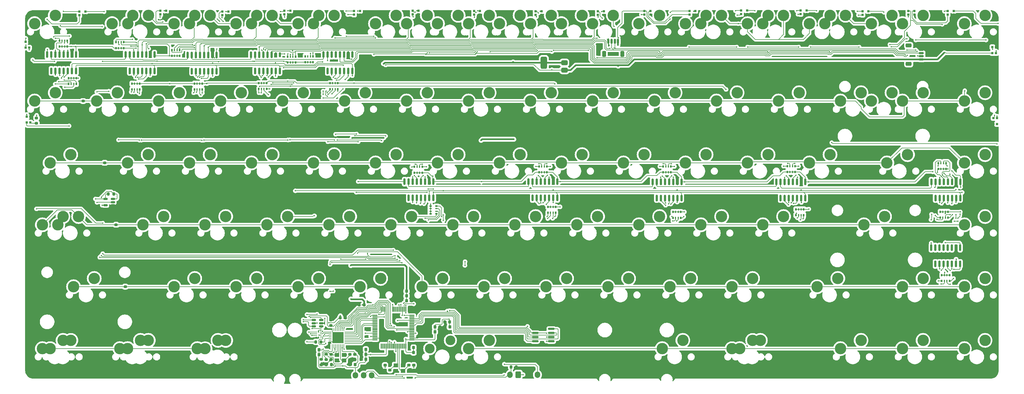
<source format=gbr>
%TF.GenerationSoftware,KiCad,Pcbnew,8.99.0-2206-gee77d06be7*%
%TF.CreationDate,2024-10-02T02:50:37+07:00*%
%TF.ProjectId,75\u0025,3735252e-6b69-4636-9164-5f7063625858,rev?*%
%TF.SameCoordinates,Original*%
%TF.FileFunction,Copper,L2,Bot*%
%TF.FilePolarity,Positive*%
%FSLAX46Y46*%
G04 Gerber Fmt 4.6, Leading zero omitted, Abs format (unit mm)*
G04 Created by KiCad (PCBNEW 8.99.0-2206-gee77d06be7) date 2024-10-02 02:50:37*
%MOMM*%
%LPD*%
G01*
G04 APERTURE LIST*
G04 Aperture macros list*
%AMRoundRect*
0 Rectangle with rounded corners*
0 $1 Rounding radius*
0 $2 $3 $4 $5 $6 $7 $8 $9 X,Y pos of 4 corners*
0 Add a 4 corners polygon primitive as box body*
4,1,4,$2,$3,$4,$5,$6,$7,$8,$9,$2,$3,0*
0 Add four circle primitives for the rounded corners*
1,1,$1+$1,$2,$3*
1,1,$1+$1,$4,$5*
1,1,$1+$1,$6,$7*
1,1,$1+$1,$8,$9*
0 Add four rect primitives between the rounded corners*
20,1,$1+$1,$2,$3,$4,$5,0*
20,1,$1+$1,$4,$5,$6,$7,0*
20,1,$1+$1,$6,$7,$8,$9,0*
20,1,$1+$1,$8,$9,$2,$3,0*%
G04 Aperture macros list end*
%TA.AperFunction,SMDPad,CuDef*%
%ADD10RoundRect,0.200000X0.275000X-0.200000X0.275000X0.200000X-0.275000X0.200000X-0.275000X-0.200000X0*%
%TD*%
%TA.AperFunction,SMDPad,CuDef*%
%ADD11R,0.700000X0.700000*%
%TD*%
%TA.AperFunction,SMDPad,CuDef*%
%ADD12R,0.500000X0.800000*%
%TD*%
%TA.AperFunction,SMDPad,CuDef*%
%ADD13R,0.400000X0.800000*%
%TD*%
%TA.AperFunction,SMDPad,CuDef*%
%ADD14R,0.800000X0.500000*%
%TD*%
%TA.AperFunction,SMDPad,CuDef*%
%ADD15R,0.800000X0.400000*%
%TD*%
%TA.AperFunction,SMDPad,CuDef*%
%ADD16RoundRect,0.150000X0.150000X-0.850000X0.150000X0.850000X-0.150000X0.850000X-0.150000X-0.850000X0*%
%TD*%
%TA.AperFunction,ComponentPad*%
%ADD17C,3.500000*%
%TD*%
%TA.AperFunction,ComponentPad*%
%ADD18RoundRect,0.250000X-0.600000X-0.725000X0.600000X-0.725000X0.600000X0.725000X-0.600000X0.725000X0*%
%TD*%
%TA.AperFunction,ComponentPad*%
%ADD19O,1.700000X1.950000*%
%TD*%
%TA.AperFunction,ComponentPad*%
%ADD20C,0.400000*%
%TD*%
%TA.AperFunction,ComponentPad*%
%ADD21C,3.000000*%
%TD*%
%TA.AperFunction,ComponentPad*%
%ADD22RoundRect,0.250000X0.600000X0.750000X-0.600000X0.750000X-0.600000X-0.750000X0.600000X-0.750000X0*%
%TD*%
%TA.AperFunction,ComponentPad*%
%ADD23O,1.700000X2.000000*%
%TD*%
%TA.AperFunction,SMDPad,CuDef*%
%ADD24RoundRect,0.225000X0.250000X-0.225000X0.250000X0.225000X-0.250000X0.225000X-0.250000X-0.225000X0*%
%TD*%
%TA.AperFunction,SMDPad,CuDef*%
%ADD25RoundRect,0.225000X0.225000X0.250000X-0.225000X0.250000X-0.225000X-0.250000X0.225000X-0.250000X0*%
%TD*%
%TA.AperFunction,SMDPad,CuDef*%
%ADD26RoundRect,0.062500X-0.375000X-0.062500X0.375000X-0.062500X0.375000X0.062500X-0.375000X0.062500X0*%
%TD*%
%TA.AperFunction,SMDPad,CuDef*%
%ADD27RoundRect,0.062500X-0.062500X-0.375000X0.062500X-0.375000X0.062500X0.375000X-0.062500X0.375000X0*%
%TD*%
%TA.AperFunction,HeatsinkPad*%
%ADD28R,3.450000X3.450000*%
%TD*%
%TA.AperFunction,SMDPad,CuDef*%
%ADD29RoundRect,0.225000X-0.225000X-0.250000X0.225000X-0.250000X0.225000X0.250000X-0.225000X0.250000X0*%
%TD*%
%TA.AperFunction,SMDPad,CuDef*%
%ADD30RoundRect,0.200000X-0.275000X0.200000X-0.275000X-0.200000X0.275000X-0.200000X0.275000X0.200000X0*%
%TD*%
%TA.AperFunction,SMDPad,CuDef*%
%ADD31RoundRect,0.050000X0.225000X0.075000X-0.225000X0.075000X-0.225000X-0.075000X0.225000X-0.075000X0*%
%TD*%
%TA.AperFunction,SMDPad,CuDef*%
%ADD32RoundRect,0.050000X0.225000X0.050000X-0.225000X0.050000X-0.225000X-0.050000X0.225000X-0.050000X0*%
%TD*%
%TA.AperFunction,SMDPad,CuDef*%
%ADD33RoundRect,0.050000X0.100000X0.250000X-0.100000X0.250000X-0.100000X-0.250000X0.100000X-0.250000X0*%
%TD*%
%TA.AperFunction,SMDPad,CuDef*%
%ADD34RoundRect,0.375000X0.625000X0.375000X-0.625000X0.375000X-0.625000X-0.375000X0.625000X-0.375000X0*%
%TD*%
%TA.AperFunction,SMDPad,CuDef*%
%ADD35RoundRect,0.500000X0.500000X1.400000X-0.500000X1.400000X-0.500000X-1.400000X0.500000X-1.400000X0*%
%TD*%
%TA.AperFunction,SMDPad,CuDef*%
%ADD36RoundRect,0.200000X0.200000X0.275000X-0.200000X0.275000X-0.200000X-0.275000X0.200000X-0.275000X0*%
%TD*%
%TA.AperFunction,SMDPad,CuDef*%
%ADD37RoundRect,0.150000X0.150000X0.625000X-0.150000X0.625000X-0.150000X-0.625000X0.150000X-0.625000X0*%
%TD*%
%TA.AperFunction,SMDPad,CuDef*%
%ADD38RoundRect,0.250000X0.350000X0.650000X-0.350000X0.650000X-0.350000X-0.650000X0.350000X-0.650000X0*%
%TD*%
%TA.AperFunction,SMDPad,CuDef*%
%ADD39RoundRect,0.150000X0.150000X-0.600000X0.150000X0.600000X-0.150000X0.600000X-0.150000X-0.600000X0*%
%TD*%
%TA.AperFunction,SMDPad,CuDef*%
%ADD40RoundRect,0.225000X-0.250000X0.225000X-0.250000X-0.225000X0.250000X-0.225000X0.250000X0.225000X0*%
%TD*%
%TA.AperFunction,SMDPad,CuDef*%
%ADD41RoundRect,0.150000X0.625000X-0.150000X0.625000X0.150000X-0.625000X0.150000X-0.625000X-0.150000X0*%
%TD*%
%TA.AperFunction,SMDPad,CuDef*%
%ADD42RoundRect,0.250000X0.650000X-0.350000X0.650000X0.350000X-0.650000X0.350000X-0.650000X-0.350000X0*%
%TD*%
%TA.AperFunction,SMDPad,CuDef*%
%ADD43RoundRect,0.075000X0.075000X-0.700000X0.075000X0.700000X-0.075000X0.700000X-0.075000X-0.700000X0*%
%TD*%
%TA.AperFunction,SMDPad,CuDef*%
%ADD44RoundRect,0.075000X0.700000X-0.075000X0.700000X0.075000X-0.700000X0.075000X-0.700000X-0.075000X0*%
%TD*%
%TA.AperFunction,SMDPad,CuDef*%
%ADD45RoundRect,0.200000X-0.200000X-0.275000X0.200000X-0.275000X0.200000X0.275000X-0.200000X0.275000X0*%
%TD*%
%TA.AperFunction,SMDPad,CuDef*%
%ADD46RoundRect,0.150000X-0.825000X-0.150000X0.825000X-0.150000X0.825000X0.150000X-0.825000X0.150000X0*%
%TD*%
%TA.AperFunction,SMDPad,CuDef*%
%ADD47R,1.400000X1.200000*%
%TD*%
%TA.AperFunction,SMDPad,CuDef*%
%ADD48RoundRect,0.150000X0.512500X0.150000X-0.512500X0.150000X-0.512500X-0.150000X0.512500X-0.150000X0*%
%TD*%
%TA.AperFunction,ViaPad*%
%ADD49C,0.400000*%
%TD*%
%TA.AperFunction,Conductor*%
%ADD50C,0.200000*%
%TD*%
%TA.AperFunction,Conductor*%
%ADD51C,0.500000*%
%TD*%
G04 APERTURE END LIST*
D10*
%TO.P,R4,2*%
%TO.N,GND1*%
X17720000Y-40290000D03*
%TO.P,R4,1*%
%TO.N,GND*%
X17720000Y-41940000D03*
%TD*%
%TO.P,R5,2*%
%TO.N,GND1*%
X11090000Y-21290000D03*
%TO.P,R5,1*%
%TO.N,GND*%
X11090000Y-22940000D03*
%TD*%
%TO.P,R6,2*%
%TO.N,GND1*%
X21240000Y-59350000D03*
%TO.P,R6,1*%
%TO.N,GND*%
X21240000Y-61000000D03*
%TD*%
%TO.P,R7,2*%
%TO.N,GND1*%
X24050000Y-78410000D03*
%TO.P,R7,1*%
%TO.N,GND*%
X24050000Y-80060000D03*
%TD*%
D11*
%TO.P,D8,1,DOUT*%
%TO.N,unconnected-(D8-DOUT-Pad1)*%
X291960000Y-28350000D03*
%TO.P,D8,2,VSS*%
%TO.N,GND*%
X290860000Y-28350000D03*
%TO.P,D8,3,DIN*%
%TO.N,Net-(D7-DOUT)*%
X290860000Y-26520000D03*
%TO.P,D8,4,VDD*%
%TO.N,+5V*%
X291960000Y-26520000D03*
%TD*%
%TO.P,D7,1,DOUT*%
%TO.N,Net-(D7-DOUT)*%
X290550000Y-4685000D03*
%TO.P,D7,2,VSS*%
%TO.N,GND*%
X291650000Y-4685000D03*
%TO.P,D7,3,DIN*%
%TO.N,Net-(D6-DOUT)*%
X291650000Y-6515000D03*
%TO.P,D7,4,VDD*%
%TO.N,+5V*%
X290550000Y-6515000D03*
%TD*%
%TO.P,D6,1,DOUT*%
%TO.N,Net-(D6-DOUT)*%
X278650000Y6410000D03*
%TO.P,D6,2,VSS*%
%TO.N,GND*%
X278650000Y5310000D03*
%TO.P,D6,3,DIN*%
%TO.N,Net-(D5-DOUT)*%
X276820000Y5310000D03*
%TO.P,D6,4,VDD*%
%TO.N,+5V*%
X276820000Y6410000D03*
%TD*%
%TO.P,D5,1,DOUT*%
%TO.N,Net-(D5-DOUT)*%
X266560000Y6400000D03*
%TO.P,D5,2,VSS*%
%TO.N,GND*%
X266560000Y5300000D03*
%TO.P,D5,3,DIN*%
%TO.N,Net-(D4-DOUT)*%
X264730000Y5300000D03*
%TO.P,D5,4,VDD*%
%TO.N,+5V*%
X264730000Y6400000D03*
%TD*%
%TO.P,D4,1,DOUT*%
%TO.N,Net-(D4-DOUT)*%
X252445000Y6370000D03*
%TO.P,D4,2,VSS*%
%TO.N,GND*%
X252445000Y5270000D03*
%TO.P,D4,3,DIN*%
%TO.N,Net-(D3-DOUT)*%
X250615000Y5270000D03*
%TO.P,D4,4,VDD*%
%TO.N,+5V*%
X250615000Y6370000D03*
%TD*%
%TO.P,D3,1,DOUT*%
%TO.N,Net-(D3-DOUT)*%
X233430000Y6590000D03*
%TO.P,D3,2,VSS*%
%TO.N,GND*%
X233430000Y5490000D03*
%TO.P,D3,3,DIN*%
%TO.N,Net-(D2-DOUT)*%
X231600000Y5490000D03*
%TO.P,D3,4,VDD*%
%TO.N,+5V*%
X231600000Y6590000D03*
%TD*%
%TO.P,D2,1,DOUT*%
%TO.N,Net-(D2-DOUT)*%
X215160000Y6550000D03*
%TO.P,D2,2,VSS*%
%TO.N,GND*%
X215160000Y5450000D03*
%TO.P,D2,3,DIN*%
%TO.N,Net-(D1-DOUT)*%
X213330000Y5450000D03*
%TO.P,D2,4,VDD*%
%TO.N,+5V*%
X213330000Y6550000D03*
%TD*%
%TO.P,D1,1,DOUT*%
%TO.N,Net-(D1-DOUT)*%
X199285000Y6460000D03*
%TO.P,D1,2,VSS*%
%TO.N,GND*%
X199285000Y5360000D03*
%TO.P,D1,3,DIN*%
%TO.N,Net-(D1-DIN)*%
X197455000Y5360000D03*
%TO.P,D1,4,VDD*%
%TO.N,+5V*%
X197455000Y6460000D03*
%TD*%
%TO.P,D98,4,VDD*%
%TO.N,+5V*%
X131245000Y6430000D03*
%TO.P,D98,3,DIN*%
%TO.N,Net-(D92-DOUT)*%
X131245000Y5330000D03*
%TO.P,D98,2,VSS*%
%TO.N,GND*%
X133075000Y5330000D03*
%TO.P,D98,1,DOUT*%
%TO.N,Net-(D15-DIN)*%
X133075000Y6430000D03*
%TD*%
%TO.P,D91,1,DOUT*%
%TO.N,Net-(D91-DOUT)*%
X96195000Y6440000D03*
%TO.P,D91,2,VSS*%
%TO.N,GND*%
X96195000Y5340000D03*
%TO.P,D91,3,DIN*%
%TO.N,Net-(D89-DOUT)*%
X94365000Y5340000D03*
%TO.P,D91,4,VDD*%
%TO.N,+5V*%
X94365000Y6440000D03*
%TD*%
%TO.P,D92,4,VDD*%
%TO.N,+5V*%
X112375000Y6490000D03*
%TO.P,D92,3,DIN*%
%TO.N,Net-(D91-DOUT)*%
X112375000Y5390000D03*
%TO.P,D92,2,VSS*%
%TO.N,GND*%
X114205000Y5390000D03*
%TO.P,D92,1,DOUT*%
%TO.N,Net-(D92-DOUT)*%
X114205000Y6490000D03*
%TD*%
%TO.P,D87,4,VDD*%
%TO.N,+5V*%
X34815000Y6470000D03*
%TO.P,D87,3,DIN*%
%TO.N,Net-(D85-DOUT)*%
X34815000Y5370000D03*
%TO.P,D87,2,VSS*%
%TO.N,GND*%
X36645000Y5370000D03*
%TO.P,D87,1,DOUT*%
%TO.N,Net-(D87-DOUT)*%
X36645000Y6470000D03*
%TD*%
%TO.P,D85,4,VDD*%
%TO.N,+5V*%
X9965000Y6240000D03*
%TO.P,D85,3,DIN*%
%TO.N,Net-(D84-DOUT)*%
X9965000Y5140000D03*
%TO.P,D85,2,VSS*%
%TO.N,GND*%
X11795000Y5140000D03*
%TO.P,D85,1,DOUT*%
%TO.N,Net-(D85-DOUT)*%
X11795000Y6240000D03*
%TD*%
D12*
%TO.P,RN21,1,R1.1*%
%TO.N,+3.3V*%
X276310000Y-42210000D03*
D13*
%TO.P,RN21,2,R2.1*%
X275510000Y-42210000D03*
%TO.P,RN21,3,R3.1*%
X274710000Y-42210000D03*
D12*
%TO.P,RN21,4,R4.1*%
X273910000Y-42210000D03*
%TO.P,RN21,5,R4.2*%
%TO.N,\u005C*%
X273910000Y-40410000D03*
D13*
%TO.P,RN21,6,R3.2*%
%TO.N,bckspc*%
X274710000Y-40410000D03*
%TO.P,RN21,7,R2.2*%
%TO.N,backspace1*%
X275510000Y-40410000D03*
D12*
%TO.P,RN21,8,R1.2*%
%TO.N,M1*%
X276310000Y-40410000D03*
%TD*%
D14*
%TO.P,RN12,8,R1.2*%
%TO.N,g*%
X119660000Y-55980000D03*
D15*
%TO.P,RN12,7,R2.2*%
%TO.N,b*%
X119660000Y-55180000D03*
%TO.P,RN12,6,R3.2*%
%TO.N,n*%
X119660000Y-54380000D03*
D14*
%TO.P,RN12,5,R4.2*%
%TO.N,h*%
X119660000Y-53580000D03*
%TO.P,RN12,4,R4.1*%
%TO.N,+3.3V*%
X117860000Y-53580000D03*
D15*
%TO.P,RN12,3,R3.1*%
X117860000Y-54380000D03*
%TO.P,RN12,2,R2.1*%
X117860000Y-55180000D03*
D14*
%TO.P,RN12,1,R1.1*%
X117860000Y-55980000D03*
%TD*%
D16*
%TO.P,U18,1,~{PL}*%
%TO.N,LATCH*%
X280650000Y-71410000D03*
%TO.P,U18,2,CP*%
%TO.N,SCK*%
X279380000Y-71410000D03*
%TO.P,U18,3,D4*%
%TO.N,M4*%
X278110000Y-71410000D03*
%TO.P,U18,4,D5*%
%TO.N,M5*%
X276840000Y-71410000D03*
%TO.P,U18,5,D6*%
%TO.N,right*%
X275570000Y-71410000D03*
%TO.P,U18,6,D7*%
%TO.N,up*%
X274300000Y-71410000D03*
%TO.P,U18,7,~{Q7}*%
%TO.N,unconnected-(U18-~{Q7}-Pad7)*%
X273030000Y-71410000D03*
%TO.P,U18,8,GND*%
%TO.N,GND*%
X271760000Y-71410000D03*
%TO.P,U18,9,Q7*%
%TO.N,Net-(U17-DS)*%
X271760000Y-66410000D03*
%TO.P,U18,10,DS*%
%TO.N,unconnected-(U18-DS-Pad10)*%
X273030000Y-66410000D03*
%TO.P,U18,11,D0*%
%TO.N,unconnected-(U18-D0-Pad11)*%
X274300000Y-66410000D03*
%TO.P,U18,12,D1*%
%TO.N,unconnected-(U18-D1-Pad12)*%
X275570000Y-66410000D03*
%TO.P,U18,13,D2*%
%TO.N,unconnected-(U18-D2-Pad13)*%
X276840000Y-66410000D03*
%TO.P,U18,14,D3*%
%TO.N,unconnected-(U18-D3-Pad14)*%
X278110000Y-66410000D03*
%TO.P,U18,15,~{CE}*%
%TO.N,GND*%
X279380000Y-66410000D03*
%TO.P,U18,16,VCC*%
%TO.N,+3.3V*%
X280650000Y-66410000D03*
%TD*%
%TO.P,U17,1,~{PL}*%
%TO.N,LATCH*%
X280665000Y-51120000D03*
%TO.P,U17,2,CP*%
%TO.N,SCK*%
X279395000Y-51120000D03*
%TO.P,U17,3,D4*%
%TO.N,M2*%
X278125000Y-51120000D03*
%TO.P,U17,4,D5*%
%TO.N,M3*%
X276855000Y-51120000D03*
%TO.P,U17,5,D6*%
%TO.N,R_S*%
X275585000Y-51120000D03*
%TO.P,U17,6,D7*%
%TO.N,enter*%
X274315000Y-51120000D03*
%TO.P,U17,7,~{Q7}*%
%TO.N,unconnected-(U17-~{Q7}-Pad7)*%
X273045000Y-51120000D03*
%TO.P,U17,8,GND*%
%TO.N,GND*%
X271775000Y-51120000D03*
%TO.P,U17,9,Q7*%
%TO.N,Net-(U16-DS)*%
X271775000Y-46120000D03*
%TO.P,U17,10,DS*%
%TO.N,Net-(U17-DS)*%
X273045000Y-46120000D03*
%TO.P,U17,11,D0*%
%TO.N,\u005C*%
X274315000Y-46120000D03*
%TO.P,U17,12,D1*%
%TO.N,bckspc*%
X275585000Y-46120000D03*
%TO.P,U17,13,D2*%
%TO.N,backspace1*%
X276855000Y-46120000D03*
%TO.P,U17,14,D3*%
%TO.N,M1*%
X278125000Y-46120000D03*
%TO.P,U17,15,~{CE}*%
%TO.N,GND*%
X279395000Y-46120000D03*
%TO.P,U17,16,VCC*%
%TO.N,+3.3V*%
X280665000Y-46120000D03*
%TD*%
D12*
%TO.P,RN22,1,R1.1*%
%TO.N,+3.3V*%
X274500000Y-55360000D03*
D13*
%TO.P,RN22,2,R2.1*%
X275300000Y-55360000D03*
%TO.P,RN22,3,R3.1*%
X276100000Y-55360000D03*
D12*
%TO.P,RN22,4,R4.1*%
X276900000Y-55360000D03*
%TO.P,RN22,5,R4.2*%
%TO.N,M2*%
X276900000Y-57160000D03*
D13*
%TO.P,RN22,6,R3.2*%
%TO.N,M3*%
X276100000Y-57160000D03*
%TO.P,RN22,7,R2.2*%
%TO.N,R_S*%
X275300000Y-57160000D03*
D12*
%TO.P,RN22,8,R1.2*%
%TO.N,enter*%
X274500000Y-57160000D03*
%TD*%
%TO.P,RN20,1,R1.1*%
%TO.N,+3.3V*%
X274990000Y-74880000D03*
D13*
%TO.P,RN20,2,R2.1*%
X275790000Y-74880000D03*
%TO.P,RN20,3,R3.1*%
X276590000Y-74880000D03*
D12*
%TO.P,RN20,4,R4.1*%
X277390000Y-74880000D03*
%TO.P,RN20,5,R4.2*%
%TO.N,M4*%
X277390000Y-76680000D03*
D13*
%TO.P,RN20,6,R3.2*%
%TO.N,M5*%
X276590000Y-76680000D03*
%TO.P,RN20,7,R2.2*%
%TO.N,right*%
X275790000Y-76680000D03*
D12*
%TO.P,RN20,8,R1.2*%
%TO.N,up*%
X274990000Y-76680000D03*
%TD*%
D16*
%TO.P,U16,1,~{PL}*%
%TO.N,LATCH*%
X233055000Y-51120000D03*
%TO.P,U16,2,CP*%
%TO.N,SCK*%
X231785000Y-51120000D03*
%TO.P,U16,3,D4*%
%TO.N,down*%
X230515000Y-51120000D03*
%TO.P,U16,4,D5*%
%TO.N,R_alt*%
X229245000Y-51120000D03*
%TO.P,U16,5,D6*%
%TO.N,R_Ctrl*%
X227975000Y-51120000D03*
%TO.P,U16,6,D7*%
%TO.N,'*%
X226705000Y-51120000D03*
%TO.P,U16,7,~{Q7}*%
%TO.N,unconnected-(U16-~{Q7}-Pad7)*%
X225435000Y-51120000D03*
%TO.P,U16,8,GND*%
%TO.N,GND*%
X224165000Y-51120000D03*
%TO.P,U16,9,Q7*%
%TO.N,Net-(U15-DS)*%
X224165000Y-46120000D03*
%TO.P,U16,10,DS*%
%TO.N,Net-(U16-DS)*%
X225435000Y-46120000D03*
%TO.P,U16,11,D0*%
%TO.N,[*%
X226705000Y-46120000D03*
%TO.P,U16,12,D1*%
%TO.N,-*%
X227975000Y-46120000D03*
%TO.P,U16,13,D2*%
%TO.N,=*%
X229245000Y-46120000D03*
%TO.P,U16,14,D3*%
%TO.N,]*%
X230515000Y-46120000D03*
%TO.P,U16,15,~{CE}*%
%TO.N,GND*%
X231785000Y-46120000D03*
%TO.P,U16,16,VCC*%
%TO.N,+3.3V*%
X233055000Y-46120000D03*
%TD*%
D12*
%TO.P,RN18,1,R1.1*%
%TO.N,+3.3V*%
X230170000Y-54590000D03*
D13*
%TO.P,RN18,2,R2.1*%
X230970000Y-54590000D03*
%TO.P,RN18,3,R3.1*%
X231770000Y-54590000D03*
D12*
%TO.P,RN18,4,R4.1*%
X232570000Y-54590000D03*
%TO.P,RN18,5,R4.2*%
%TO.N,down*%
X232570000Y-56390000D03*
D13*
%TO.P,RN18,6,R3.2*%
%TO.N,R_alt*%
X231770000Y-56390000D03*
%TO.P,RN18,7,R2.2*%
%TO.N,R_Ctrl*%
X230970000Y-56390000D03*
D12*
%TO.P,RN18,8,R1.2*%
%TO.N,'*%
X230170000Y-56390000D03*
%TD*%
%TO.P,RN17,1,R1.1*%
%TO.N,+3.3V*%
X229930000Y-43120000D03*
D13*
%TO.P,RN17,2,R2.1*%
X229130000Y-43120000D03*
%TO.P,RN17,3,R3.1*%
X228330000Y-43120000D03*
D12*
%TO.P,RN17,4,R4.1*%
X227530000Y-43120000D03*
%TO.P,RN17,5,R4.2*%
%TO.N,[*%
X227530000Y-41320000D03*
D13*
%TO.P,RN17,6,R3.2*%
%TO.N,-*%
X228330000Y-41320000D03*
%TO.P,RN17,7,R2.2*%
%TO.N,=*%
X229130000Y-41320000D03*
D12*
%TO.P,RN17,8,R1.2*%
%TO.N,]*%
X229930000Y-41320000D03*
%TD*%
D16*
%TO.P,U15,16,VCC*%
%TO.N,+3.3V*%
X194985000Y-46120000D03*
%TO.P,U15,15,~{CE}*%
%TO.N,GND*%
X193715000Y-46120000D03*
%TO.P,U15,14,D3*%
%TO.N,p*%
X192445000Y-46120000D03*
%TO.P,U15,13,D2*%
%TO.N,0*%
X191175000Y-46120000D03*
%TO.P,U15,12,D1*%
%TO.N,9*%
X189905000Y-46120000D03*
%TO.P,U15,11,D0*%
%TO.N,o*%
X188635000Y-46120000D03*
%TO.P,U15,10,DS*%
%TO.N,Net-(U15-DS)*%
X187365000Y-46120000D03*
%TO.P,U15,9,Q7*%
%TO.N,Net-(U14-DS)*%
X186095000Y-46120000D03*
%TO.P,U15,8,GND*%
%TO.N,GND*%
X186095000Y-51120000D03*
%TO.P,U15,7,~{Q7}*%
%TO.N,unconnected-(U15-~{Q7}-Pad7)*%
X187365000Y-51120000D03*
%TO.P,U15,6,D7*%
%TO.N,l*%
X188635000Y-51120000D03*
%TO.P,U15,5,D6*%
%TO.N,.*%
X189905000Y-51120000D03*
%TO.P,U15,4,D5*%
%TO.N,{slash}*%
X191175000Y-51120000D03*
%TO.P,U15,3,D4*%
%TO.N,;*%
X192445000Y-51120000D03*
%TO.P,U15,2,CP*%
%TO.N,SCK*%
X193715000Y-51120000D03*
%TO.P,U15,1,~{PL}*%
%TO.N,LATCH*%
X194985000Y-51120000D03*
%TD*%
D17*
%TO.P,SW93,1,1*%
%TO.N,GND1*%
X215290000Y2530000D03*
%TO.P,SW93,2,2*%
%TO.N,f11*%
X221640000Y5070000D03*
%TD*%
%TO.P,SW101,1,1*%
%TO.N,GND1*%
X210510000Y-97480000D03*
%TO.P,SW101,2,2*%
%TO.N,R_alt*%
X216860000Y-94940000D03*
%TD*%
D12*
%TO.P,RN8,1,R1.1*%
%TO.N,+3.3V*%
X65100000Y-15782500D03*
D13*
%TO.P,RN8,2,R2.1*%
X65900000Y-15782500D03*
%TO.P,RN8,3,R3.1*%
X66700000Y-15782500D03*
D12*
%TO.P,RN8,4,R4.1*%
X67500000Y-15782500D03*
%TO.P,RN8,5,R4.2*%
%TO.N,d*%
X67500000Y-17582500D03*
D13*
%TO.P,RN8,6,R3.2*%
%TO.N,c*%
X66700000Y-17582500D03*
%TO.P,RN8,7,R2.2*%
%TO.N,e*%
X65900000Y-17582500D03*
D12*
%TO.P,RN8,8,R1.2*%
%TO.N,3*%
X65100000Y-17582500D03*
%TD*%
D17*
%TO.P,SW88,1,1*%
%TO.N,GND1*%
X243840000Y-97472500D03*
%TO.P,SW88,2,2*%
%TO.N,down*%
X250190000Y-94932500D03*
%TD*%
%TO.P,SW10,1,1*%
%TO.N,GND1*%
X181927500Y2540000D03*
%TO.P,SW10,2,2*%
%TO.N,f9*%
X188277500Y5080000D03*
%TD*%
%TO.P,SW34,1,1*%
%TO.N,GND1*%
X62865000Y-40322500D03*
%TO.P,SW34,2,2*%
%TO.N,e*%
X69215000Y-37782500D03*
%TD*%
D11*
%TO.P,D15,1,DOUT*%
%TO.N,Net-(D15-DOUT)*%
X152005000Y6350000D03*
%TO.P,D15,2,VSS*%
%TO.N,GND*%
X152005000Y5250000D03*
%TO.P,D15,3,DIN*%
%TO.N,Net-(D15-DIN)*%
X150175000Y5250000D03*
%TO.P,D15,4,VDD*%
%TO.N,+5V*%
X150175000Y6350000D03*
%TD*%
D17*
%TO.P,SW27,1,1*%
%TO.N,GND1*%
X205740000Y-21272500D03*
%TO.P,SW27,2,2*%
%TO.N,-*%
X212090000Y-18732500D03*
%TD*%
%TO.P,SW65,1,1*%
%TO.N,GND1*%
X96202500Y-78422500D03*
%TO.P,SW65,2,2*%
%TO.N,v*%
X102552500Y-75882500D03*
%TD*%
%TO.P,SW33,1,1*%
%TO.N,GND1*%
X43815000Y-40322500D03*
%TO.P,SW33,2,2*%
%TO.N,w*%
X50165000Y-37782500D03*
%TD*%
%TO.P,SW95,1,1*%
%TO.N,GND1*%
X253390000Y2540000D03*
%TO.P,SW95,2,2*%
%TO.N,f13*%
X259740000Y5080000D03*
%TD*%
D12*
%TO.P,RN11,1,R1.1*%
%TO.N,+3.3V*%
X115320000Y-43340000D03*
D13*
%TO.P,RN11,2,R2.1*%
X114520000Y-43340000D03*
%TO.P,RN11,3,R3.1*%
X113720000Y-43340000D03*
D12*
%TO.P,RN11,4,R4.1*%
X112920000Y-43340000D03*
%TO.P,RN11,5,R4.2*%
%TO.N,t*%
X112920000Y-41540000D03*
D13*
%TO.P,RN11,6,R3.2*%
%TO.N,5*%
X113720000Y-41540000D03*
%TO.P,RN11,7,R2.2*%
%TO.N,6*%
X114520000Y-41540000D03*
D12*
%TO.P,RN11,8,R1.2*%
%TO.N,y*%
X115320000Y-41540000D03*
%TD*%
D10*
%TO.P,R3,1*%
%TO.N,RGB*%
X-3260000Y-28125000D03*
%TO.P,R3,2*%
%TO.N,Net-(U3-PC9)*%
X-3260000Y-26475000D03*
%TD*%
D17*
%TO.P,SW44,1,1*%
%TO.N,GND1*%
X258128000Y-40322500D03*
%TO.P,SW44,2,2*%
%TO.N,\u005C*%
X264478000Y-37782500D03*
%TD*%
%TO.P,SW9,1,1*%
%TO.N,GND1*%
X158115000Y2540000D03*
%TO.P,SW9,2,2*%
%TO.N,f8*%
X164465000Y5080000D03*
%TD*%
%TO.P,SW6,1,1*%
%TO.N,GND1*%
X100965000Y2540000D03*
%TO.P,SW6,2,2*%
%TO.N,f5*%
X107315000Y5080000D03*
%TD*%
%TO.P,SW90,1,1*%
%TO.N,GND1*%
X281940000Y-97472500D03*
%TO.P,SW90,2,2*%
%TO.N,M5*%
X288290000Y-94932500D03*
%TD*%
%TO.P,SW80,1,1*%
%TO.N,f4*%
X81930000Y2540000D03*
%TO.P,SW80,2,2*%
%TO.N,GND1*%
X88280000Y5080000D03*
%TD*%
D12*
%TO.P,RN4,1,R1.1*%
%TO.N,+3.3V*%
X26090000Y-15930000D03*
D13*
%TO.P,RN4,2,R2.1*%
X26890000Y-15930000D03*
%TO.P,RN4,3,R3.1*%
X27690000Y-15930000D03*
D12*
%TO.P,RN4,4,R4.1*%
X28490000Y-15930000D03*
%TO.P,RN4,5,R4.2*%
%TO.N,z*%
X28490000Y-17730000D03*
D13*
%TO.P,RN4,6,R3.2*%
%TO.N,a*%
X27690000Y-17730000D03*
%TO.P,RN4,7,R2.2*%
%TO.N,q*%
X26890000Y-17730000D03*
D12*
%TO.P,RN4,8,R1.2*%
%TO.N,1*%
X26090000Y-17730000D03*
%TD*%
D17*
%TO.P,SW2,1,1*%
%TO.N,GND1*%
X20002500Y2540000D03*
%TO.P,SW2,2,2*%
%TO.N,f1*%
X26352500Y5080000D03*
%TD*%
%TO.P,SW32,1,1*%
%TO.N,GND1*%
X24765000Y-40322500D03*
%TO.P,SW32,2,2*%
%TO.N,q*%
X31115000Y-37782500D03*
%TD*%
%TO.P,SW46,1,1*%
%TO.N,cap*%
X3334000Y-59372500D03*
%TO.P,SW46,2,2*%
%TO.N,GND1*%
X9684000Y-56832500D03*
%TD*%
%TO.P,SW23,1,1*%
%TO.N,GND1*%
X129540000Y-21272500D03*
%TO.P,SW23,2,2*%
%TO.N,7*%
X135890000Y-18732500D03*
%TD*%
D11*
%TO.P,D89,1,DOUT*%
%TO.N,Net-(D89-DOUT)*%
X74755000Y6520000D03*
%TO.P,D89,2,VSS*%
%TO.N,GND*%
X74755000Y5420000D03*
%TO.P,D89,3,DIN*%
%TO.N,Net-(D88-DOUT)*%
X72925000Y5420000D03*
%TO.P,D89,4,VDD*%
%TO.N,+5V*%
X72925000Y6520000D03*
%TD*%
D18*
%TO.P,J1,1,Pin_1*%
%TO.N,GND*%
X92300000Y-105700000D03*
D19*
%TO.P,J1,2,Pin_2*%
%TO.N,+3.3V*%
X94800000Y-105700000D03*
%TO.P,J1,3,Pin_3*%
%TO.N,SWD*%
X97300000Y-105700000D03*
%TO.P,J1,4,Pin_4*%
%TO.N,SWC*%
X99800000Y-105700000D03*
%TD*%
D17*
%TO.P,SW48,1,1*%
%TO.N,GND1*%
X48577500Y-59372500D03*
%TO.P,SW48,2,2*%
%TO.N,s*%
X54927500Y-56832500D03*
%TD*%
D12*
%TO.P,RN2,1,R1.1*%
%TO.N,+3.3V*%
X6620000Y-14250000D03*
D13*
%TO.P,RN2,2,R2.1*%
X7420000Y-14250000D03*
%TO.P,RN2,3,R3.1*%
X8220000Y-14250000D03*
D12*
%TO.P,RN2,4,R4.1*%
X9020000Y-14250000D03*
%TO.P,RN2,5,R4.2*%
%TO.N,L_S*%
X9020000Y-16050000D03*
D13*
%TO.P,RN2,6,R3.2*%
%TO.N,cap*%
X8220000Y-16050000D03*
%TO.P,RN2,7,R2.2*%
%TO.N,tab*%
X7420000Y-16050000D03*
D12*
%TO.P,RN2,8,R1.2*%
%TO.N,`*%
X6620000Y-16050000D03*
%TD*%
D17*
%TO.P,SW49,1,1*%
%TO.N,GND1*%
X67627500Y-59372500D03*
%TO.P,SW49,2,2*%
%TO.N,d*%
X73977500Y-56832500D03*
%TD*%
%TO.P,SW18,1,1*%
%TO.N,GND1*%
X34290000Y-21272500D03*
%TO.P,SW18,2,2*%
%TO.N,2*%
X40640000Y-18732500D03*
%TD*%
%TO.P,SW52,1,1*%
%TO.N,GND1*%
X124777500Y-59372500D03*
%TO.P,SW52,2,2*%
%TO.N,h*%
X131127500Y-56832500D03*
%TD*%
%TO.P,SW15,1,1*%
%TO.N,GND1*%
X281940000Y2540000D03*
%TO.P,SW15,2,2*%
%TO.N,M0*%
X288290000Y5080000D03*
%TD*%
D12*
%TO.P,RN13,1,R1.1*%
%TO.N,+3.3V*%
X153630000Y-43210000D03*
D13*
%TO.P,RN13,2,R2.1*%
X152830000Y-43210000D03*
%TO.P,RN13,3,R3.1*%
X152030000Y-43210000D03*
D12*
%TO.P,RN13,4,R4.1*%
X151230000Y-43210000D03*
%TO.P,RN13,5,R4.2*%
%TO.N,u*%
X151230000Y-41410000D03*
D13*
%TO.P,RN13,6,R3.2*%
%TO.N,7*%
X152030000Y-41410000D03*
%TO.P,RN13,7,R2.2*%
%TO.N,8*%
X152830000Y-41410000D03*
D12*
%TO.P,RN13,8,R1.2*%
%TO.N,i*%
X153630000Y-41410000D03*
%TD*%
%TO.P,RN10,1,R1.1*%
%TO.N,+3.3V*%
X86970000Y-15790000D03*
D13*
%TO.P,RN10,2,R2.1*%
X87770000Y-15790000D03*
%TO.P,RN10,3,R3.1*%
X88570000Y-15790000D03*
D12*
%TO.P,RN10,4,R4.1*%
X89370000Y-15790000D03*
%TO.P,RN10,5,R4.2*%
%TO.N,v*%
X89370000Y-17590000D03*
D13*
%TO.P,RN10,6,R3.2*%
%TO.N,f*%
X88570000Y-17590000D03*
%TO.P,RN10,7,R2.2*%
%TO.N,r*%
X87770000Y-17590000D03*
D12*
%TO.P,RN10,8,R1.2*%
%TO.N,4*%
X86970000Y-17590000D03*
%TD*%
D17*
%TO.P,SW35,1,1*%
%TO.N,GND1*%
X81915000Y-40322500D03*
%TO.P,SW35,2,2*%
%TO.N,r*%
X88265000Y-37782500D03*
%TD*%
%TO.P,SW92,1,1*%
%TO.N,GND1*%
X196250000Y2540000D03*
%TO.P,SW92,2,2*%
%TO.N,f10*%
X202600000Y5080000D03*
%TD*%
%TO.P,SW78,1,1*%
%TO.N,GND1*%
X46196000Y-97472500D03*
%TO.P,SW78,2,2*%
%TO.N,L_alt*%
X52546000Y-94932500D03*
%TD*%
%TO.P,SW79,1,1*%
%TO.N,f3*%
X62880000Y2540000D03*
%TO.P,SW79,2,2*%
%TO.N,GND1*%
X69230000Y5080000D03*
%TD*%
D12*
%TO.P,RN3,1,R1.1*%
%TO.N,+3.3V*%
X23570000Y-4980000D03*
D13*
%TO.P,RN3,2,R2.1*%
X22770000Y-4980000D03*
%TO.P,RN3,3,R3.1*%
X21970000Y-4980000D03*
D12*
%TO.P,RN3,4,R4.1*%
X21170000Y-4980000D03*
%TO.P,RN3,5,R4.2*%
%TO.N,f1*%
X21170000Y-3180000D03*
D13*
%TO.P,RN3,6,R3.2*%
%TO.N,f2*%
X21970000Y-3180000D03*
%TO.P,RN3,7,R2.2*%
%TO.N,f3*%
X22770000Y-3180000D03*
D12*
%TO.P,RN3,8,R1.2*%
%TO.N,f4*%
X23570000Y-3180000D03*
%TD*%
D17*
%TO.P,SW97,1,1*%
%TO.N,GND1*%
X24800000Y-97475000D03*
%TO.P,SW97,2,2*%
%TO.N,L_Win*%
X31150000Y-94935000D03*
%TD*%
%TO.P,SW70,1,1*%
%TO.N,GND1*%
X191452500Y-78422500D03*
%TO.P,SW70,2,2*%
%TO.N,.*%
X197802500Y-75882500D03*
%TD*%
%TO.P,SW4,1,1*%
%TO.N,GND1*%
X58102500Y2540000D03*
%TO.P,SW4,2,2*%
%TO.N,f3*%
X64452500Y5080000D03*
%TD*%
%TO.P,SW94,1,1*%
%TO.N,GND1*%
X234340000Y2540000D03*
%TO.P,SW94,2,2*%
%TO.N,f12*%
X240690000Y5080000D03*
%TD*%
%TO.P,SW31,1,1*%
%TO.N,GND1*%
X953000Y-40322500D03*
%TO.P,SW31,2,2*%
%TO.N,tab*%
X7303000Y-37782500D03*
%TD*%
%TO.P,SW20,1,1*%
%TO.N,GND1*%
X72390000Y-21272500D03*
%TO.P,SW20,2,2*%
%TO.N,4*%
X78740000Y-18732500D03*
%TD*%
%TO.P,SW7,1,1*%
%TO.N,GND1*%
X120015000Y2540000D03*
%TO.P,SW7,2,2*%
%TO.N,f6*%
X126365000Y5080000D03*
%TD*%
%TO.P,SW74,1,1*%
%TO.N,f2*%
X43840000Y2550000D03*
%TO.P,SW74,2,2*%
%TO.N,GND1*%
X50190000Y5090000D03*
%TD*%
%TO.P,SW54,1,1*%
%TO.N,GND1*%
X162877500Y-59372500D03*
%TO.P,SW54,2,2*%
%TO.N,k*%
X169227500Y-56832500D03*
%TD*%
%TO.P,SW86,1,1*%
%TO.N,GND1*%
X212883500Y-97472500D03*
%TO.P,SW86,2,2*%
%TO.N,R_alt*%
X219233500Y-94932500D03*
%TD*%
D11*
%TO.P,D88,1,DOUT*%
%TO.N,Net-(D88-DOUT)*%
X55710000Y6250000D03*
%TO.P,D88,2,VSS*%
%TO.N,GND*%
X55710000Y5150000D03*
%TO.P,D88,3,DIN*%
%TO.N,Net-(D87-DOUT)*%
X53880000Y5150000D03*
%TO.P,D88,4,VDD*%
%TO.N,+5V*%
X53880000Y6250000D03*
%TD*%
D17*
%TO.P,SW26,1,1*%
%TO.N,GND1*%
X186690000Y-21272500D03*
%TO.P,SW26,2,2*%
%TO.N,0*%
X193040000Y-18732500D03*
%TD*%
%TO.P,SW73,1,1*%
%TO.N,GND1*%
X262890000Y-78422500D03*
%TO.P,SW73,2,2*%
%TO.N,up*%
X269240000Y-75882500D03*
%TD*%
%TO.P,SW66,1,1*%
%TO.N,GND1*%
X115252500Y-78422500D03*
%TO.P,SW66,2,2*%
%TO.N,b*%
X121602500Y-75882500D03*
%TD*%
%TO.P,SW19,1,1*%
%TO.N,GND1*%
X53340000Y-21272500D03*
%TO.P,SW19,2,2*%
%TO.N,3*%
X59690000Y-18732500D03*
%TD*%
%TO.P,SW50,1,1*%
%TO.N,GND1*%
X86677500Y-59372500D03*
%TO.P,SW50,2,2*%
%TO.N,f*%
X93027500Y-56832500D03*
%TD*%
%TO.P,SW67,1,1*%
%TO.N,GND1*%
X134302500Y-78422500D03*
%TO.P,SW67,2,2*%
%TO.N,n*%
X140652500Y-75882500D03*
%TD*%
%TO.P,SW99,1,1*%
%TO.N,GND1*%
X129550000Y-97475000D03*
%TO.P,SW99,2,2*%
%TO.N,space*%
X135900000Y-94935000D03*
%TD*%
%TO.P,SW57,1,1*%
%TO.N,GND1*%
X220027500Y-59372500D03*
%TO.P,SW57,2,2*%
%TO.N,'*%
X226377500Y-56832500D03*
%TD*%
%TO.P,SW41,1,1*%
%TO.N,GND1*%
X196215000Y-40322500D03*
%TO.P,SW41,2,2*%
%TO.N,p*%
X202565000Y-37782500D03*
%TD*%
%TO.P,SW51,1,1*%
%TO.N,GND1*%
X105727500Y-59372500D03*
%TO.P,SW51,2,2*%
%TO.N,g*%
X112077500Y-56832500D03*
%TD*%
D20*
%TO.P,SW82,1,1*%
%TO.N,GND1*%
X116383500Y-97462500D03*
X117623500Y-98722500D03*
X117633500Y-96222500D03*
D21*
X117633500Y-97472500D03*
D20*
X118883500Y-97472500D03*
%TO.P,SW82,2,2*%
%TO.N,space*%
X122733500Y-94932500D03*
X123983500Y-93672500D03*
D21*
X123983500Y-94932500D03*
D20*
X123983500Y-96172500D03*
X125223500Y-94922500D03*
%TD*%
D17*
%TO.P,SW25,1,1*%
%TO.N,GND1*%
X167640000Y-21272500D03*
%TO.P,SW25,2,2*%
%TO.N,9*%
X173990000Y-18732500D03*
%TD*%
%TO.P,SW28,1,1*%
%TO.N,GND1*%
X224790000Y-21272500D03*
%TO.P,SW28,2,2*%
%TO.N,=*%
X231140000Y-18732500D03*
%TD*%
%TO.P,SW72,1,1*%
%TO.N,GND1*%
X236696500Y-78422500D03*
%TO.P,SW72,2,2*%
%TO.N,R_S*%
X243046500Y-75882500D03*
%TD*%
%TO.P,SW89,1,1*%
%TO.N,GND1*%
X262890000Y-97472500D03*
%TO.P,SW89,2,2*%
%TO.N,right*%
X269240000Y-94932500D03*
%TD*%
%TO.P,SW13,1,1*%
%TO.N,f12*%
X239077500Y2540000D03*
%TO.P,SW13,2,2*%
%TO.N,GND1*%
X245427500Y5080000D03*
%TD*%
D22*
%TO.P,SWboot1,1,1*%
%TO.N,+3.3V*%
X144810000Y-105490000D03*
D23*
%TO.P,SWboot1,2,2*%
%TO.N,Net-(U3-BOOT0)*%
X142310000Y-105490000D03*
%TD*%
D17*
%TO.P,SW38,1,1*%
%TO.N,GND1*%
X139065000Y-40322500D03*
%TO.P,SW38,2,2*%
%TO.N,u*%
X145415000Y-37782500D03*
%TD*%
D12*
%TO.P,RN16,1,R1.1*%
%TO.N,+3.3V*%
X192380000Y-55420000D03*
D13*
%TO.P,RN16,2,R2.1*%
X193180000Y-55420000D03*
%TO.P,RN16,3,R3.1*%
X193980000Y-55420000D03*
D12*
%TO.P,RN16,4,R4.1*%
X194780000Y-55420000D03*
%TO.P,RN16,5,R4.2*%
%TO.N,;*%
X194780000Y-57220000D03*
D13*
%TO.P,RN16,6,R3.2*%
%TO.N,{slash}*%
X193980000Y-57220000D03*
%TO.P,RN16,7,R2.2*%
%TO.N,.*%
X193180000Y-57220000D03*
D12*
%TO.P,RN16,8,R1.2*%
%TO.N,l*%
X192380000Y-57220000D03*
%TD*%
%TO.P,RN1,1,R1.1*%
%TO.N,+3.3V*%
X6230000Y-4540000D03*
D13*
%TO.P,RN1,2,R2.1*%
X5430000Y-4540000D03*
%TO.P,RN1,3,R3.1*%
X4630000Y-4540000D03*
D12*
%TO.P,RN1,4,R4.1*%
X3830000Y-4540000D03*
%TO.P,RN1,5,R4.2*%
%TO.N,esc*%
X3830000Y-2740000D03*
D13*
%TO.P,RN1,6,R3.2*%
%TO.N,L_Ctrl*%
X4630000Y-2740000D03*
%TO.P,RN1,7,R2.2*%
%TO.N,L_Win*%
X5430000Y-2740000D03*
D12*
%TO.P,RN1,8,R1.2*%
%TO.N,L_alt*%
X6230000Y-2740000D03*
%TD*%
D17*
%TO.P,SW16,1,1*%
%TO.N,GND1*%
X-3810000Y-21272500D03*
%TO.P,SW16,2,2*%
%TO.N,`*%
X2540000Y-18732500D03*
%TD*%
%TO.P,SW3,1,1*%
%TO.N,GND1*%
X39052500Y2540000D03*
%TO.P,SW3,2,2*%
%TO.N,f2*%
X45402500Y5080000D03*
%TD*%
%TO.P,SW1,1,1*%
%TO.N,GND1*%
X-3810000Y2540000D03*
%TO.P,SW1,2,2*%
%TO.N,esc*%
X2540000Y5080000D03*
%TD*%
%TO.P,SW84,1,1*%
%TO.N,f7*%
X148630000Y2550000D03*
%TO.P,SW84,2,2*%
%TO.N,GND1*%
X154980000Y5090000D03*
%TD*%
%TO.P,SW40,1,1*%
%TO.N,GND1*%
X177165000Y-40322500D03*
%TO.P,SW40,2,2*%
%TO.N,o*%
X183515000Y-37782500D03*
%TD*%
%TO.P,SW60,1,1*%
%TO.N,GND1*%
X281940000Y-59372500D03*
%TO.P,SW60,2,2*%
%TO.N,M3*%
X288290000Y-56832500D03*
%TD*%
%TO.P,SW55,1,1*%
%TO.N,GND1*%
X181927500Y-59372500D03*
%TO.P,SW55,2,2*%
%TO.N,l*%
X188277500Y-56832500D03*
%TD*%
%TO.P,SW91,1,1*%
%TO.N,f8*%
X167690000Y2550000D03*
%TO.P,SW91,2,2*%
%TO.N,GND1*%
X174040000Y5090000D03*
%TD*%
%TO.P,SW76,1,1*%
%TO.N,GND1*%
X-1429000Y-97472500D03*
%TO.P,SW76,2,2*%
%TO.N,L_Ctrl*%
X4921000Y-94932500D03*
%TD*%
%TO.P,SW96,1,1*%
%TO.N,GND1*%
X1000000Y-97480000D03*
%TO.P,SW96,2,2*%
%TO.N,L_Ctrl*%
X7350000Y-94940000D03*
%TD*%
%TO.P,SW12,1,1*%
%TO.N,f11*%
X220027500Y2540000D03*
%TO.P,SW12,2,2*%
%TO.N,GND1*%
X226377500Y5080000D03*
%TD*%
%TO.P,SW75,1,1*%
%TO.N,GND1*%
X281940000Y-78422500D03*
%TO.P,SW75,2,2*%
%TO.N,M4*%
X288290000Y-75882500D03*
%TD*%
D12*
%TO.P,RN5,1,R1.1*%
%TO.N,+3.3V*%
X40770000Y-7410000D03*
D13*
%TO.P,RN5,2,R2.1*%
X39970000Y-7410000D03*
%TO.P,RN5,3,R3.1*%
X39170000Y-7410000D03*
D12*
%TO.P,RN5,4,R4.1*%
X38370000Y-7410000D03*
%TO.P,RN5,5,R4.2*%
%TO.N,f5*%
X38370000Y-5610000D03*
D13*
%TO.P,RN5,6,R3.2*%
%TO.N,f6*%
X39170000Y-5610000D03*
%TO.P,RN5,7,R2.2*%
%TO.N,f7*%
X39970000Y-5610000D03*
D12*
%TO.P,RN5,8,R1.2*%
%TO.N,f8*%
X40770000Y-5610000D03*
%TD*%
D17*
%TO.P,SW71,1,1*%
%TO.N,GND1*%
X210502500Y-78422500D03*
%TO.P,SW71,2,2*%
%TO.N,{slash}*%
X216852500Y-75882500D03*
%TD*%
%TO.P,SW87,1,1*%
%TO.N,GND1*%
X262890000Y-21272500D03*
%TO.P,SW87,2,2*%
%TO.N,backspace1*%
X269240000Y-18732500D03*
%TD*%
%TO.P,SW98,1,1*%
%TO.N,GND1*%
X48590000Y-97490000D03*
%TO.P,SW98,2,2*%
%TO.N,L_alt*%
X54940000Y-94950000D03*
%TD*%
D22*
%TO.P,SWboot2,1,1*%
%TO.N,GND*%
X153220000Y-105490000D03*
D23*
%TO.P,SWboot2,2,2*%
%TO.N,RST*%
X150720000Y-105490000D03*
%TD*%
D17*
%TO.P,SW47,1,1*%
%TO.N,GND1*%
X29527500Y-59372500D03*
%TO.P,SW47,2,2*%
%TO.N,a*%
X35877500Y-56832500D03*
%TD*%
%TO.P,SW37,1,1*%
%TO.N,GND1*%
X120015000Y-40322500D03*
%TO.P,SW37,2,2*%
%TO.N,y*%
X126365000Y-37782500D03*
%TD*%
%TO.P,SW56,1,1*%
%TO.N,GND1*%
X200977500Y-59372500D03*
%TO.P,SW56,2,2*%
%TO.N,;*%
X207327500Y-56832500D03*
%TD*%
%TO.P,SW21,1,1*%
%TO.N,GND1*%
X91440000Y-21272500D03*
%TO.P,SW21,2,2*%
%TO.N,5*%
X97790000Y-18732500D03*
%TD*%
%TO.P,SW39,1,1*%
%TO.N,GND1*%
X158115000Y-40322500D03*
%TO.P,SW39,2,2*%
%TO.N,i*%
X164465000Y-37782500D03*
%TD*%
D16*
%TO.P,U14,1,~{PL}*%
%TO.N,LATCH*%
X156845000Y-51100000D03*
%TO.P,U14,2,CP*%
%TO.N,SCK*%
X155575000Y-51100000D03*
%TO.P,U14,3,D4*%
%TO.N,k*%
X154305000Y-51100000D03*
%TO.P,U14,4,D5*%
%TO.N,\u002C*%
X153035000Y-51100000D03*
%TO.P,U14,5,D6*%
%TO.N,m*%
X151765000Y-51100000D03*
%TO.P,U14,6,D7*%
%TO.N,j*%
X150495000Y-51100000D03*
%TO.P,U14,7,~{Q7}*%
%TO.N,unconnected-(U14-~{Q7}-Pad7)*%
X149225000Y-51100000D03*
%TO.P,U14,8,GND*%
%TO.N,GND*%
X147955000Y-51100000D03*
%TO.P,U14,9,Q7*%
%TO.N,Net-(U12-DS)*%
X147955000Y-46100000D03*
%TO.P,U14,10,DS*%
%TO.N,Net-(U14-DS)*%
X149225000Y-46100000D03*
%TO.P,U14,11,D0*%
%TO.N,u*%
X150495000Y-46100000D03*
%TO.P,U14,12,D1*%
%TO.N,7*%
X151765000Y-46100000D03*
%TO.P,U14,13,D2*%
%TO.N,8*%
X153035000Y-46100000D03*
%TO.P,U14,14,D3*%
%TO.N,i*%
X154305000Y-46100000D03*
%TO.P,U14,15,~{CE}*%
%TO.N,GND*%
X155575000Y-46100000D03*
%TO.P,U14,16,VCC*%
%TO.N,+3.3V*%
X156845000Y-46100000D03*
%TD*%
D17*
%TO.P,SW61,1,1*%
%TO.N,GND1*%
X8170600Y-78422500D03*
D20*
%TO.P,SW61,2,2*%
%TO.N,L_S*%
X14520600Y-74622500D03*
D17*
X14520600Y-75882500D03*
%TD*%
%TO.P,SW45,1,1*%
%TO.N,GND1*%
X281940000Y-40322500D03*
%TO.P,SW45,2,2*%
%TO.N,M2*%
X288290000Y-37782500D03*
%TD*%
%TO.P,SW53,1,1*%
%TO.N,GND1*%
X143827500Y-59372500D03*
%TO.P,SW53,2,2*%
%TO.N,j*%
X150177500Y-56832500D03*
%TD*%
D11*
%TO.P,D83,1,DOUT*%
%TO.N,Net-(D83-DOUT)*%
X-6190000Y-26075000D03*
%TO.P,D83,2,VSS*%
%TO.N,GND*%
X-5090000Y-26075000D03*
%TO.P,D83,3,DIN*%
%TO.N,RGB*%
X-5090000Y-27905000D03*
%TO.P,D83,4,VDD*%
%TO.N,+5V*%
X-6190000Y-27905000D03*
%TD*%
D12*
%TO.P,RN6,1,R1.1*%
%TO.N,+3.3V*%
X45320000Y-15930000D03*
D13*
%TO.P,RN6,2,R2.1*%
X46120000Y-15930000D03*
%TO.P,RN6,3,R3.1*%
X46920000Y-15930000D03*
D12*
%TO.P,RN6,4,R4.1*%
X47720000Y-15930000D03*
%TO.P,RN6,5,R4.2*%
%TO.N,x*%
X47720000Y-17730000D03*
D13*
%TO.P,RN6,6,R3.2*%
%TO.N,s*%
X46920000Y-17730000D03*
%TO.P,RN6,7,R2.2*%
%TO.N,w*%
X46120000Y-17730000D03*
D12*
%TO.P,RN6,8,R1.2*%
%TO.N,2*%
X45320000Y-17730000D03*
%TD*%
D11*
%TO.P,D84,1,DOUT*%
%TO.N,Net-(D84-DOUT)*%
X-6580000Y-3025000D03*
%TO.P,D84,2,VSS*%
%TO.N,GND*%
X-5480000Y-3025000D03*
%TO.P,D84,3,DIN*%
%TO.N,Net-(D83-DOUT)*%
X-5480000Y-4855000D03*
%TO.P,D84,4,VDD*%
%TO.N,+5V*%
X-6580000Y-4855000D03*
%TD*%
D17*
%TO.P,SW59,1,1*%
%TO.N,f1*%
X24810000Y2560000D03*
%TO.P,SW59,2,2*%
%TO.N,GND1*%
X31160000Y5100000D03*
%TD*%
%TO.P,SW69,1,1*%
%TO.N,GND1*%
X172402500Y-78422500D03*
%TO.P,SW69,2,2*%
%TO.N,\u002C*%
X178752500Y-75882500D03*
%TD*%
%TO.P,SW81,1,1*%
%TO.N,f5*%
X110530000Y2530000D03*
%TO.P,SW81,2,2*%
%TO.N,GND1*%
X116880000Y5070000D03*
%TD*%
%TO.P,SW22,1,1*%
%TO.N,GND1*%
X110490000Y-21272500D03*
%TO.P,SW22,2,2*%
%TO.N,6*%
X116840000Y-18732500D03*
%TD*%
%TO.P,SW11,1,1*%
%TO.N,f10*%
X200977500Y2540000D03*
%TO.P,SW11,2,2*%
%TO.N,GND1*%
X207327500Y5080000D03*
%TD*%
%TO.P,SW14,1,1*%
%TO.N,f13*%
X262890000Y2540000D03*
%TO.P,SW14,2,2*%
%TO.N,GND1*%
X269240000Y5080000D03*
%TD*%
%TO.P,SW30,1,1*%
%TO.N,GND1*%
X281940000Y-21272500D03*
%TO.P,SW30,2,2*%
%TO.N,M1*%
X288290000Y-18732500D03*
%TD*%
D12*
%TO.P,RN14,1,R1.1*%
%TO.N,+3.3V*%
X153960000Y-53867206D03*
D13*
%TO.P,RN14,2,R2.1*%
X154760000Y-53867206D03*
%TO.P,RN14,3,R3.1*%
X155560000Y-53867206D03*
D12*
%TO.P,RN14,4,R4.1*%
X156360000Y-53867206D03*
%TO.P,RN14,5,R4.2*%
%TO.N,k*%
X156360000Y-55667206D03*
D13*
%TO.P,RN14,6,R3.2*%
%TO.N,\u002C*%
X155560000Y-55667206D03*
%TO.P,RN14,7,R2.2*%
%TO.N,m*%
X154760000Y-55667206D03*
D12*
%TO.P,RN14,8,R1.2*%
%TO.N,j*%
X153960000Y-55667206D03*
%TD*%
%TO.P,RN7,1,R1.1*%
%TO.N,+3.3V*%
X76370000Y-9450000D03*
D13*
%TO.P,RN7,2,R2.1*%
X75570000Y-9450000D03*
%TO.P,RN7,3,R3.1*%
X74770000Y-9450000D03*
D12*
%TO.P,RN7,4,R4.1*%
X73970000Y-9450000D03*
%TO.P,RN7,5,R4.2*%
%TO.N,f9*%
X73970000Y-7650000D03*
D13*
%TO.P,RN7,6,R3.2*%
%TO.N,f10*%
X74770000Y-7650000D03*
%TO.P,RN7,7,R2.2*%
%TO.N,f11*%
X75570000Y-7650000D03*
D12*
%TO.P,RN7,8,R1.2*%
%TO.N,f12*%
X76370000Y-7650000D03*
%TD*%
D17*
%TO.P,SW68,1,1*%
%TO.N,GND1*%
X153352500Y-78422500D03*
%TO.P,SW68,2,2*%
%TO.N,m*%
X159702500Y-75882500D03*
%TD*%
%TO.P,SW83,1,1*%
%TO.N,f6*%
X129590000Y2540000D03*
%TO.P,SW83,2,2*%
%TO.N,GND1*%
X135940000Y5080000D03*
%TD*%
%TO.P,SW17,1,1*%
%TO.N,GND1*%
X15240000Y-21272500D03*
%TO.P,SW17,2,2*%
%TO.N,1*%
X21590000Y-18732500D03*
%TD*%
D11*
%TO.P,D33,1,DOUT*%
%TO.N,Net-(D1-DIN)*%
X185440000Y6420000D03*
%TO.P,D33,2,VSS*%
%TO.N,GND*%
X185440000Y5320000D03*
%TO.P,D33,3,DIN*%
%TO.N,Net-(D33-DIN)*%
X183610000Y5320000D03*
%TO.P,D33,4,VDD*%
%TO.N,+5V*%
X183610000Y6420000D03*
%TD*%
%TO.P,D80,1,DOUT*%
%TO.N,Net-(D33-DIN)*%
X171120000Y6370000D03*
%TO.P,D80,2,VSS*%
%TO.N,GND*%
X171120000Y5270000D03*
%TO.P,D80,3,DIN*%
%TO.N,Net-(D15-DOUT)*%
X169290000Y5270000D03*
%TO.P,D80,4,VDD*%
%TO.N,+5V*%
X169290000Y6370000D03*
%TD*%
D17*
%TO.P,SW100,1,1*%
%TO.N,GND1*%
X-1429000Y-59372500D03*
%TO.P,SW100,2,2*%
%TO.N,cap*%
X4921000Y-56832500D03*
%TD*%
%TO.P,SW43,1,1*%
%TO.N,GND1*%
X234315000Y-40322500D03*
%TO.P,SW43,2,2*%
%TO.N,]*%
X240665000Y-37782500D03*
%TD*%
%TO.P,SW58,1,1*%
%TO.N,GND1*%
X251058100Y-59372500D03*
D20*
%TO.P,SW58,2,2*%
%TO.N,enter*%
X257408100Y-55572500D03*
D17*
X257408100Y-56832500D03*
%TD*%
%TO.P,SW64,1,1*%
%TO.N,GND1*%
X77152500Y-78422500D03*
%TO.P,SW64,2,2*%
%TO.N,c*%
X83502500Y-75882500D03*
%TD*%
%TO.P,SW63,1,1*%
%TO.N,GND1*%
X58102500Y-78422500D03*
%TO.P,SW63,2,2*%
%TO.N,x*%
X64452500Y-75882500D03*
%TD*%
%TO.P,SW77,1,1*%
%TO.N,GND1*%
X22383500Y-97472500D03*
%TO.P,SW77,2,2*%
%TO.N,L_Win*%
X28733500Y-94932500D03*
%TD*%
%TO.P,SW36,1,1*%
%TO.N,GND1*%
X100965000Y-40322500D03*
%TO.P,SW36,2,2*%
%TO.N,t*%
X107315000Y-37782500D03*
%TD*%
%TO.P,SW1001,1,1*%
%TO.N,bckspc*%
X253365000Y-21272500D03*
%TO.P,SW1001,2,2*%
%TO.N,GND1*%
X259715000Y-18732500D03*
%TD*%
%TO.P,SW24,1,1*%
%TO.N,GND1*%
X148590000Y-21272500D03*
%TO.P,SW24,2,2*%
%TO.N,8*%
X154940000Y-18732500D03*
%TD*%
%TO.P,SW8,1,1*%
%TO.N,GND1*%
X139065000Y2540000D03*
%TO.P,SW8,2,2*%
%TO.N,f7*%
X145415000Y5080000D03*
%TD*%
%TO.P,SW29,1,1*%
%TO.N,GND1*%
X243840000Y-21272500D03*
%TO.P,SW29,2,2*%
%TO.N,bckspc*%
X250190000Y-18732500D03*
%TD*%
%TO.P,SW5,1,1*%
%TO.N,GND1*%
X77152500Y2540000D03*
%TO.P,SW5,2,2*%
%TO.N,f4*%
X83502500Y5080000D03*
%TD*%
D12*
%TO.P,RN9,1,R1.1*%
%TO.N,+3.3V*%
X81740000Y-9370000D03*
D13*
%TO.P,RN9,2,R2.1*%
X80940000Y-9370000D03*
%TO.P,RN9,3,R3.1*%
X80140000Y-9370000D03*
D12*
%TO.P,RN9,4,R4.1*%
X79340000Y-9370000D03*
%TO.P,RN9,5,R4.2*%
%TO.N,unconnected-(RN9-R4.2-Pad5)*%
X79340000Y-7570000D03*
D13*
%TO.P,RN9,6,R3.2*%
%TO.N,unconnected-(RN9-R3.2-Pad6)*%
X80140000Y-7570000D03*
%TO.P,RN9,7,R2.2*%
%TO.N,M0*%
X80940000Y-7570000D03*
D12*
%TO.P,RN9,8,R1.2*%
%TO.N,f13*%
X81740000Y-7570000D03*
%TD*%
D17*
%TO.P,SW85,1,1*%
%TO.N,GND1*%
X189071000Y-97472500D03*
%TO.P,SW85,2,2*%
%TO.N,R_Ctrl*%
X195421000Y-94932500D03*
%TD*%
D12*
%TO.P,RN15,1,R1.1*%
%TO.N,+3.3V*%
X191760000Y-43200000D03*
D13*
%TO.P,RN15,2,R2.1*%
X190960000Y-43200000D03*
%TO.P,RN15,3,R3.1*%
X190160000Y-43200000D03*
D12*
%TO.P,RN15,4,R4.1*%
X189360000Y-43200000D03*
%TO.P,RN15,5,R4.2*%
%TO.N,o*%
X189360000Y-41400000D03*
D13*
%TO.P,RN15,6,R3.2*%
%TO.N,9*%
X190160000Y-41400000D03*
%TO.P,RN15,7,R2.2*%
%TO.N,0*%
X190960000Y-41400000D03*
D12*
%TO.P,RN15,8,R1.2*%
%TO.N,p*%
X191760000Y-41400000D03*
%TD*%
D17*
%TO.P,SW62,1,1*%
%TO.N,GND1*%
X39052500Y-78422500D03*
%TO.P,SW62,2,2*%
%TO.N,z*%
X45402500Y-75882500D03*
%TD*%
%TO.P,SW42,1,1*%
%TO.N,GND1*%
X215265000Y-40322500D03*
%TO.P,SW42,2,2*%
%TO.N,[*%
X221615000Y-37782500D03*
%TD*%
D24*
%TO.P,C14,1*%
%TO.N,GND*%
X111200000Y-104100000D03*
%TO.P,C14,2*%
%TO.N,Net-(U3-PH0)*%
X111200000Y-102550000D03*
%TD*%
D25*
%TO.P,C24,1*%
%TO.N,Net-(C23-Pad1)*%
X94675000Y-102350000D03*
%TO.P,C24,2*%
%TO.N,GND*%
X93125000Y-102350000D03*
%TD*%
%TO.P,C3,1*%
%TO.N,+3.3V*%
X123785000Y-90800000D03*
%TO.P,C3,2*%
%TO.N,GND*%
X122235000Y-90800000D03*
%TD*%
D26*
%TO.P,U13,1,GND*%
%TO.N,GND*%
X87012500Y-95850000D03*
%TO.P,U13,2,GND*%
X87012500Y-95350000D03*
%TO.P,U13,3,CPEN*%
%TO.N,unconnected-(U13-CPEN-Pad3)*%
X87012500Y-94850000D03*
%TO.P,U13,4,VBUS*%
%TO.N,Net-(U13-VBUS)*%
X87012500Y-94350000D03*
%TO.P,U13,5,ID*%
%TO.N,unconnected-(U13-ID-Pad5)*%
X87012500Y-93850000D03*
%TO.P,U13,6,VDD3.3*%
%TO.N,+3.3V*%
X87012500Y-93350000D03*
%TO.P,U13,7,DP*%
%TO.N,Net-(U10-1D+)*%
X87012500Y-92850000D03*
%TO.P,U13,8,DM*%
%TO.N,Net-(U10-1D-)*%
X87012500Y-92350000D03*
D27*
%TO.P,U13,9,RESET*%
%TO.N,GND*%
X87700000Y-91662500D03*
%TO.P,U13,10,EXTVBUS*%
%TO.N,unconnected-(U13-EXTVBUS-Pad10)*%
X88200000Y-91662500D03*
%TO.P,U13,11,NXT*%
%TO.N,NXT*%
X88700000Y-91662500D03*
%TO.P,U13,12,DIR*%
%TO.N,DIR*%
X89200000Y-91662500D03*
%TO.P,U13,13,STP*%
%TO.N,STP*%
X89700000Y-91662500D03*
%TO.P,U13,14,CLKOUT*%
%TO.N,CLK*%
X90200000Y-91662500D03*
%TO.P,U13,15,VDD1.8*%
%TO.N,Net-(C23-Pad1)*%
X90700000Y-91662500D03*
%TO.P,U13,16,VDD3.3*%
%TO.N,+3.3V*%
X91200000Y-91662500D03*
D26*
%TO.P,U13,17,DATA7*%
%TO.N,Data7*%
X91887500Y-92350000D03*
%TO.P,U13,18,DATA6*%
%TO.N,Data6*%
X91887500Y-92850000D03*
%TO.P,U13,19,DATA5*%
%TO.N,Data5*%
X91887500Y-93350000D03*
%TO.P,U13,20,DATA4*%
%TO.N,Data4*%
X91887500Y-93850000D03*
%TO.P,U13,21,DATA3*%
%TO.N,Data3*%
X91887500Y-94350000D03*
%TO.P,U13,22,DATA2*%
%TO.N,Data2*%
X91887500Y-94850000D03*
%TO.P,U13,23,DATA1*%
%TO.N,Data1*%
X91887500Y-95350000D03*
%TO.P,U13,24,DATA0*%
%TO.N,Data0*%
X91887500Y-95850000D03*
D27*
%TO.P,U13,25,VDD3.3*%
%TO.N,+3.3V*%
X91200000Y-96537500D03*
%TO.P,U13,26,VDD1.8*%
%TO.N,Net-(C23-Pad1)*%
X90700000Y-96537500D03*
%TO.P,U13,27,XO*%
%TO.N,Net-(U13-XO)*%
X90200000Y-96537500D03*
%TO.P,U13,28,XI*%
%TO.N,Net-(U13-XI)*%
X89700000Y-96537500D03*
%TO.P,U13,29,VDDA1.8*%
%TO.N,Net-(U13-VDDA1.8)*%
X89200000Y-96537500D03*
%TO.P,U13,30,VDD3.3*%
%TO.N,+3.3V*%
X88700000Y-96537500D03*
%TO.P,U13,31,REG_EN*%
X88200000Y-96537500D03*
%TO.P,U13,32,RBIAS*%
%TO.N,Net-(U13-RBIAS)*%
X87700000Y-96537500D03*
D28*
%TO.P,U13,33,GND*%
%TO.N,GND*%
X89450000Y-94100000D03*
%TD*%
D29*
%TO.P,C5,1*%
%TO.N,+3.3V*%
X112650000Y-97140000D03*
%TO.P,C5,2*%
%TO.N,GND*%
X114200000Y-97140000D03*
%TD*%
D16*
%TO.P,U1,1,~{PL}*%
%TO.N,LATCH*%
X8950000Y-12000000D03*
%TO.P,U1,2,CP*%
%TO.N,SCK*%
X7680000Y-12000000D03*
%TO.P,U1,3,D4*%
%TO.N,L_S*%
X6410000Y-12000000D03*
%TO.P,U1,4,D5*%
%TO.N,cap*%
X5140000Y-12000000D03*
%TO.P,U1,5,D6*%
%TO.N,tab*%
X3870000Y-12000000D03*
%TO.P,U1,6,D7*%
%TO.N,`*%
X2600000Y-12000000D03*
%TO.P,U1,7,~{Q7}*%
%TO.N,unconnected-(U1-~{Q7}-Pad7)*%
X1330000Y-12000000D03*
%TO.P,U1,8,GND*%
%TO.N,GND*%
X60000Y-12000000D03*
%TO.P,U1,9,Q7*%
%TO.N,SR_DOUT*%
X60000Y-7000000D03*
%TO.P,U1,10,DS*%
%TO.N,Net-(U1-DS)*%
X1330000Y-7000000D03*
%TO.P,U1,11,D0*%
%TO.N,esc*%
X2600000Y-7000000D03*
%TO.P,U1,12,D1*%
%TO.N,L_Ctrl*%
X3870000Y-7000000D03*
%TO.P,U1,13,D2*%
%TO.N,L_Win*%
X5140000Y-7000000D03*
%TO.P,U1,14,D3*%
%TO.N,L_alt*%
X6410000Y-7000000D03*
%TO.P,U1,15,~{CE}*%
%TO.N,GND*%
X7680000Y-7000000D03*
%TO.P,U1,16,VCC*%
%TO.N,+3.3V*%
X8950000Y-7000000D03*
%TD*%
D29*
%TO.P,C10,1*%
%TO.N,+3.3V*%
X119225000Y-90800000D03*
%TO.P,C10,2*%
%TO.N,GND*%
X120775000Y-90800000D03*
%TD*%
%TO.P,C9,1*%
%TO.N,+3.3V*%
X119225000Y-92300000D03*
%TO.P,C9,2*%
%TO.N,GND*%
X120775000Y-92300000D03*
%TD*%
D30*
%TO.P,R13,1*%
%TO.N,Net-(U13-RBIAS)*%
X84300000Y-100775000D03*
%TO.P,R13,2*%
%TO.N,GND*%
X84300000Y-102425000D03*
%TD*%
D31*
%TO.P,U10,1,1D+*%
%TO.N,Net-(U10-1D+)*%
X84100000Y-92400000D03*
D32*
%TO.P,U10,2,1D-*%
%TO.N,Net-(U10-1D-)*%
X84100000Y-92900000D03*
%TO.P,U10,3,2D+*%
%TO.N,D+_FS*%
X84100000Y-93400000D03*
D31*
%TO.P,U10,4,2D-*%
%TO.N,D-_FS*%
X84100000Y-93900000D03*
D33*
%TO.P,U10,5,GND*%
%TO.N,GND*%
X83425000Y-94050000D03*
D31*
%TO.P,U10,6,OE*%
X82750000Y-93900000D03*
D32*
%TO.P,U10,7,D-*%
%TO.N,Net-(U10-D-)*%
X82750000Y-93400000D03*
%TO.P,U10,8,D+*%
%TO.N,Net-(U10-D+)*%
X82750000Y-92900000D03*
D31*
%TO.P,U10,9,S*%
%TO.N,USB_MUX*%
X82750000Y-92400000D03*
D33*
%TO.P,U10,10,VCC*%
%TO.N,+3.3V*%
X83425000Y-92250000D03*
%TD*%
D29*
%TO.P,C7,1*%
%TO.N,+3.3V*%
X110500000Y-81250000D03*
%TO.P,C7,2*%
%TO.N,GND*%
X112050000Y-81250000D03*
%TD*%
D24*
%TO.P,C21,1*%
%TO.N,GND*%
X87300000Y-100800000D03*
%TO.P,C21,2*%
%TO.N,Net-(U13-XI)*%
X87300000Y-99250000D03*
%TD*%
D25*
%TO.P,C25,1*%
%TO.N,Net-(U13-VDDA1.8)*%
X87375000Y-102350000D03*
%TO.P,C25,2*%
%TO.N,GND*%
X85825000Y-102350000D03*
%TD*%
D34*
%TO.P,U7,1,ADJ*%
%TO.N,GND*%
X159000000Y-7200000D03*
%TO.P,U7,2,VO*%
%TO.N,+3.3V*%
X159000000Y-9500000D03*
D35*
X152700000Y-9500000D03*
D34*
%TO.P,U7,3,VI*%
%TO.N,+5V*%
X159000000Y-11800000D03*
%TD*%
D36*
%TO.P,R1,1*%
%TO.N,GND*%
X144230000Y-103150000D03*
%TO.P,R1,2*%
%TO.N,Net-(U3-BOOT0)*%
X142580000Y-103150000D03*
%TD*%
D37*
%TO.P,J5,1,Pin_1*%
%TO.N,+5V*%
X175500000Y-2900000D03*
%TO.P,J5,2,Pin_2*%
%TO.N,Net-(J5-Pin_2)*%
X174500000Y-2900000D03*
%TO.P,J5,3,Pin_3*%
%TO.N,Net-(J5-Pin_3)*%
X173500000Y-2900000D03*
%TO.P,J5,4,Pin_4*%
%TO.N,GND*%
X172500000Y-2900000D03*
D38*
%TO.P,J5,MP*%
%TO.N,N/C*%
X176800000Y-6775000D03*
X171200000Y-6775000D03*
%TD*%
D25*
%TO.P,C13,1*%
%TO.N,+3.3V*%
X123775000Y-89290000D03*
%TO.P,C13,2*%
%TO.N,GND*%
X122225000Y-89290000D03*
%TD*%
D16*
%TO.P,U8,1,~{PL}*%
%TO.N,LATCH*%
X71545000Y-12025000D03*
%TO.P,U8,2,CP*%
%TO.N,SCK*%
X70275000Y-12025000D03*
%TO.P,U8,3,D4*%
%TO.N,d*%
X69005000Y-12025000D03*
%TO.P,U8,4,D5*%
%TO.N,c*%
X67735000Y-12025000D03*
%TO.P,U8,5,D6*%
%TO.N,e*%
X66465000Y-12025000D03*
%TO.P,U8,6,D7*%
%TO.N,3*%
X65195000Y-12025000D03*
%TO.P,U8,7,~{Q7}*%
%TO.N,unconnected-(U8-~{Q7}-Pad7)*%
X63925000Y-12025000D03*
%TO.P,U8,8,GND*%
%TO.N,GND*%
X62655000Y-12025000D03*
%TO.P,U8,9,Q7*%
%TO.N,Net-(U6-DS)*%
X62655000Y-7025000D03*
%TO.P,U8,10,DS*%
%TO.N,Net-(U11-Q7)*%
X63925000Y-7025000D03*
%TO.P,U8,11,D0*%
%TO.N,f9*%
X65195000Y-7025000D03*
%TO.P,U8,12,D1*%
%TO.N,f10*%
X66465000Y-7025000D03*
%TO.P,U8,13,D2*%
%TO.N,f11*%
X67735000Y-7025000D03*
%TO.P,U8,14,D3*%
%TO.N,f12*%
X69005000Y-7025000D03*
D39*
%TO.P,U8,15,~{CE}*%
%TO.N,GND*%
X70275000Y-7025000D03*
%TO.P,U8,16,VCC*%
%TO.N,+3.3V*%
X71545000Y-7025000D03*
%TD*%
D16*
%TO.P,U4,1,~{PL}*%
%TO.N,LATCH*%
X33045000Y-12000000D03*
%TO.P,U4,2,CP*%
%TO.N,SCK*%
X31775000Y-12000000D03*
%TO.P,U4,3,D4*%
%TO.N,z*%
X30505000Y-12000000D03*
%TO.P,U4,4,D5*%
%TO.N,a*%
X29235000Y-12000000D03*
%TO.P,U4,5,D6*%
%TO.N,q*%
X27965000Y-12000000D03*
%TO.P,U4,6,D7*%
%TO.N,1*%
X26695000Y-12000000D03*
%TO.P,U4,7,~{Q7}*%
%TO.N,unconnected-(U4-~{Q7}-Pad7)*%
X25425000Y-12000000D03*
%TO.P,U4,8,GND*%
%TO.N,GND*%
X24155000Y-12000000D03*
%TO.P,U4,9,Q7*%
%TO.N,Net-(U1-DS)*%
X24155000Y-7000000D03*
%TO.P,U4,10,DS*%
%TO.N,Net-(U4-DS)*%
X25425000Y-7000000D03*
%TO.P,U4,11,D0*%
%TO.N,f1*%
X26695000Y-7000000D03*
%TO.P,U4,12,D1*%
%TO.N,f2*%
X27965000Y-7000000D03*
%TO.P,U4,13,D2*%
%TO.N,f3*%
X29235000Y-7000000D03*
%TO.P,U4,14,D3*%
%TO.N,f4*%
X30505000Y-7000000D03*
%TO.P,U4,15,~{CE}*%
%TO.N,GND*%
X31775000Y-7000000D03*
%TO.P,U4,16,VCC*%
%TO.N,+3.3V*%
X33045000Y-7000000D03*
%TD*%
D40*
%TO.P,C16,1*%
%TO.N,Net-(U3-VCAP_1)*%
X103900000Y-102550000D03*
%TO.P,C16,2*%
%TO.N,GND*%
X103900000Y-104100000D03*
%TD*%
D25*
%TO.P,C2,1*%
%TO.N,+3.3V*%
X83600000Y-99300000D03*
%TO.P,C2,2*%
%TO.N,GND*%
X82050000Y-99300000D03*
%TD*%
D41*
%TO.P,J7,1,Pin_1*%
%TO.N,+5V*%
X268700000Y-8500000D03*
%TO.P,J7,2,Pin_2*%
%TO.N,Net-(J5-Pin_2)*%
X268700000Y-7500000D03*
%TO.P,J7,3,Pin_3*%
%TO.N,Net-(J5-Pin_3)*%
X268700000Y-6500000D03*
%TO.P,J7,4,Pin_4*%
%TO.N,GND*%
X268700000Y-5500000D03*
D42*
%TO.P,J7,MP*%
%TO.N,N/C*%
X264825000Y-9800000D03*
X264825000Y-4200000D03*
%TD*%
D16*
%TO.P,U11,1,~{PL}*%
%TO.N,LATCH*%
X93845000Y-12000000D03*
%TO.P,U11,2,CP*%
%TO.N,SCK*%
X92575000Y-12000000D03*
%TO.P,U11,3,D4*%
%TO.N,v*%
X91305000Y-12000000D03*
%TO.P,U11,4,D5*%
%TO.N,f*%
X90035000Y-12000000D03*
%TO.P,U11,5,D6*%
%TO.N,r*%
X88765000Y-12000000D03*
%TO.P,U11,6,D7*%
%TO.N,4*%
X87495000Y-12000000D03*
%TO.P,U11,7,~{Q7}*%
%TO.N,unconnected-(U11-~{Q7}-Pad7)*%
X86225000Y-12000000D03*
%TO.P,U11,8,GND*%
%TO.N,GND*%
X84955000Y-12000000D03*
%TO.P,U11,9,Q7*%
%TO.N,Net-(U11-Q7)*%
X84955000Y-7000000D03*
%TO.P,U11,10,DS*%
%TO.N,Net-(U11-DS)*%
X86225000Y-7000000D03*
%TO.P,U11,11,D0*%
%TO.N,unconnected-(U11-D0-Pad11)*%
X87495000Y-7000000D03*
%TO.P,U11,12,D1*%
%TO.N,unconnected-(U11-D1-Pad12)*%
X88765000Y-7000000D03*
%TO.P,U11,13,D2*%
%TO.N,M0*%
X90035000Y-7000000D03*
%TO.P,U11,14,D3*%
%TO.N,f13*%
X91305000Y-7000000D03*
%TO.P,U11,15,~{CE}*%
%TO.N,GND*%
X92575000Y-7000000D03*
%TO.P,U11,16,VCC*%
%TO.N,+3.3V*%
X93845000Y-7000000D03*
%TD*%
D25*
%TO.P,C12,1*%
%TO.N,+3.3V*%
X98000000Y-100800000D03*
%TO.P,C12,2*%
%TO.N,GND*%
X96450000Y-100800000D03*
%TD*%
D10*
%TO.P,R10,1*%
%TO.N,USB_MUX*%
X87200000Y-90325000D03*
%TO.P,R10,2*%
%TO.N,GND*%
X87200000Y-88675000D03*
%TD*%
D43*
%TO.P,U3,1,VBAT*%
%TO.N,+3.3V*%
X110250000Y-96675000D03*
%TO.P,U3,2,PC13*%
%TO.N,unconnected-(U3-PC13-Pad2)*%
X109750000Y-96675000D03*
%TO.P,U3,3,PC14*%
%TO.N,unconnected-(U3-PC14-Pad3)*%
X109250000Y-96675000D03*
%TO.P,U3,4,PC15*%
%TO.N,unconnected-(U3-PC15-Pad4)*%
X108750000Y-96675000D03*
%TO.P,U3,5,PH0*%
%TO.N,Net-(U3-PH0)*%
X108250000Y-96675000D03*
%TO.P,U3,6,PH1*%
%TO.N,Net-(U3-PH1)*%
X107750000Y-96675000D03*
%TO.P,U3,7,NRST*%
%TO.N,RST*%
X107250000Y-96675000D03*
%TO.P,U3,8,PC0*%
%TO.N,STP*%
X106750000Y-96675000D03*
%TO.P,U3,9,PC1*%
%TO.N,unconnected-(U3-PC1-Pad9)*%
X106250000Y-96675000D03*
%TO.P,U3,10,PC2*%
%TO.N,DIR*%
X105750000Y-96675000D03*
%TO.P,U3,11,PC3*%
%TO.N,NXT*%
X105250000Y-96675000D03*
%TO.P,U3,12,VSSA*%
%TO.N,GND*%
X104750000Y-96675000D03*
%TO.P,U3,13,VDDA*%
%TO.N,+3.3V*%
X104250000Y-96675000D03*
%TO.P,U3,14,PA0*%
%TO.N,unconnected-(U3-PA0-Pad14)*%
X103750000Y-96675000D03*
%TO.P,U3,15,PA1*%
%TO.N,unconnected-(U3-PA1-Pad15)*%
X103250000Y-96675000D03*
%TO.P,U3,16,PA2*%
%TO.N,unconnected-(U3-PA2-Pad16)*%
X102750000Y-96675000D03*
D44*
%TO.P,U3,17,PA3*%
%TO.N,Data0*%
X100825000Y-94750000D03*
%TO.P,U3,18,VSS*%
%TO.N,GND*%
X100825000Y-94250000D03*
%TO.P,U3,19,VDD*%
%TO.N,+3.3V*%
X100825000Y-93750000D03*
%TO.P,U3,20,PA4*%
%TO.N,unconnected-(U3-PA4-Pad20)*%
X100825000Y-93250000D03*
%TO.P,U3,21,PA5*%
%TO.N,CLK*%
X100825000Y-92750000D03*
%TO.P,U3,22,PA6*%
%TO.N,unconnected-(U3-PA6-Pad22)*%
X100825000Y-92250000D03*
%TO.P,U3,23,PA7*%
%TO.N,unconnected-(U3-PA7-Pad23)*%
X100825000Y-91750000D03*
%TO.P,U3,24,PC4*%
%TO.N,unconnected-(U3-PC4-Pad24)*%
X100825000Y-91250000D03*
%TO.P,U3,25,PC5*%
%TO.N,unconnected-(U3-PC5-Pad25)*%
X100825000Y-90750000D03*
%TO.P,U3,26,PB0*%
%TO.N,Data1*%
X100825000Y-90250000D03*
%TO.P,U3,27,PB1*%
%TO.N,Data2*%
X100825000Y-89750000D03*
%TO.P,U3,28,PB2*%
%TO.N,unconnected-(U3-PB2-Pad28)*%
X100825000Y-89250000D03*
%TO.P,U3,29,PB10*%
%TO.N,Data3*%
X100825000Y-88750000D03*
%TO.P,U3,30,PB11*%
%TO.N,Data4*%
X100825000Y-88250000D03*
%TO.P,U3,31,VCAP_1*%
%TO.N,Net-(U3-VCAP_1)*%
X100825000Y-87750000D03*
%TO.P,U3,32,VDD*%
%TO.N,+3.3V*%
X100825000Y-87250000D03*
D43*
%TO.P,U3,33,PB12*%
%TO.N,Data5*%
X102750000Y-85325000D03*
%TO.P,U3,34,PB13*%
%TO.N,Data6*%
X103250000Y-85325000D03*
%TO.P,U3,35,PB14*%
%TO.N,USB_MUX*%
X103750000Y-85325000D03*
%TO.P,U3,40,PC9*%
%TO.N,Net-(U3-PC9)*%
X106250000Y-85325000D03*
%TO.P,U3,41,PA8*%
%TO.N,unconnected-(U3-PA8-Pad41)*%
X106750000Y-85325000D03*
%TO.P,U3,42,PA9*%
%TO.N,unconnected-(U3-PA9-Pad42)*%
X107250000Y-85325000D03*
%TO.P,U3,43,PA10*%
%TO.N,unconnected-(U3-PA10-Pad43)*%
X107750000Y-85325000D03*
%TO.P,U3,44,PA11*%
%TO.N,D-_FS*%
X108250000Y-85325000D03*
%TO.P,U3,45,PA12*%
%TO.N,D+_FS*%
X108750000Y-85325000D03*
%TO.P,U3,46,PA13*%
%TO.N,SWD*%
X109250000Y-85325000D03*
%TO.P,U3,47,VCAP_2*%
%TO.N,Net-(U3-VCAP_2)*%
X109750000Y-85325000D03*
%TO.P,U3,48,VDD*%
%TO.N,+3.3V*%
X110250000Y-85325000D03*
D44*
%TO.P,U3,49,PA14*%
%TO.N,SWC*%
X112175000Y-87250000D03*
%TO.P,U3,50,PA15*%
%TO.N,unconnected-(U3-PA15-Pad50)*%
X112175000Y-87750000D03*
%TO.P,U3,51,PC10*%
%TO.N,SCK*%
X112175000Y-88250000D03*
%TO.P,U3,52,PC11*%
%TO.N,MISO*%
X112175000Y-88750000D03*
%TO.P,U3,53,PC12*%
%TO.N,MOSI*%
X112175000Y-89250000D03*
%TO.P,U3,54,PD2*%
%TO.N,unconnected-(U3-PD2-Pad54)*%
X112175000Y-89750000D03*
%TO.P,U3,55,PB3*%
%TO.N,EEPROM*%
X112175000Y-90250000D03*
%TO.P,U3,56,PB4*%
%TO.N,unconnected-(U3-PB4-Pad56)*%
X112175000Y-90750000D03*
%TO.P,U3,57,PB5*%
%TO.N,Data7*%
X112175000Y-91250000D03*
%TO.P,U3,58,PB6*%
%TO.N,165_CS*%
X112175000Y-91750000D03*
%TO.P,U3,59,PB7*%
%TO.N,LATCH*%
X112175000Y-92250000D03*
%TO.P,U3,60,BOOT0*%
%TO.N,Net-(U3-BOOT0)*%
X112175000Y-92750000D03*
%TO.P,U3,61,PB8*%
%TO.N,unconnected-(U3-PB8-Pad61)*%
X112175000Y-93250000D03*
%TO.P,U3,62,PB9*%
%TO.N,unconnected-(U3-PB9-Pad62)*%
X112175000Y-93750000D03*
%TO.P,U3,63,VSS*%
%TO.N,GND*%
X112175000Y-94250000D03*
%TO.P,U3,64,VDD*%
%TO.N,+3.3V*%
X112175000Y-94750000D03*
%TD*%
D45*
%TO.P,R2,1*%
%TO.N,+3.3V*%
X18850000Y-49900000D03*
%TO.P,R2,2*%
%TO.N,165_CS*%
X20500000Y-49900000D03*
%TD*%
D24*
%TO.P,C20,1*%
%TO.N,GND*%
X93100000Y-100825000D03*
%TO.P,C20,2*%
%TO.N,Net-(U13-XO)*%
X93100000Y-99275000D03*
%TD*%
D29*
%TO.P,C19,1*%
%TO.N,GND*%
X96425000Y-97700000D03*
%TO.P,C19,2*%
%TO.N,+3.3V*%
X97975000Y-97700000D03*
%TD*%
D25*
%TO.P,C1,1*%
%TO.N,+3.3V*%
X83600000Y-97800000D03*
%TO.P,C1,2*%
%TO.N,GND*%
X82050000Y-97800000D03*
%TD*%
D29*
%TO.P,C8,1*%
%TO.N,+3.3V*%
X110500000Y-79790000D03*
%TO.P,C8,2*%
%TO.N,GND*%
X112050000Y-79790000D03*
%TD*%
D25*
%TO.P,C22,1*%
%TO.N,GND*%
X91700000Y-88000000D03*
%TO.P,C22,2*%
%TO.N,+5V*%
X90150000Y-88000000D03*
%TD*%
D46*
%TO.P,U5,1,~{CS}*%
%TO.N,EEPROM*%
X150025000Y-95205000D03*
%TO.P,U5,2,SO*%
%TO.N,MISO*%
X150025000Y-93935000D03*
%TO.P,U5,3,~{WP}*%
%TO.N,+3.3V*%
X150025000Y-92665000D03*
%TO.P,U5,4,GND*%
%TO.N,GND*%
X150025000Y-91395000D03*
%TO.P,U5,5,SI*%
%TO.N,MOSI*%
X154975000Y-91395000D03*
%TO.P,U5,6,SCK*%
%TO.N,SCK*%
X154975000Y-92665000D03*
%TO.P,U5,7,~{HOLD}*%
%TO.N,+3.3V*%
X154975000Y-93935000D03*
%TO.P,U5,8,VDD*%
X154975000Y-95205000D03*
%TD*%
D47*
%TO.P,Y1,1,1*%
%TO.N,Net-(U3-PH1)*%
X107200000Y-102650000D03*
%TO.P,Y1,2,2*%
%TO.N,GND*%
X109400000Y-102650000D03*
%TO.P,Y1,3,3*%
%TO.N,Net-(U3-PH0)*%
X109400000Y-104350000D03*
%TO.P,Y1,4,4*%
%TO.N,GND*%
X107200000Y-104350000D03*
%TD*%
D40*
%TO.P,C17,1*%
%TO.N,Net-(U3-VCAP_2)*%
X112700000Y-102550000D03*
%TO.P,C17,2*%
%TO.N,GND*%
X112700000Y-104100000D03*
%TD*%
D25*
%TO.P,C11,1*%
%TO.N,+3.3V*%
X98000000Y-99280000D03*
%TO.P,C11,2*%
%TO.N,GND*%
X96450000Y-99280000D03*
%TD*%
D40*
%TO.P,C15,1*%
%TO.N,GND*%
X105400000Y-102550000D03*
%TO.P,C15,2*%
%TO.N,Net-(U3-PH1)*%
X105400000Y-104100000D03*
%TD*%
D48*
%TO.P,U9,1,I/O1*%
%TO.N,Net-(U10-D+)*%
X84275000Y-88700000D03*
%TO.P,U9,2,GND*%
%TO.N,GND*%
X84275000Y-89650000D03*
%TO.P,U9,3,I/O2*%
%TO.N,Net-(U10-D-)*%
X84275000Y-90600000D03*
%TO.P,U9,4,I/O2*%
%TO.N,Net-(J5-Pin_2)*%
X82000000Y-90600000D03*
%TO.P,U9,5,VBUS*%
%TO.N,+5V*%
X82000000Y-89650000D03*
%TO.P,U9,6,I/O1*%
%TO.N,Net-(J5-Pin_3)*%
X82000000Y-88700000D03*
%TD*%
%TO.P,U2,1*%
%TO.N,165_CS*%
X20237500Y-51450000D03*
%TO.P,U2,2*%
%TO.N,SR_DOUT*%
X20237500Y-52400000D03*
%TO.P,U2,3,GND*%
%TO.N,GND*%
X20237500Y-53350000D03*
%TO.P,U2,4*%
%TO.N,MISO*%
X17962500Y-53350000D03*
%TO.P,U2,5,VCC*%
%TO.N,+3.3V*%
X17962500Y-51450000D03*
%TD*%
D29*
%TO.P,C4,1*%
%TO.N,+3.3V*%
X112650000Y-98670000D03*
%TO.P,C4,2*%
%TO.N,GND*%
X114200000Y-98670000D03*
%TD*%
%TO.P,C18,1*%
%TO.N,GND*%
X95925000Y-84000000D03*
%TO.P,C18,2*%
%TO.N,+3.3V*%
X97475000Y-84000000D03*
%TD*%
%TO.P,C6,1*%
%TO.N,+3.3V*%
X110500000Y-82700000D03*
%TO.P,C6,2*%
%TO.N,GND*%
X112050000Y-82700000D03*
%TD*%
D30*
%TO.P,R11,1*%
%TO.N,Net-(U13-XO)*%
X85800000Y-99175000D03*
%TO.P,R11,2*%
%TO.N,Net-(U13-XI)*%
X85800000Y-100825000D03*
%TD*%
D16*
%TO.P,U6,1,~{PL}*%
%TO.N,LATCH*%
X52145000Y-12100000D03*
%TO.P,U6,2,CP*%
%TO.N,SCK*%
X50875000Y-12100000D03*
%TO.P,U6,3,D4*%
%TO.N,x*%
X49605000Y-12100000D03*
%TO.P,U6,4,D5*%
%TO.N,s*%
X48335000Y-12100000D03*
%TO.P,U6,5,D6*%
%TO.N,w*%
X47065000Y-12100000D03*
%TO.P,U6,6,D7*%
%TO.N,2*%
X45795000Y-12100000D03*
%TO.P,U6,7,~{Q7}*%
%TO.N,unconnected-(U6-~{Q7}-Pad7)*%
X44525000Y-12100000D03*
%TO.P,U6,8,GND*%
%TO.N,GND*%
X43255000Y-12100000D03*
%TO.P,U6,9,Q7*%
%TO.N,Net-(U4-DS)*%
X43255000Y-7100000D03*
%TO.P,U6,10,DS*%
%TO.N,Net-(U6-DS)*%
X44525000Y-7100000D03*
%TO.P,U6,11,D0*%
%TO.N,f5*%
X45795000Y-7100000D03*
%TO.P,U6,12,D1*%
%TO.N,f6*%
X47065000Y-7100000D03*
%TO.P,U6,13,D2*%
%TO.N,f7*%
X48335000Y-7100000D03*
%TO.P,U6,14,D3*%
%TO.N,f8*%
X49605000Y-7100000D03*
%TO.P,U6,15,~{CE}*%
%TO.N,GND*%
X50875000Y-7100000D03*
%TO.P,U6,16,VCC*%
%TO.N,+3.3V*%
X52145000Y-7100000D03*
%TD*%
D40*
%TO.P,C23,1*%
%TO.N,Net-(C23-Pad1)*%
X94600000Y-99275000D03*
%TO.P,C23,2*%
%TO.N,GND*%
X94600000Y-100825000D03*
%TD*%
D16*
%TO.P,U12,1,~{PL}*%
%TO.N,LATCH*%
X118745000Y-51100000D03*
%TO.P,U12,2,CP*%
%TO.N,SCK*%
X117475000Y-51100000D03*
%TO.P,U12,3,D4*%
%TO.N,h*%
X116205000Y-51100000D03*
%TO.P,U12,4,D5*%
%TO.N,n*%
X114935000Y-51100000D03*
%TO.P,U12,5,D6*%
%TO.N,b*%
X113665000Y-51100000D03*
%TO.P,U12,6,D7*%
%TO.N,g*%
X112395000Y-51100000D03*
%TO.P,U12,7,~{Q7}*%
%TO.N,unconnected-(U12-~{Q7}-Pad7)*%
X111125000Y-51100000D03*
%TO.P,U12,8,GND*%
%TO.N,GND*%
X109855000Y-51100000D03*
%TO.P,U12,9,Q7*%
%TO.N,Net-(U11-DS)*%
X109855000Y-46100000D03*
%TO.P,U12,10,DS*%
%TO.N,Net-(U12-DS)*%
X111125000Y-46100000D03*
%TO.P,U12,11,D0*%
%TO.N,t*%
X112395000Y-46100000D03*
%TO.P,U12,12,D1*%
%TO.N,5*%
X113665000Y-46100000D03*
%TO.P,U12,13,D2*%
%TO.N,6*%
X114935000Y-46100000D03*
%TO.P,U12,14,D3*%
%TO.N,y*%
X116205000Y-46100000D03*
%TO.P,U12,15,~{CE}*%
%TO.N,GND*%
X117475000Y-46100000D03*
%TO.P,U12,16,VCC*%
%TO.N,+3.3V*%
X118745000Y-46100000D03*
%TD*%
D47*
%TO.P,Y2,1,1*%
%TO.N,Net-(U13-XI)*%
X89100000Y-99400000D03*
%TO.P,Y2,2,2*%
%TO.N,GND*%
X91300000Y-99400000D03*
%TO.P,Y2,3,3*%
%TO.N,Net-(U13-XO)*%
X91300000Y-101100000D03*
%TO.P,Y2,4,4*%
%TO.N,GND*%
X89100000Y-101100000D03*
%TD*%
D45*
%TO.P,R12,1*%
%TO.N,+5V*%
X82550000Y-95400000D03*
%TO.P,R12,2*%
%TO.N,Net-(U13-VBUS)*%
X84200000Y-95400000D03*
%TD*%
D49*
%TO.N,GND*%
X279530000Y-47500000D03*
X193600000Y-44640000D03*
X117120000Y-44570000D03*
X119560000Y-65370000D03*
X137620000Y-1390000D03*
X119200000Y-1530000D03*
X112280000Y-1490000D03*
X113450000Y-7850000D03*
X107920000Y-13680000D03*
X101160000Y-14090000D03*
X113840000Y2750000D03*
X108270000Y-1240000D03*
X228010000Y2150000D03*
X224450000Y2820000D03*
X218400000Y5090000D03*
X202510000Y-2880000D03*
X210180000Y-2230000D03*
X210220000Y1460000D03*
X210280000Y5670000D03*
X199750000Y5000000D03*
X177390000Y-1400000D03*
X174250000Y-1040000D03*
X270150000Y0D03*
X270600000Y-4320000D03*
X268050000Y-3910000D03*
X265730000Y-2670000D03*
X98660000Y6030000D03*
X15170000Y3520000D03*
X268540000Y1640000D03*
X260440000Y1300000D03*
X266560000Y5300000D03*
X145130000Y-101160000D03*
X145280000Y-103470000D03*
X231760000Y-44810000D03*
X172630000Y-4120000D03*
X184800000Y2580000D03*
X187450000Y1790000D03*
X185440000Y5320000D03*
X162460000Y-7660000D03*
X159710000Y-1470000D03*
X155560000Y-44720000D03*
X156210000Y-65610000D03*
X78240000Y-1190000D03*
X68810000Y-1490000D03*
X70600000Y-1230000D03*
X178670000Y410000D03*
X178880000Y2900000D03*
X60530000Y4970000D03*
X85420000Y-88120000D03*
X85200000Y-86360000D03*
X85560000Y-72180000D03*
X85300000Y-65720000D03*
X96550000Y-100030000D03*
X85825000Y-102350000D03*
X91740000Y-99450000D03*
X89550000Y-101220000D03*
X93920000Y-100840000D03*
X89450000Y-94100000D03*
X86570000Y-96790000D03*
X88550000Y-86800000D03*
X114330000Y-95820000D03*
X114370000Y-93900000D03*
X105470228Y-98578619D03*
%TO.N,Net-(U17-DS)*%
X271760000Y-64970000D03*
X271860000Y-56140000D03*
X272850000Y-47880000D03*
X271690000Y-57810000D03*
%TO.N,GND*%
X63200000Y-17400000D03*
X63670000Y-19930000D03*
X64510000Y-24720000D03*
X79440000Y-23920000D03*
X75570000Y-20230000D03*
X71540000Y-18640000D03*
X72020000Y-14220000D03*
X69210000Y-14200000D03*
X63550000Y-14370000D03*
%TO.N,+3.3V*%
X73990000Y-15160902D03*
%TO.N,GND*%
X83350000Y-17730000D03*
X82940000Y-20150000D03*
X83650000Y-26190000D03*
X98680000Y-25600000D03*
X94900000Y-19950000D03*
X92810000Y-18280000D03*
%TO.N,SCK*%
X84740000Y-9210000D03*
X84850000Y-19232500D03*
X84860000Y-20360000D03*
X90970000Y-17520000D03*
X84840000Y-18232500D03*
X91630000Y-14690000D03*
%TO.N,GND*%
X93713603Y-8403603D03*
%TO.N,+3.3V*%
X94390000Y-15790000D03*
X93950000Y-6980000D03*
%TO.N,GND*%
X81740000Y-13180000D03*
X74700000Y3990000D03*
X74690000Y1180000D03*
X72240000Y1560000D03*
X73330000Y-12960000D03*
X70275000Y-7025000D03*
X55150000Y-170000D03*
X51446555Y-8000000D03*
X41070000Y-12150000D03*
%TO.N,+3.3V*%
X37680000Y-15930000D03*
X37650000Y-7410000D03*
%TO.N,GND*%
X40030000Y5740000D03*
X35750000Y-12400000D03*
X36470000Y-5720000D03*
%TO.N,+3.3V*%
X31253603Y-5166397D03*
%TO.N,GND*%
X22610000Y-12260000D03*
X6550000Y-9500000D03*
X8190000Y-5430000D03*
X7680000Y-7000000D03*
X24520000Y-20300000D03*
%TO.N,Net-(U11-DS)*%
X95654345Y-46050000D03*
X95654345Y-33780000D03*
X86100000Y-19820000D03*
X86307089Y-33814197D03*
X86250000Y-8780000D03*
X85770000Y-18180000D03*
%TO.N,+3.3V*%
X234060000Y-46120000D03*
X234100000Y-54530000D03*
X195930000Y-46120000D03*
X195900000Y-55410000D03*
X157710000Y-46100000D03*
X157690000Y-53840000D03*
%TO.N,+5V*%
X155140000Y-6050000D03*
X131880000Y5970000D03*
X132209141Y-6100000D03*
X113130000Y6096909D03*
X100460000Y-6900000D03*
X100420000Y-1400000D03*
X116849997Y-6460000D03*
X92010000Y-1380000D03*
X91930000Y6460000D03*
X91050000Y-10260000D03*
X72650000Y-11050000D03*
X72810000Y-9050000D03*
X71740000Y6290000D03*
X63670000Y-9100000D03*
%TO.N,+3.3V*%
X73000000Y-6770000D03*
X73420000Y-9130000D03*
%TO.N,+5V*%
X54140000Y3240000D03*
X52690000Y-9160000D03*
X35570000Y3040000D03*
X33850000Y-9030000D03*
X17032500Y-9090000D03*
X16960000Y1630000D03*
X4105000Y1895000D03*
X5000000Y6350000D03*
X-6500000Y-4060000D03*
X2300000Y-9090000D03*
X6803000Y-28940000D03*
X-4400000Y-8620000D03*
%TO.N,Net-(U3-PC9)*%
X-3190000Y-25680000D03*
X-3220000Y-54460000D03*
X17120600Y-58872500D03*
X17120600Y-68249103D03*
X106420000Y-67180000D03*
X106210000Y-83910000D03*
%TO.N,GND1*%
X19000000Y-18270000D03*
X15320000Y-18460000D03*
X100965000Y-1840000D03*
X88510000Y-1900000D03*
X174310000Y1660000D03*
X212470000Y2530000D03*
X282050000Y-18110000D03*
X95420000Y-68060000D03*
%TO.N,+3.3V*%
X146350000Y-105470000D03*
X147660000Y-90620000D03*
%TO.N,RST*%
X140550000Y-102260000D03*
X140500000Y-105620000D03*
X107340000Y-105500000D03*
X107250000Y-98280000D03*
%TO.N,Net-(U3-BOOT0)*%
X113120000Y-106500000D03*
X113280000Y-92760000D03*
%TO.N,SWD*%
X109240000Y-106000000D03*
X109140128Y-87227503D03*
%TO.N,SWC*%
X109800000Y-106500000D03*
X109740000Y-87240000D03*
%TO.N,LATCH*%
X98467500Y-68180000D03*
X106974767Y-68971033D03*
X110800000Y-92270000D03*
X278830000Y-58290000D03*
X279910000Y-58260000D03*
X279930003Y-57332500D03*
X280600000Y-56040000D03*
X278636705Y-73062811D03*
X281250000Y-49390000D03*
X118710000Y-49370000D03*
X118710000Y-48370000D03*
X117150000Y-48370000D03*
X95027500Y-49370000D03*
X95154345Y-31440000D03*
X88700000Y-31510000D03*
X116820000Y-49370000D03*
X93840000Y-13490000D03*
%TO.N,SCK*%
X76300000Y-48910000D03*
X121820000Y-56332500D03*
X121750000Y-48870000D03*
X121820000Y-57980000D03*
X128440000Y-71860000D03*
X128490000Y-70700000D03*
X123030000Y-85930000D03*
X279330000Y-57332500D03*
X279400000Y-69940000D03*
X279370000Y-56210000D03*
X279310000Y-52440000D03*
X279370000Y-48510000D03*
X231820000Y-52490000D03*
X231770000Y-48580000D03*
X193690000Y-52390000D03*
X193660000Y-48630000D03*
X155580000Y-52540000D03*
X155580000Y-48580000D03*
X92570000Y-13420000D03*
X70250000Y-13570000D03*
X70230000Y-9470000D03*
X50880000Y-13530000D03*
X50890000Y-9570000D03*
X31710000Y-13350000D03*
X32320000Y-9720000D03*
%TO.N,165_CS*%
X16720600Y-68844223D03*
X16750000Y-50950000D03*
X107010000Y-69570000D03*
X107470000Y-91750000D03*
%TO.N,+3.3V*%
X123710000Y-85800000D03*
X123600000Y-88400000D03*
%TO.N,MISO*%
X16990000Y-53360000D03*
X16220600Y-69370000D03*
X107650000Y-70020000D03*
X107710000Y-88830000D03*
%TO.N,+5V*%
X104064620Y-10164620D03*
X94650000Y-31940000D03*
X97967500Y-69970000D03*
X90280000Y-69970000D03*
X90160000Y-87310000D03*
X104050000Y-32060000D03*
%TO.N,D-_FS*%
X85670000Y-95870000D03*
X87010000Y-79850000D03*
X87010000Y-71539213D03*
X88010000Y-79780000D03*
X108157793Y-84016406D03*
X108420000Y-70470000D03*
%TO.N,D+_FS*%
X108750000Y-83920000D03*
X109090000Y-71050000D03*
X87480000Y-70970000D03*
X83579867Y-93290802D03*
%TO.N,+5V*%
X82990000Y-86900000D03*
X79890000Y-95390000D03*
X79910000Y-86980000D03*
%TO.N,+3.3V*%
X91330000Y-91000000D03*
X91280000Y-97670000D03*
X90870000Y-102802523D03*
X84840000Y-97630000D03*
X84154783Y-91800000D03*
X84980000Y-93580000D03*
X93400000Y-82200000D03*
X93360000Y-71900000D03*
X93750000Y-32730000D03*
X97317500Y-71730000D03*
X103500000Y-32590000D03*
X103400000Y-9800000D03*
X133400000Y-33400000D03*
X143460000Y-33060000D03*
X133530000Y-46100000D03*
X143220000Y-9260000D03*
X275880000Y-73990000D03*
X276070000Y-64840000D03*
X276041446Y-55911446D03*
X280750000Y-47810000D03*
X280680000Y-55400000D03*
X278050000Y-42770000D03*
X276900000Y-42180000D03*
X273700000Y-43230000D03*
X272250000Y-43050000D03*
X117870000Y-53020000D03*
X118530000Y-44380000D03*
X156080000Y-9500000D03*
X156080000Y-15990000D03*
X49140000Y-15930000D03*
X52160000Y-5260000D03*
X31253603Y-5166397D03*
X27380000Y-4970000D03*
X7410000Y-4540000D03*
X14894926Y-51425074D03*
%TO.N,SR_DOUT*%
X110000Y-5460000D03*
X2040000Y-1566470D03*
X6910000Y-1270000D03*
X15372083Y-52467917D03*
%TO.N,+5V*%
X291950000Y-34480000D03*
X241165000Y-34090000D03*
X291980000Y-25920000D03*
X249030000Y-8500000D03*
X275780000Y-6400000D03*
X275090000Y2310000D03*
X275820000Y6320000D03*
X258890000Y-8500000D03*
X259040000Y-3900000D03*
X249000000Y6370000D03*
X246700000Y-8500000D03*
X230280000Y-8500000D03*
X230410000Y6500000D03*
X211380000Y-8500000D03*
X211600000Y6480000D03*
X191438554Y3971446D03*
X191550000Y5980000D03*
X175580000Y-1760000D03*
X170616446Y4236446D03*
X155170000Y-11660000D03*
X151000000Y5810000D03*
X175490000Y-4070000D03*
X175550000Y-10550000D03*
%TO.N,Net-(D7-DOUT)*%
X291220000Y-25660000D03*
X290610000Y-5310000D03*
%TO.N,Net-(D6-DOUT)*%
X291690000Y-5900000D03*
X292300000Y2580000D03*
%TO.N,Net-(D4-DOUT)*%
X264680000Y4670000D03*
X264300000Y-2110000D03*
X257210000Y6050000D03*
X259470000Y-4570000D03*
%TO.N,Net-(D3-DOUT)*%
X249390000Y5170000D03*
X249590000Y-4675000D03*
X234660000Y-4675000D03*
X236540000Y6500000D03*
%TO.N,Net-(D2-DOUT)*%
X230820000Y5400000D03*
X230990000Y-4675000D03*
X215310000Y-4675000D03*
X217520000Y6500000D03*
%TO.N,Net-(D1-DOUT)*%
X212140000Y5170000D03*
X211970000Y-4675000D03*
X197300000Y-4675000D03*
X198730000Y6350000D03*
%TO.N,Net-(D33-DIN)*%
X182660000Y5310000D03*
X170480000Y6290000D03*
%TO.N,Net-(D15-DOUT)*%
X169380000Y4570000D03*
X166436446Y-5650000D03*
X155640000Y-5650000D03*
X151570000Y6360000D03*
%TO.N,Net-(D15-DIN)*%
X150420000Y4640000D03*
X150632766Y-5799827D03*
X136170000Y-6100000D03*
X132390000Y6500000D03*
%TO.N,Net-(D92-DOUT)*%
X131609138Y-6100000D03*
X117450000Y-6460000D03*
X131330000Y4480000D03*
X113630000Y6499999D03*
%TO.N,Net-(D91-DOUT)*%
X112530000Y4630000D03*
X102800000Y-33440000D03*
X89190000Y-33280000D03*
X95440000Y6400000D03*
%TO.N,Net-(D89-DOUT)*%
X88359240Y-33320760D03*
X74599603Y-33191286D03*
X92450000Y5310000D03*
X69415732Y-15682500D03*
X75810000Y-15660902D03*
X74010000Y6500000D03*
%TO.N,Net-(D88-DOUT)*%
X73000000Y4520000D03*
X75310000Y-16182500D03*
X74004240Y-33265760D03*
X68890000Y-16182500D03*
X48217423Y-33314426D03*
X54980000Y6290000D03*
%TO.N,Net-(D87-DOUT)*%
X53780000Y4350000D03*
X47620000Y-33370000D03*
X28999910Y-33319475D03*
X36050000Y6499999D03*
%TO.N,Net-(D85-DOUT)*%
X34710000Y4530000D03*
X28400000Y-33330000D03*
X21960000Y-33240000D03*
X17570000Y6210000D03*
%TO.N,Net-(D84-DOUT)*%
X70000Y3850000D03*
X-6500000Y-2000000D03*
%TO.N,Net-(D83-DOUT)*%
X-5510000Y-5520000D03*
X-6230000Y-25420000D03*
%TO.N,M4*%
X278602500Y-75882500D03*
%TO.N,M5*%
X277540000Y-77620000D03*
%TO.N,right*%
X274740000Y-77560000D03*
%TO.N,up*%
X273950000Y-76680000D03*
%TO.N,M3*%
X277535000Y-56265000D03*
%TO.N,M2*%
X278253554Y-56276446D03*
%TO.N,R_S*%
X273520436Y-57642922D03*
%TO.N,enter*%
X273010000Y-56520000D03*
%TO.N,M1*%
X276605000Y-41215000D03*
X277460000Y-43822894D03*
%TO.N,\u005C*%
X273830000Y-41270000D03*
%TO.N,down*%
X232320000Y-57510000D03*
%TO.N,R_alt*%
X231540000Y-57814064D03*
%TO.N,R_Ctrl*%
X230620000Y-57220000D03*
%TO.N,'*%
X230370000Y-55810000D03*
%TO.N,]*%
X230970000Y-41330000D03*
%TO.N,=*%
X229840000Y-40490000D03*
%TO.N,-*%
X227590000Y-40519998D03*
%TO.N,[*%
X226380000Y-41330000D03*
%TO.N,;*%
X195690000Y-56832500D03*
%TO.N,{slash}*%
X193530000Y-58210000D03*
%TO.N,.*%
X192350000Y-58160000D03*
%TO.N,l*%
X192017500Y-56832500D03*
%TO.N,p*%
X192840000Y-41410000D03*
%TO.N,0*%
X191870000Y-40580000D03*
%TO.N,9*%
X189360000Y-40599998D03*
%TO.N,o*%
X188370000Y-41410000D03*
%TO.N,k*%
X156102500Y-56832500D03*
%TO.N,\u002C*%
X155420000Y-57390000D03*
%TO.N,m*%
X153910000Y-57440000D03*
%TO.N,j*%
X153717500Y-56832500D03*
%TO.N,i*%
X154700000Y-41390000D03*
%TO.N,8*%
X153580000Y-40560000D03*
%TO.N,7*%
X151130000Y-40609998D03*
%TO.N,u*%
X150200000Y-41390000D03*
%TO.N,h*%
X121320000Y-56832500D03*
%TO.N,n*%
X117200000Y-57870000D03*
%TO.N,b*%
X116170000Y-57370000D03*
%TO.N,6*%
X115350000Y-40740000D03*
%TO.N,y*%
X116630000Y-41520000D03*
%TO.N,5*%
X113120000Y-40739998D03*
%TO.N,t*%
X112110000Y-41580000D03*
%TO.N,f*%
X87596446Y-19036446D03*
%TO.N,v*%
X89390000Y-18250000D03*
%TO.N,r*%
X86417619Y-19229982D03*
%TO.N,4*%
X86080000Y-18732500D03*
%TO.N,M0*%
X90035000Y-7000000D03*
X80940000Y-6620000D03*
%TO.N,f13*%
X91305000Y-7000000D03*
X81730000Y-6460000D03*
%TO.N,c*%
X68040000Y-19340000D03*
%TO.N,d*%
X68420000Y-17570000D03*
%TO.N,e*%
X65850000Y-18760000D03*
%TO.N,3*%
X65167500Y-18732500D03*
%TO.N,f10*%
X74780000Y-16682500D03*
X74780000Y-6940000D03*
%TO.N,f9*%
X65195000Y-4655000D03*
X74010000Y-6750000D03*
%TO.N,f10*%
X208690000Y-17700000D03*
X65300000Y-16740000D03*
X66026955Y-5606987D03*
%TO.N,f11*%
X75510000Y-5770000D03*
X75540000Y-6830000D03*
%TO.N,f6*%
X47330000Y-3670000D03*
X44703808Y-3900000D03*
%TO.N,f7*%
X48335000Y-4300000D03*
X45295000Y-4199997D03*
%TO.N,f8*%
X45295000Y-4800000D03*
X49605000Y-4745000D03*
%TO.N,x*%
X47740000Y-18800000D03*
%TO.N,s*%
X47240000Y-19400000D03*
%TO.N,w*%
X45950000Y-18560000D03*
%TO.N,2*%
X45067500Y-18732500D03*
%TO.N,f2*%
X27965000Y-4459710D03*
X22110000Y-3910000D03*
X25770000Y-4459710D03*
%TO.N,f3*%
X29235000Y-3980000D03*
X27446260Y-3959710D03*
%TO.N,f4*%
X30505000Y-3695000D03*
X27465000Y-3360000D03*
%TO.N,f1*%
X26270000Y-2340000D03*
%TO.N,z*%
X28400000Y-19020000D03*
%TO.N,a*%
X27900000Y-18610000D03*
%TO.N,q*%
X26710000Y-18530000D03*
%TO.N,1*%
X25905000Y-18495000D03*
%TO.N,+3.3V*%
X8790000Y-4540000D03*
X9570000Y-14240000D03*
%TO.N,L_S*%
X5284216Y-14850000D03*
%TO.N,cap*%
X5428554Y-17031446D03*
%TO.N,tab*%
X3570000Y-15380000D03*
%TO.N,`*%
X2540000Y-16060000D03*
%TO.N,L_alt*%
X6260000Y-3340000D03*
%TO.N,L_Win*%
X5380000Y-3430000D03*
%TO.N,esc*%
X2540000Y-1980000D03*
%TO.N,M5*%
X277540000Y-73417015D03*
%TO.N,M4*%
X278040000Y-73000000D03*
%TO.N,right*%
X274840000Y-73318366D03*
%TO.N,up*%
X274340000Y-72950000D03*
%TO.N,R_S*%
X274930000Y-52740000D03*
%TO.N,M3*%
X276830000Y-52590000D03*
%TO.N,enter*%
X274330000Y-52490000D03*
%TO.N,M2*%
X278080000Y-52820000D03*
%TO.N,M1*%
X275640000Y-43453683D03*
%TO.N,backspace1*%
X275240000Y-44020000D03*
%TO.N,bckspc*%
X274840000Y-44470000D03*
%TO.N,\u005C*%
X274340000Y-44840000D03*
%TO.N,down*%
X229416397Y-52723603D03*
%TO.N,R_alt*%
X228728554Y-52601446D03*
%TO.N,'*%
X227891446Y-53178554D03*
%TO.N,R_Ctrl*%
X227940000Y-52520000D03*
%TO.N,=*%
X230150000Y-44126086D03*
%TO.N,]*%
X230650000Y-44710000D03*
%TO.N,-*%
X227190000Y-44290000D03*
%TO.N,[*%
X226690000Y-44820000D03*
%TO.N,;*%
X191701397Y-52978603D03*
%TO.N,{slash}*%
X191048554Y-52891446D03*
%TO.N,l*%
X190112022Y-53369129D03*
%TO.N,.*%
X190130000Y-52680000D03*
%TO.N,0*%
X191960000Y-44319801D03*
%TO.N,p*%
X192460000Y-44750000D03*
%TO.N,9*%
X189120000Y-44344666D03*
%TO.N,o*%
X188620000Y-44730000D03*
%TO.N,k*%
X153491397Y-53098603D03*
%TO.N,\u002C*%
X152457433Y-52630325D03*
%TO.N,j*%
X151207848Y-52840679D03*
%TO.N,m*%
X151780000Y-52660000D03*
%TO.N,8*%
X153790000Y-44150000D03*
%TO.N,i*%
X154290000Y-44760000D03*
%TO.N,7*%
X150980000Y-44200000D03*
%TO.N,u*%
X150480000Y-44820000D03*
%TO.N,+3.3V*%
X88604930Y-102802523D03*
X99500000Y-93700000D03*
X109588332Y-83504560D03*
X110300000Y-86500000D03*
X153500000Y-92700000D03*
X153500000Y-95200000D03*
X88500000Y-97900000D03*
X110303554Y-84203554D03*
X110300000Y-94500000D03*
X96900000Y-84000000D03*
X153500000Y-93900000D03*
X99400000Y-87600000D03*
X99400000Y-99300000D03*
%TO.N,Net-(U3-VCAP_1)*%
X103900000Y-103200000D03*
X103700000Y-87700000D03*
%TO.N,Net-(U3-VCAP_2)*%
X112700000Y-103250000D03*
X112700000Y-83700000D03*
%TO.N,+5V*%
X83000000Y-89600000D03*
X86600000Y-89500000D03*
%TO.N,Net-(C23-Pad1)*%
X90700000Y-97200000D03*
X90700000Y-91000000D03*
%TO.N,Net-(U13-VDDA1.8)*%
X88037757Y-98630354D03*
X88070794Y-102529206D03*
%TO.N,USB_MUX*%
X102000000Y-87000000D03*
X80500000Y-92400000D03*
X80519998Y-87539998D03*
X100167157Y-84000000D03*
%TO.N,esc*%
X2600000Y-5700000D03*
%TO.N,f1*%
X26600000Y-5500000D03*
%TO.N,t*%
X112400000Y-44600000D03*
%TO.N,y*%
X116200000Y-44600000D03*
%TO.N,DIR*%
X105800000Y-95600000D03*
X105900000Y-90350000D03*
%TO.N,`*%
X2600000Y-13200000D03*
%TO.N,NXT*%
X105285502Y-95291301D03*
X105500000Y-89850000D03*
%TO.N,1*%
X26700000Y-13200000D03*
%TO.N,2*%
X45800000Y-13500000D03*
%TO.N,STP*%
X106700000Y-90750000D03*
X106800000Y-95500000D03*
%TO.N,CLK*%
X97800000Y-86550000D03*
X97800000Y-92700000D03*
%TO.N,3*%
X65800000Y-14000000D03*
%TO.N,Net-(U10-D+)*%
X81000000Y-92900000D03*
X81000000Y-87900000D03*
%TO.N,Net-(U10-D-)*%
X81500000Y-91300000D03*
X81400000Y-93400000D03*
%TO.N,Net-(U10-1D+)*%
X84738332Y-92154560D03*
X85275286Y-93031821D03*
%TO.N,Net-(J5-Pin_3)*%
X78750000Y-88550000D03*
X67100000Y-5600000D03*
%TO.N,Net-(J5-Pin_2)*%
X173031625Y-5075000D03*
X267400000Y-6000000D03*
X174303554Y-4996446D03*
X267600000Y-7400000D03*
X66561729Y-5334920D03*
X78795468Y-89188951D03*
%TO.N,tab*%
X3900000Y-13400000D03*
%TO.N,q*%
X27200000Y-14000000D03*
%TO.N,w*%
X46300000Y-13924266D03*
%TO.N,e*%
X66200000Y-13500000D03*
%TO.N,cap*%
X4400000Y-14200000D03*
%TO.N,a*%
X27800003Y-14000000D03*
%TO.N,s*%
X46893236Y-14014122D03*
%TO.N,d*%
X68000000Y-13880002D03*
X82200000Y-56600000D03*
%TO.N,L_S*%
X5284216Y-13922891D03*
%TO.N,z*%
X28184112Y-14520092D03*
%TO.N,x*%
X47480298Y-14300000D03*
%TO.N,c*%
X67600000Y-13400000D03*
%TO.N,L_Ctrl*%
X3900000Y-5800000D03*
%TO.N,L_Win*%
X5200000Y-5800000D03*
%TO.N,L_alt*%
X6400000Y-5700000D03*
%TO.N,f9*%
X169000000Y-2000000D03*
X188300000Y-6200000D03*
X169000000Y-8000000D03*
%TO.N,f11*%
X221500000Y-6075000D03*
%TO.N,f12*%
X240500000Y-6075000D03*
%TO.N,f13*%
X263800000Y-7100000D03*
%TO.N,M0*%
X266975734Y-5575734D03*
X288600000Y-2500000D03*
X267000000Y-2500000D03*
X264400000Y-7200000D03*
X264300000Y-5600000D03*
%TO.N,4*%
X87500000Y-13200000D03*
%TO.N,5*%
X112900000Y-44239998D03*
%TO.N,6*%
X115600000Y-44200000D03*
%TO.N,r*%
X88000000Y-14000000D03*
%TO.N,f*%
X88500000Y-14360002D03*
%TO.N,v*%
X88900000Y-14860002D03*
%TO.N,g*%
X112400000Y-52400000D03*
%TO.N,h*%
X115900000Y-52900000D03*
%TO.N,b*%
X113600000Y-52600000D03*
%TO.N,n*%
X114800000Y-52800000D03*
%TD*%
D50*
%TO.N,GND*%
X198620000Y3440000D02*
X198620000Y2110000D01*
X198620000Y1883402D02*
X197590000Y853402D01*
X198620000Y2110000D02*
X198620000Y1883402D01*
X199285000Y4105000D02*
X198750000Y3570000D01*
X198750000Y3570000D02*
X198620000Y3440000D01*
X197590000Y853402D02*
X197590000Y160000D01*
X199285000Y5360000D02*
X199285000Y4105000D01*
X85420000Y-89260000D02*
X85420000Y-88120000D01*
X85030000Y-89650000D02*
X85420000Y-89260000D01*
X84275000Y-89650000D02*
X85030000Y-89650000D01*
X85825000Y-102275000D02*
X87300000Y-100800000D01*
X85825000Y-102350000D02*
X85825000Y-102275000D01*
X91690000Y-99400000D02*
X91740000Y-99450000D01*
X91300000Y-99400000D02*
X91690000Y-99400000D01*
X89430000Y-101100000D02*
X89550000Y-101220000D01*
X89100000Y-101100000D02*
X89430000Y-101100000D01*
X114020000Y-94250000D02*
X114370000Y-93900000D01*
X112175000Y-94250000D02*
X114020000Y-94250000D01*
X104750000Y-94640000D02*
X104640000Y-94530000D01*
X104750000Y-96675000D02*
X104750000Y-94640000D01*
X102340000Y-94250000D02*
X102360000Y-94270000D01*
X100825000Y-94250000D02*
X102340000Y-94250000D01*
%TO.N,Net-(U17-DS)*%
X271760000Y-64970000D02*
X271760000Y-66410000D01*
X271860000Y-56140000D02*
X271860000Y-57640000D01*
X271860000Y-57640000D02*
X271690000Y-57810000D01*
X273045000Y-47685000D02*
X272850000Y-47880000D01*
X273045000Y-46120000D02*
X273045000Y-47685000D01*
%TO.N,Net-(U16-DS)*%
X225880000Y-48080000D02*
X225435000Y-47635000D01*
X271510000Y-48080000D02*
X225880000Y-48080000D01*
X271775000Y-47815000D02*
X271510000Y-48080000D01*
X225435000Y-47635000D02*
X225435000Y-46120000D01*
X271775000Y-46120000D02*
X271775000Y-47815000D01*
%TO.N,+3.3V*%
X68121598Y-15160902D02*
X73990000Y-15160902D01*
X73990000Y-15160902D02*
X76090902Y-15160902D01*
%TO.N,SCK*%
X73260000Y-10150000D02*
X72870000Y-9760000D01*
X84740000Y-9210000D02*
X83140000Y-9210000D01*
X72870000Y-9760000D02*
X69190000Y-9760000D01*
X83140000Y-9210000D02*
X82200000Y-10150000D01*
X84850000Y-19232500D02*
X84850000Y-18242500D01*
X88130000Y-20360000D02*
X84860000Y-20360000D01*
X90970000Y-17520000D02*
X88130000Y-20360000D01*
X84850000Y-18242500D02*
X84840000Y-18232500D01*
X82200000Y-10150000D02*
X73260000Y-10150000D01*
X92570000Y-13750000D02*
X91630000Y-14690000D01*
X92570000Y-13420000D02*
X92570000Y-13750000D01*
%TO.N,GND*%
X92575000Y-7999999D02*
X92978604Y-8403603D01*
X92978604Y-8403603D02*
X93713603Y-8403603D01*
X92575000Y-7000000D02*
X92575000Y-7999999D01*
%TO.N,M0*%
X264400000Y-7207107D02*
X264400000Y-7200000D01*
X263592893Y-7600000D02*
X264007107Y-7600000D01*
X261134314Y-7300000D02*
X263292893Y-7300000D01*
X263292893Y-7300000D02*
X263592893Y-7600000D01*
X241490685Y-6375000D02*
X260209314Y-6375000D01*
X240890685Y-6975000D02*
X241490685Y-6375000D01*
X260209314Y-6375000D02*
X261134314Y-7300000D01*
X240109314Y-6975000D02*
X240890685Y-6975000D01*
X189729163Y-7175000D02*
X220643628Y-7175000D01*
X264007107Y-7600000D02*
X264400000Y-7207107D01*
X189004163Y-7900000D02*
X189729163Y-7175000D01*
X220843628Y-7375000D02*
X222038477Y-7375000D01*
X187425000Y-7900000D02*
X189004163Y-7900000D01*
X179800000Y-7600000D02*
X179825000Y-7575000D01*
X222038477Y-7375000D02*
X222638477Y-6775000D01*
X179800000Y-8362744D02*
X179800000Y-7600000D01*
X167000000Y-8497058D02*
X167234315Y-8731372D01*
X167000000Y-5400000D02*
X167000000Y-8497058D01*
X222638477Y-6775000D02*
X239909314Y-6775000D01*
X166750000Y-5150000D02*
X167000000Y-5400000D01*
X187100000Y-7575000D02*
X187425000Y-7900000D01*
X150575485Y-5150000D02*
X166750000Y-5150000D01*
X150125485Y-5600000D02*
X150575485Y-5150000D01*
X168202943Y-9700000D02*
X178462744Y-9700000D01*
X131391168Y-5600000D02*
X150125485Y-5600000D01*
X112496854Y-5960000D02*
X131031168Y-5960000D01*
X95300000Y-6700000D02*
X95600000Y-6400000D01*
X178462744Y-9700000D02*
X179800000Y-8362744D01*
X94030000Y-9360000D02*
X95300000Y-8090000D01*
X131031168Y-5960000D02*
X131391168Y-5600000D01*
X95600000Y-6400000D02*
X112056854Y-6400000D01*
X179825000Y-7575000D02*
X187100000Y-7575000D01*
X90230000Y-9360000D02*
X94030000Y-9360000D01*
X167234315Y-8731372D02*
X168202943Y-9700000D01*
X112056854Y-6400000D02*
X112496854Y-5960000D01*
X90035000Y-9165000D02*
X90230000Y-9360000D01*
X95300000Y-8090000D02*
X95300000Y-6700000D01*
X220643628Y-7175000D02*
X220843628Y-7375000D01*
X90035000Y-7000000D02*
X90035000Y-9165000D01*
X239909314Y-6775000D02*
X240109314Y-6975000D01*
%TO.N,f13*%
X263600000Y-6900000D02*
X263800000Y-7100000D01*
X260375000Y-5975000D02*
X261300000Y-6900000D01*
X241325000Y-5975000D02*
X260375000Y-5975000D01*
X240275000Y-6575000D02*
X240725000Y-6575000D01*
X240075000Y-6375000D02*
X240275000Y-6575000D01*
X221872792Y-6975000D02*
X222472792Y-6375000D01*
X189563478Y-6775000D02*
X220809314Y-6775000D01*
X188838479Y-7499999D02*
X189563478Y-6775000D01*
X222472792Y-6375000D02*
X240075000Y-6375000D01*
X188507108Y-7500000D02*
X188838479Y-7499999D01*
X187309314Y-7175000D02*
X187634314Y-7500000D01*
X221009314Y-6975000D02*
X221872792Y-6975000D01*
X179400000Y-7300000D02*
X179525000Y-7175000D01*
X187634314Y-7500000D02*
X188507108Y-7500000D01*
X179400000Y-8197058D02*
X179400000Y-7300000D01*
X240725000Y-6575000D02*
X241325000Y-5975000D01*
X167400000Y-8331372D02*
X168368628Y-9300000D01*
X150409799Y-4750000D02*
X167250000Y-4750000D01*
X149959799Y-5200000D02*
X150409799Y-4750000D01*
X167400000Y-4900000D02*
X167400000Y-8331372D01*
X131225482Y-5200000D02*
X149959799Y-5200000D01*
X130865482Y-5560000D02*
X131225482Y-5200000D01*
X112331168Y-5560000D02*
X130865482Y-5560000D01*
X179525000Y-7175000D02*
X187309314Y-7175000D01*
X111891168Y-6000000D02*
X112331168Y-5560000D01*
X168368628Y-9300000D02*
X178297058Y-9300000D01*
X95200000Y-6000000D02*
X111891168Y-6000000D01*
X261300000Y-6900000D02*
X263600000Y-6900000D01*
X94900000Y-6300000D02*
X95200000Y-6000000D01*
X220809314Y-6775000D02*
X221009314Y-6975000D01*
X94900000Y-7924314D02*
X94900000Y-6300000D01*
X93864314Y-8960000D02*
X94900000Y-7924314D01*
X167250000Y-4750000D02*
X167400000Y-4900000D01*
X91440000Y-8960000D02*
X93864314Y-8960000D01*
X178297058Y-9300000D02*
X179400000Y-8197058D01*
X91305000Y-8825000D02*
X91440000Y-8960000D01*
X91305000Y-7000000D02*
X91305000Y-8825000D01*
%TO.N,+3.3V*%
X89370000Y-15790000D02*
X94390000Y-15790000D01*
X94390000Y-15790000D02*
X155880000Y-15790000D01*
X93845000Y-7000000D02*
X93930000Y-7000000D01*
X93930000Y-7000000D02*
X93950000Y-6980000D01*
%TO.N,GND*%
X50875000Y-7428445D02*
X51446555Y-8000000D01*
X50875000Y-7100000D02*
X50875000Y-7428445D01*
%TO.N,+3.3V*%
X37680000Y-15930000D02*
X28490000Y-15930000D01*
X45320000Y-15930000D02*
X37680000Y-15930000D01*
X36910000Y-3700000D02*
X37650000Y-4440000D01*
X31240000Y-3700000D02*
X36910000Y-3700000D01*
X37650000Y-4440000D02*
X37650000Y-7410000D01*
X30980000Y-3960000D02*
X31240000Y-3700000D01*
X31253603Y-5166397D02*
X30980000Y-4892794D01*
X30980000Y-4892794D02*
X30980000Y-3960000D01*
X37650000Y-7410000D02*
X33455000Y-7410000D01*
X38370000Y-7410000D02*
X37650000Y-7410000D01*
%TO.N,Net-(U4-DS)*%
X25425000Y-8125000D02*
X25425000Y-7000000D01*
X29550000Y-8690000D02*
X29360000Y-8500000D01*
X33390000Y-8500000D02*
X33200000Y-8690000D01*
X43000000Y-8500000D02*
X33390000Y-8500000D01*
X29360000Y-8500000D02*
X25800000Y-8500000D01*
X43255000Y-8245000D02*
X43000000Y-8500000D01*
X33200000Y-8690000D02*
X29550000Y-8690000D01*
X43255000Y-7100000D02*
X43255000Y-8245000D01*
X25800000Y-8500000D02*
X25425000Y-8125000D01*
%TO.N,Net-(U11-DS)*%
X95860000Y-46100000D02*
X109855000Y-46100000D01*
X95810000Y-46050000D02*
X95860000Y-46100000D01*
X95654345Y-46050000D02*
X95810000Y-46050000D01*
X95613585Y-33820760D02*
X95654345Y-33780000D01*
X86313652Y-33820760D02*
X95613585Y-33820760D01*
X85580000Y-19300000D02*
X86100000Y-19820000D01*
X85580000Y-18370000D02*
X85580000Y-19300000D01*
X85770000Y-18180000D02*
X85580000Y-18370000D01*
X86307089Y-33814197D02*
X86313652Y-33820760D01*
X86225000Y-8755000D02*
X86250000Y-8780000D01*
X86225000Y-7000000D02*
X86225000Y-8755000D01*
%TO.N,+3.3V*%
X33455000Y-7410000D02*
X33045000Y-7000000D01*
%TO.N,GND*%
X87775000Y-92425000D02*
X89450000Y-94100000D01*
X87775000Y-92174999D02*
X87775000Y-92425000D01*
X87700000Y-92099999D02*
X87775000Y-92174999D01*
X87700000Y-91662500D02*
X87700000Y-92099999D01*
X88200000Y-95350000D02*
X89450000Y-94100000D01*
X87012500Y-95350000D02*
X88200000Y-95350000D01*
X87012500Y-95350000D02*
X87012500Y-95850000D01*
%TO.N,+3.3V*%
X234060000Y-46120000D02*
X266760000Y-46120000D01*
X234040000Y-54590000D02*
X234100000Y-54530000D01*
X232570000Y-54590000D02*
X234040000Y-54590000D01*
X233055000Y-46120000D02*
X234060000Y-46120000D01*
X230170000Y-54590000D02*
X232570000Y-54590000D01*
X194985000Y-46120000D02*
X195930000Y-46120000D01*
X195890000Y-55420000D02*
X195900000Y-55410000D01*
X194780000Y-55420000D02*
X195890000Y-55420000D01*
X195930000Y-46120000D02*
X221280000Y-46120000D01*
X194780000Y-55420000D02*
X192380000Y-55420000D01*
X157710000Y-46100000D02*
X182570000Y-46100000D01*
X156845000Y-46100000D02*
X157710000Y-46100000D01*
X157662794Y-53867206D02*
X157690000Y-53840000D01*
X156360000Y-53867206D02*
X157662794Y-53867206D01*
%TO.N,+5V*%
X155020000Y-5930000D02*
X155140000Y-6050000D01*
X151132766Y-5930000D02*
X155020000Y-5930000D01*
X151132766Y-6006934D02*
X151132766Y-5930000D01*
X131940000Y-6600000D02*
X150539700Y-6600000D01*
X131580000Y-6960000D02*
X131940000Y-6600000D01*
X131456245Y-6960000D02*
X131580000Y-6960000D01*
X150539700Y-6600000D02*
X151132766Y-6006934D01*
X131705000Y5970000D02*
X131245000Y6430000D01*
X132209141Y-6207104D02*
X132209141Y-6100000D01*
X131456245Y-6960000D02*
X132209141Y-6207104D01*
X131880000Y5970000D02*
X131705000Y5970000D01*
X116340000Y-6960000D02*
X131456245Y-6960000D01*
X116180000Y-6800000D02*
X116340000Y-6960000D01*
X116180000Y-6800000D02*
X116509997Y-6800000D01*
X100560000Y-6800000D02*
X116180000Y-6800000D01*
X112768091Y6096909D02*
X112375000Y6490000D01*
X116509997Y-6800000D02*
X116849997Y-6460000D01*
X100460000Y-6900000D02*
X100560000Y-6800000D01*
X113130000Y6096909D02*
X112768091Y6096909D01*
X100400000Y-1380000D02*
X100420000Y-1400000D01*
X92010000Y-1380000D02*
X100400000Y-1380000D01*
X91930000Y6460000D02*
X91950000Y6440000D01*
X91950000Y6440000D02*
X94365000Y6440000D01*
X90950000Y-10160000D02*
X91050000Y-10260000D01*
X85940000Y-10160000D02*
X90950000Y-10160000D01*
X83321371Y-10160000D02*
X85940000Y-10160000D01*
X83105685Y-10375686D02*
X83321371Y-10160000D01*
X82431371Y-11050000D02*
X83105685Y-10375686D01*
X72650000Y-11050000D02*
X82431371Y-11050000D01*
X72730000Y-8970000D02*
X72810000Y-9050000D01*
X62920000Y-9070000D02*
X63020000Y-8970000D01*
X62920000Y-9070000D02*
X63640000Y-9070000D01*
X63020000Y-8970000D02*
X72730000Y-8970000D01*
X51180000Y-9070000D02*
X62920000Y-9070000D01*
X72695000Y6290000D02*
X72925000Y6520000D01*
X71740000Y6290000D02*
X72695000Y6290000D01*
X51180000Y-9070000D02*
X52600000Y-9070000D01*
X63640000Y-9070000D02*
X63670000Y-9100000D01*
X33330000Y-9070000D02*
X51180000Y-9070000D01*
%TO.N,+3.3V*%
X71800000Y-6770000D02*
X71545000Y-7025000D01*
X73000000Y-6770000D02*
X71800000Y-6770000D01*
X73740000Y-9450000D02*
X73420000Y-9130000D01*
X73970000Y-9450000D02*
X73740000Y-9450000D01*
%TO.N,+5V*%
X53880000Y6250000D02*
X53470000Y6250000D01*
X52900000Y4480000D02*
X52900000Y5680000D01*
X53470000Y6250000D02*
X52900000Y5680000D01*
X54140000Y3240000D02*
X52900000Y4480000D01*
X52600000Y-9070000D02*
X52690000Y-9160000D01*
X33310000Y-9090000D02*
X33790000Y-9090000D01*
X17032500Y-9090000D02*
X33310000Y-9090000D01*
X33310000Y-9090000D02*
X33330000Y-9070000D01*
X33490000Y6160000D02*
X33800000Y6470000D01*
X33490000Y3335686D02*
X33490000Y6160000D01*
X35470000Y2940000D02*
X33885686Y2940000D01*
X35570000Y3040000D02*
X35470000Y2940000D01*
X33885686Y2940000D02*
X33490000Y3335686D01*
X33800000Y6470000D02*
X34815000Y6470000D01*
X4370000Y1630000D02*
X16960000Y1630000D01*
X33790000Y-9090000D02*
X33850000Y-9030000D01*
X4105000Y1895000D02*
X4370000Y1630000D01*
X5110000Y6240000D02*
X9965000Y6240000D01*
X5000000Y6350000D02*
X5110000Y6240000D01*
X-6500000Y-4775000D02*
X-6580000Y-4855000D01*
X-3930000Y-9090000D02*
X-4400000Y-8620000D01*
X2300000Y-9090000D02*
X-3930000Y-9090000D01*
X-6500000Y-4060000D02*
X-6500000Y-4775000D01*
X6753000Y-28990000D02*
X6803000Y-28940000D01*
X-6000000Y-28990000D02*
X6753000Y-28990000D01*
X-6190000Y-28800000D02*
X-6000000Y-28990000D01*
X-6190000Y-27905000D02*
X-6190000Y-28800000D01*
%TO.N,RGB*%
X-4870000Y-28125000D02*
X-5090000Y-27905000D01*
X-3260000Y-28125000D02*
X-4870000Y-28125000D01*
%TO.N,Net-(U3-PC9)*%
X-3190000Y-26405000D02*
X-3260000Y-26475000D01*
X-3190000Y-25680000D02*
X-3190000Y-26405000D01*
X11200000Y-55040000D02*
X10542500Y-54382500D01*
X15032500Y-58872500D02*
X11200000Y-55040000D01*
X10542500Y-54382500D02*
X-3142500Y-54382500D01*
X-3142500Y-54382500D02*
X-3220000Y-54460000D01*
X17120600Y-58872500D02*
X15032500Y-58872500D01*
X17541497Y-68670000D02*
X17120600Y-68249103D01*
X93970000Y-68670000D02*
X88610000Y-68670000D01*
X94360000Y-68280000D02*
X93970000Y-68670000D01*
X88610000Y-68670000D02*
X17541497Y-68670000D01*
X94470000Y-68280000D02*
X94360000Y-68280000D01*
X95570000Y-67180000D02*
X94470000Y-68280000D01*
X106420000Y-67180000D02*
X95570000Y-67180000D01*
X106250000Y-83950000D02*
X106210000Y-83910000D01*
X106250000Y-85325000D02*
X106250000Y-83950000D01*
%TO.N,GND1*%
X15510000Y-18270000D02*
X15320000Y-18460000D01*
X19000000Y-18270000D02*
X15510000Y-18270000D01*
X33720000Y2540000D02*
X31160000Y5100000D01*
X39052500Y2540000D02*
X33720000Y2540000D01*
X52740000Y2540000D02*
X50190000Y5090000D01*
X58102500Y2540000D02*
X52740000Y2540000D01*
X71770000Y2540000D02*
X69230000Y5080000D01*
X77152500Y2540000D02*
X71770000Y2540000D01*
X100905000Y-1900000D02*
X100965000Y-1840000D01*
X88510000Y-1900000D02*
X100905000Y-1900000D01*
X155565000Y5090000D02*
X154980000Y5090000D01*
X158115000Y2540000D02*
X155565000Y5090000D01*
X174040000Y1930000D02*
X174310000Y1660000D01*
X174040000Y5090000D02*
X174040000Y1930000D01*
X212560000Y2530000D02*
X212470000Y2530000D01*
X212560000Y2530000D02*
X209877500Y2530000D01*
X215290000Y2530000D02*
X212560000Y2530000D01*
X232407056Y-2360000D02*
X234340000Y-427056D01*
X224000000Y-2360000D02*
X232407056Y-2360000D01*
X224000000Y-2360000D02*
X224800902Y-2360000D01*
X217705127Y-2360000D02*
X224000000Y-2360000D01*
X234340000Y-427056D02*
X234340000Y2540000D01*
X224800902Y-2360000D02*
X226377500Y-783402D01*
X215290000Y2530000D02*
X215290000Y55127D01*
X215290000Y55127D02*
X217705127Y-2360000D01*
X226377500Y-783402D02*
X226377500Y5080000D01*
X209877500Y2530000D02*
X207327500Y5080000D01*
X247967500Y2540000D02*
X245427500Y5080000D01*
X253390000Y2540000D02*
X247967500Y2540000D01*
X282050000Y-18110000D02*
X282050000Y-18320000D01*
X281940000Y-18430000D02*
X281940000Y-21272500D01*
X282050000Y-18320000D02*
X281940000Y-18430000D01*
X262890000Y-97472500D02*
X281940000Y-97472500D01*
X243840000Y-97472500D02*
X262890000Y-97472500D01*
X212883500Y-97472500D02*
X243840000Y-97472500D01*
X210517500Y-97472500D02*
X210510000Y-97480000D01*
X212883500Y-97472500D02*
X210517500Y-97472500D01*
X189071000Y-97472500D02*
X210502500Y-97472500D01*
X210502500Y-97472500D02*
X210510000Y-97480000D01*
X189068500Y-97475000D02*
X189071000Y-97472500D01*
X129550000Y-97475000D02*
X189068500Y-97475000D01*
X49500000Y-97490000D02*
X48590000Y-97490000D01*
X49500000Y-97490000D02*
X49830000Y-97160000D01*
X46193500Y-97475000D02*
X46196000Y-97472500D01*
X24800000Y-97475000D02*
X46193500Y-97475000D01*
X22383500Y-97472500D02*
X24797500Y-97472500D01*
X24797500Y-97472500D02*
X24800000Y-97475000D01*
X22376000Y-97480000D02*
X22383500Y-97472500D01*
X1000000Y-97480000D02*
X22376000Y-97480000D01*
X992500Y-97472500D02*
X1000000Y-97480000D01*
X-1429000Y-97472500D02*
X992500Y-97472500D01*
X39052500Y-78422500D02*
X8170600Y-78422500D01*
X58102500Y-78422500D02*
X39052500Y-78422500D01*
X77152500Y-78422500D02*
X58102500Y-78422500D01*
X96202500Y-78422500D02*
X77152500Y-78422500D01*
X95800000Y-67680000D02*
X95420000Y-68060000D01*
X107710000Y-67680000D02*
X95800000Y-67680000D01*
X110870000Y-70840000D02*
X107710000Y-67680000D01*
X115252500Y-78422500D02*
X115252500Y-75222500D01*
X115252500Y-75222500D02*
X110870000Y-70840000D01*
X134302500Y-78422500D02*
X115252500Y-78422500D01*
X153352500Y-78422500D02*
X134302500Y-78422500D01*
X172402500Y-78422500D02*
X153352500Y-78422500D01*
X191452500Y-78422500D02*
X172402500Y-78422500D01*
X210502500Y-78422500D02*
X191452500Y-78422500D01*
X236696500Y-78422500D02*
X210502500Y-78422500D01*
X262890000Y-78422500D02*
X236696500Y-78422500D01*
X281940000Y-78422500D02*
X262890000Y-78422500D01*
X251058100Y-59372500D02*
X281940000Y-59372500D01*
X220027500Y-59372500D02*
X251058100Y-59372500D01*
X200977500Y-59372500D02*
X220027500Y-59372500D01*
X181927500Y-59372500D02*
X200977500Y-59372500D01*
X162877500Y-59372500D02*
X181927500Y-59372500D01*
X143827500Y-59372500D02*
X162877500Y-59372500D01*
X124777500Y-59372500D02*
X143827500Y-59372500D01*
X105727500Y-59372500D02*
X124777500Y-59372500D01*
X86677500Y-59372500D02*
X105727500Y-59372500D01*
X67627500Y-59372500D02*
X86677500Y-59372500D01*
X48577500Y-59372500D02*
X67627500Y-59372500D01*
X29527500Y-59372500D02*
X48577500Y-59372500D01*
X12224000Y-59372500D02*
X9684000Y-56832500D01*
X29527500Y-59372500D02*
X12224000Y-59372500D01*
X7634000Y-54782500D02*
X9684000Y-56832500D01*
X3161000Y-54782500D02*
X7634000Y-54782500D01*
X-1429000Y-59372500D02*
X3161000Y-54782500D01*
X24765000Y-40322500D02*
X953000Y-40322500D01*
X43815000Y-40322500D02*
X24765000Y-40322500D01*
X62865000Y-40322500D02*
X43815000Y-40322500D01*
X81915000Y-40322500D02*
X62865000Y-40322500D01*
X100965000Y-40322500D02*
X81915000Y-40322500D01*
X101047502Y-40239998D02*
X100965000Y-40322500D01*
X119932498Y-40239998D02*
X101047502Y-40239998D01*
X120015000Y-40322500D02*
X119932498Y-40239998D01*
X139065000Y-40322500D02*
X120015000Y-40322500D01*
X157852500Y-40060000D02*
X139327500Y-40060000D01*
X139327500Y-40060000D02*
X139065000Y-40322500D01*
X158115000Y-40322500D02*
X157852500Y-40060000D01*
X177165000Y-40322500D02*
X158115000Y-40322500D01*
X177407500Y-40080000D02*
X177165000Y-40322500D01*
X195972500Y-40080000D02*
X177407500Y-40080000D01*
X196215000Y-40322500D02*
X195972500Y-40080000D01*
X215265000Y-40322500D02*
X196215000Y-40322500D01*
X215597500Y-39990000D02*
X215265000Y-40322500D01*
X233982500Y-39990000D02*
X215597500Y-39990000D01*
X234315000Y-40322500D02*
X233982500Y-39990000D01*
X258128000Y-40322500D02*
X234315000Y-40322500D01*
X262718000Y-35732500D02*
X258128000Y-40322500D01*
X277350000Y-35732500D02*
X262718000Y-35732500D01*
X281940000Y-40322500D02*
X277350000Y-35732500D01*
X262890000Y-21272500D02*
X281940000Y-21272500D01*
X263455000Y-25665000D02*
X263455000Y-21837500D01*
X263455000Y-21837500D02*
X262890000Y-21272500D01*
X262957500Y-26162500D02*
X263455000Y-25665000D01*
X252747944Y-26162500D02*
X262957500Y-26162500D01*
X250250000Y-23664556D02*
X252747944Y-26162500D01*
X250250000Y-23089098D02*
X250250000Y-23664556D01*
X248433402Y-21272500D02*
X250250000Y-23089098D01*
X243840000Y-21272500D02*
X248433402Y-21272500D01*
X224790000Y-21272500D02*
X243840000Y-21272500D01*
X205740000Y-21272500D02*
X224790000Y-21272500D01*
X186690000Y-21272500D02*
X205740000Y-21272500D01*
X167640000Y-21272500D02*
X186690000Y-21272500D01*
X148590000Y-21272500D02*
X167640000Y-21272500D01*
X129540000Y-21272500D02*
X148590000Y-21272500D01*
X110490000Y-21272500D02*
X129540000Y-21272500D01*
X91440000Y-21272500D02*
X110490000Y-21272500D01*
X72390000Y-21272500D02*
X91440000Y-21272500D01*
X53340000Y-21272500D02*
X72390000Y-21272500D01*
X34290000Y-21272500D02*
X53340000Y-21272500D01*
X15240000Y-21272500D02*
X34290000Y-21272500D01*
X-3810000Y-21272500D02*
X15240000Y-21272500D01*
%TO.N,+3.3V*%
X147462743Y-90817257D02*
X147462743Y-91000000D01*
X147660000Y-90620000D02*
X147462743Y-90817257D01*
X144810000Y-105490000D02*
X146330000Y-105490000D01*
X146330000Y-105490000D02*
X146350000Y-105470000D01*
%TO.N,RST*%
X150720000Y-103040000D02*
X150720000Y-105490000D01*
X150055000Y-102375000D02*
X150720000Y-103040000D01*
X140665000Y-102375000D02*
X150055000Y-102375000D01*
X140550000Y-102260000D02*
X140665000Y-102375000D01*
X140260000Y-105860000D02*
X140500000Y-105620000D01*
X118610000Y-105860000D02*
X140260000Y-105860000D01*
X113800000Y-105860000D02*
X118610000Y-105860000D01*
X113440000Y-105500000D02*
X113800000Y-105860000D01*
X107340000Y-105500000D02*
X113440000Y-105500000D01*
X107250000Y-96675000D02*
X107250000Y-98280000D01*
%TO.N,Net-(U3-BOOT0)*%
X142580000Y-105220000D02*
X142310000Y-105490000D01*
X142580000Y-103150000D02*
X142580000Y-105220000D01*
X141740000Y-105490000D02*
X142310000Y-105490000D01*
X140970000Y-106260000D02*
X141740000Y-105490000D01*
X113360000Y-106260000D02*
X140970000Y-106260000D01*
X113120000Y-106500000D02*
X113360000Y-106260000D01*
X113270000Y-92750000D02*
X113280000Y-92760000D01*
X112175000Y-92750000D02*
X113270000Y-92750000D01*
%TO.N,+3.3V*%
X94800000Y-103340000D02*
X94840000Y-103300000D01*
X94840000Y-103300000D02*
X95300000Y-103300000D01*
X94800000Y-105700000D02*
X94800000Y-103340000D01*
X92200000Y-103300000D02*
X94840000Y-103300000D01*
%TO.N,SWD*%
X98575000Y-104425000D02*
X97300000Y-105700000D01*
X100276346Y-104425000D02*
X98575000Y-104425000D01*
X101350000Y-105498654D02*
X100276346Y-104425000D01*
X101350000Y-105530000D02*
X101350000Y-105498654D01*
X101820000Y-106000000D02*
X101350000Y-105530000D01*
X109240000Y-106000000D02*
X101820000Y-106000000D01*
X109250000Y-87117631D02*
X109140128Y-87227503D01*
X109250000Y-85325000D02*
X109250000Y-87117631D01*
%TO.N,SWC*%
X100040000Y-105700000D02*
X99800000Y-105700000D01*
X100840000Y-106500000D02*
X100040000Y-105700000D01*
X109800000Y-106500000D02*
X100840000Y-106500000D01*
X109750000Y-87250000D02*
X109740000Y-87240000D01*
X112175000Y-87250000D02*
X109750000Y-87250000D01*
%TO.N,LATCH*%
X98713529Y-68732157D02*
X98467500Y-68486128D01*
X99251372Y-69270000D02*
X98713529Y-68732157D01*
X101010000Y-69270000D02*
X99251372Y-69270000D01*
X98467500Y-68486128D02*
X98467500Y-68180000D01*
X106150000Y-69270000D02*
X101010000Y-69270000D01*
X106448967Y-68971033D02*
X106150000Y-69270000D01*
X106974767Y-68971033D02*
X106448967Y-68971033D01*
X110820000Y-92250000D02*
X110800000Y-92270000D01*
X112175000Y-92250000D02*
X110820000Y-92250000D01*
X280427189Y-73062811D02*
X280650000Y-72840000D01*
X278636705Y-73062811D02*
X280427189Y-73062811D01*
X280650000Y-72840000D02*
X280650000Y-71410000D01*
X278860000Y-58260000D02*
X278830000Y-58290000D01*
X279910000Y-58260000D02*
X278860000Y-58260000D01*
X280600000Y-56662503D02*
X279930003Y-57332500D01*
X280600000Y-56040000D02*
X280600000Y-56662503D01*
X281230000Y-49370000D02*
X281250000Y-49390000D01*
X279880000Y-49370000D02*
X281230000Y-49370000D01*
X279880000Y-49370000D02*
X280330000Y-49370000D01*
X231450000Y-49370000D02*
X279880000Y-49370000D01*
X280330000Y-49370000D02*
X280665000Y-49705000D01*
X231450000Y-49370000D02*
X232520000Y-49370000D01*
X280665000Y-49705000D02*
X280665000Y-51120000D01*
X194020000Y-49370000D02*
X231450000Y-49370000D01*
X233055000Y-49935000D02*
X233055000Y-51120000D01*
X233070000Y-49920000D02*
X233055000Y-49935000D01*
X232520000Y-49370000D02*
X233070000Y-49920000D01*
X194020000Y-49370000D02*
X194640000Y-49370000D01*
X155850000Y-49370000D02*
X194020000Y-49370000D01*
X194985000Y-49715000D02*
X194985000Y-51120000D01*
X194640000Y-49370000D02*
X194985000Y-49715000D01*
X155850000Y-49370000D02*
X156440000Y-49370000D01*
X118710000Y-49370000D02*
X155850000Y-49370000D01*
X156845000Y-49775000D02*
X156845000Y-51100000D01*
X156440000Y-49370000D02*
X156845000Y-49775000D01*
X118710000Y-49370000D02*
X118710000Y-51065000D01*
X88770000Y-31440000D02*
X95154345Y-31440000D01*
X88700000Y-31510000D02*
X88770000Y-31440000D01*
X95027500Y-49370000D02*
X116820000Y-49370000D01*
X117150000Y-48370000D02*
X118710000Y-48370000D01*
X118710000Y-51065000D02*
X118745000Y-51100000D01*
X93845000Y-13485000D02*
X93840000Y-13490000D01*
X93845000Y-12000000D02*
X93845000Y-13485000D01*
X93845000Y-10015000D02*
X93845000Y-12000000D01*
X93590000Y-9760000D02*
X93845000Y-10015000D01*
X83155686Y-9760000D02*
X93590000Y-9760000D01*
X82365686Y-10550000D02*
X83155686Y-9760000D01*
X71450000Y-10550000D02*
X82365686Y-10550000D01*
X71130000Y-10230000D02*
X71450000Y-10550000D01*
X70910000Y-10230000D02*
X71130000Y-10230000D01*
X51360000Y-10230000D02*
X70910000Y-10230000D01*
X51360000Y-10230000D02*
X51790000Y-10230000D01*
X71130000Y-10230000D02*
X71545000Y-10645000D01*
X71545000Y-10645000D02*
X71545000Y-12025000D01*
X32450000Y-10230000D02*
X51360000Y-10230000D01*
X52145000Y-10755000D02*
X52145000Y-12100000D01*
X52160000Y-10600000D02*
X52160000Y-10740000D01*
X51790000Y-10230000D02*
X52160000Y-10600000D01*
X32450000Y-10230000D02*
X32750000Y-10230000D01*
X52160000Y-10740000D02*
X52145000Y-10755000D01*
X9090000Y-10230000D02*
X32450000Y-10230000D01*
X32750000Y-10230000D02*
X33045000Y-10525000D01*
X8950000Y-10370000D02*
X9090000Y-10230000D01*
X8950000Y-12000000D02*
X8950000Y-10370000D01*
X33045000Y-10525000D02*
X33045000Y-12000000D01*
%TO.N,SCK*%
X76340000Y-48870000D02*
X76300000Y-48910000D01*
X118830000Y-48870000D02*
X76340000Y-48870000D01*
X118830000Y-48870000D02*
X121750000Y-48870000D01*
X117700000Y-48870000D02*
X118830000Y-48870000D01*
X121750000Y-48870000D02*
X154980000Y-48870000D01*
X121820000Y-57980000D02*
X121820000Y-56332500D01*
X128440000Y-70750000D02*
X128490000Y-70700000D01*
X128440000Y-71860000D02*
X128440000Y-70750000D01*
X123030000Y-86300000D02*
X123030000Y-85930000D01*
X123030000Y-86300000D02*
X115302945Y-86300000D01*
X125097058Y-86300000D02*
X123030000Y-86300000D01*
X279400000Y-71390000D02*
X279380000Y-71410000D01*
X279400000Y-69940000D02*
X279400000Y-71390000D01*
X279370000Y-56210000D02*
X279370000Y-57292500D01*
X279370000Y-57292500D02*
X279330000Y-57332500D01*
X279310000Y-52440000D02*
X279310000Y-51205000D01*
X279310000Y-51205000D02*
X279395000Y-51120000D01*
X279010000Y-48870000D02*
X279370000Y-48510000D01*
X231170000Y-48870000D02*
X279010000Y-48870000D01*
X231170000Y-48870000D02*
X231480000Y-48870000D01*
X192820000Y-48870000D02*
X231170000Y-48870000D01*
X231820000Y-51155000D02*
X231785000Y-51120000D01*
X231820000Y-52490000D02*
X231820000Y-51155000D01*
X231480000Y-48870000D02*
X231770000Y-48580000D01*
X192820000Y-48870000D02*
X193420000Y-48870000D01*
X154980000Y-48870000D02*
X192820000Y-48870000D01*
X193690000Y-51145000D02*
X193715000Y-51120000D01*
X193690000Y-52390000D02*
X193690000Y-51145000D01*
X193420000Y-48870000D02*
X193660000Y-48630000D01*
X154980000Y-48870000D02*
X155290000Y-48870000D01*
X155580000Y-52540000D02*
X155580000Y-51105000D01*
X155580000Y-51105000D02*
X155575000Y-51100000D01*
X155290000Y-48870000D02*
X155580000Y-48580000D01*
X117475000Y-49095000D02*
X117700000Y-48870000D01*
X117475000Y-51100000D02*
X117475000Y-49095000D01*
X92570000Y-12005000D02*
X92575000Y-12000000D01*
X92570000Y-13420000D02*
X92570000Y-12005000D01*
X69190000Y-9760000D02*
X69940000Y-9760000D01*
X50390000Y-9760000D02*
X69190000Y-9760000D01*
X70250000Y-12050000D02*
X70275000Y-12025000D01*
X70250000Y-13570000D02*
X70250000Y-12050000D01*
X69940000Y-9760000D02*
X70230000Y-9470000D01*
X50390000Y-9760000D02*
X50700000Y-9760000D01*
X30720000Y-9760000D02*
X50390000Y-9760000D01*
X50880000Y-12105000D02*
X50875000Y-12100000D01*
X50880000Y-13530000D02*
X50880000Y-12105000D01*
X50700000Y-9760000D02*
X50890000Y-9570000D01*
X30720000Y-9760000D02*
X32280000Y-9760000D01*
X7930000Y-9760000D02*
X30720000Y-9760000D01*
X31710000Y-12065000D02*
X31775000Y-12000000D01*
X31710000Y-13350000D02*
X31710000Y-12065000D01*
X7680000Y-10010000D02*
X7930000Y-9760000D01*
X32280000Y-9760000D02*
X32320000Y-9720000D01*
X7680000Y-12000000D02*
X7680000Y-10010000D01*
%TO.N,165_CS*%
X16750000Y-50950000D02*
X16750000Y-50804314D01*
X16946377Y-69070000D02*
X16720600Y-68844223D01*
X96030000Y-69070000D02*
X16946377Y-69070000D01*
X98485686Y-69070000D02*
X96030000Y-69070000D01*
X99085686Y-69670000D02*
X98547843Y-69132157D01*
X104245685Y-69670000D02*
X99085686Y-69670000D01*
X106980000Y-69670000D02*
X104245685Y-69670000D01*
X107010000Y-69570000D02*
X107010000Y-69640000D01*
X16750000Y-50804314D02*
X18429314Y-49125000D01*
X19725000Y-49125000D02*
X20500000Y-49900000D01*
X107010000Y-69640000D02*
X106980000Y-69670000D01*
X18429314Y-49125000D02*
X19725000Y-49125000D01*
X98547843Y-69132157D02*
X98485686Y-69070000D01*
X112175000Y-91750000D02*
X107470000Y-91750000D01*
%TO.N,+3.3V*%
X125162744Y-85800000D02*
X123710000Y-85800000D01*
X125411372Y-86048628D02*
X125162744Y-85800000D01*
X126600000Y-90720000D02*
X126600000Y-87237256D01*
X126600000Y-90860000D02*
X126600000Y-90720000D01*
X126740000Y-91000000D02*
X126600000Y-90860000D01*
X146650000Y-91000000D02*
X141800000Y-91000000D01*
X147462743Y-91000000D02*
X146650000Y-91000000D01*
X148526371Y-92063629D02*
X147931372Y-91468630D01*
X148700000Y-92237258D02*
X148526371Y-92063629D01*
X126600000Y-87237256D02*
X125411372Y-86048628D01*
X147931372Y-91468630D02*
X147697058Y-91234315D01*
X148700000Y-92520000D02*
X148700000Y-92237258D01*
X147697058Y-91234315D02*
X147462743Y-91000000D01*
X148845000Y-92665000D02*
X148710000Y-92530000D01*
X141800000Y-91000000D02*
X126740000Y-91000000D01*
X150025000Y-92665000D02*
X148845000Y-92665000D01*
X148710000Y-92530000D02*
X148700000Y-92520000D01*
%TO.N,D-_FS*%
X107360000Y-70470000D02*
X107460000Y-70570000D01*
X107460000Y-70570000D02*
X108320000Y-70570000D01*
X108320000Y-70570000D02*
X108420000Y-70470000D01*
X87272893Y-70470000D02*
X107360000Y-70470000D01*
X86980000Y-70762893D02*
X87272893Y-70470000D01*
X86980000Y-71509213D02*
X86980000Y-70762893D01*
X87010000Y-71539213D02*
X86980000Y-71509213D01*
%TO.N,MISO*%
X16320600Y-69470000D02*
X16220600Y-69370000D01*
X98320000Y-69470000D02*
X16320600Y-69470000D01*
X98480000Y-69630000D02*
X98320000Y-69470000D01*
X98920000Y-70070000D02*
X98480000Y-69630000D01*
X104080000Y-70070000D02*
X98920000Y-70070000D01*
X107600000Y-70070000D02*
X104080000Y-70070000D01*
X107650000Y-70020000D02*
X107600000Y-70070000D01*
X107790000Y-88750000D02*
X107710000Y-88830000D01*
X16990000Y-53360000D02*
X17952500Y-53360000D01*
X112175000Y-88750000D02*
X107790000Y-88750000D01*
X17952500Y-53360000D02*
X17962500Y-53350000D01*
%TO.N,+5V*%
X151410000Y-11800000D02*
X155890000Y-11800000D01*
X104064620Y-10164620D02*
X104064620Y-10055380D01*
X104064620Y-10055380D02*
X104070000Y-10050000D01*
X155890000Y-11800000D02*
X159000000Y-11800000D01*
X104070000Y-10050000D02*
X149660000Y-10050000D01*
X149660000Y-10050000D02*
X151410000Y-11800000D01*
X103930000Y-31940000D02*
X104050000Y-32060000D01*
X94650000Y-31940000D02*
X103930000Y-31940000D01*
X97867500Y-70070000D02*
X97967500Y-69970000D01*
X90380000Y-70070000D02*
X97867500Y-70070000D01*
X90280000Y-69970000D02*
X90380000Y-70070000D01*
X90150000Y-87320000D02*
X90160000Y-87310000D01*
X155310000Y-11800000D02*
X155890000Y-11800000D01*
X90150000Y-88000000D02*
X90150000Y-87320000D01*
%TO.N,D-_FS*%
X84800000Y-94107107D02*
X84592893Y-93900000D01*
X83800000Y-94610000D02*
X84500000Y-94610000D01*
X84800000Y-94310000D02*
X84800000Y-94107107D01*
X83500000Y-94910000D02*
X83800000Y-94610000D01*
X83500000Y-95890000D02*
X83500000Y-94910000D01*
X83785000Y-96175000D02*
X83500000Y-95890000D01*
X85365000Y-96175000D02*
X83785000Y-96175000D01*
X85670000Y-95870000D02*
X85365000Y-96175000D01*
X84592893Y-93900000D02*
X84100000Y-93900000D01*
X87010000Y-79850000D02*
X87940000Y-79850000D01*
X87940000Y-79850000D02*
X88010000Y-79780000D01*
X84500000Y-94610000D02*
X84800000Y-94310000D01*
X108250000Y-84108613D02*
X108157793Y-84016406D01*
X108250000Y-85325000D02*
X108250000Y-84108613D01*
%TO.N,D+_FS*%
X108750000Y-83920000D02*
X108750000Y-85325000D01*
X109010000Y-70970000D02*
X109090000Y-71050000D01*
X87480000Y-70970000D02*
X109010000Y-70970000D01*
X83689065Y-93400000D02*
X83579867Y-93290802D01*
X84100000Y-93400000D02*
X83689065Y-93400000D01*
%TO.N,+5V*%
X82910000Y-86980000D02*
X82990000Y-86900000D01*
X79910000Y-86980000D02*
X82910000Y-86980000D01*
X79900000Y-95400000D02*
X79890000Y-95390000D01*
X82550000Y-95400000D02*
X79900000Y-95400000D01*
%TO.N,+3.3V*%
X91200000Y-91130000D02*
X91330000Y-91000000D01*
X91200000Y-91662500D02*
X91200000Y-91130000D01*
X90870000Y-102802523D02*
X91702523Y-102802523D01*
X88604930Y-102802523D02*
X90870000Y-102802523D01*
X91200000Y-97590000D02*
X91280000Y-97670000D01*
X91200000Y-96537500D02*
X91200000Y-97590000D01*
X84840000Y-97630000D02*
X84610000Y-97860000D01*
X83660000Y-97860000D02*
X83600000Y-97800000D01*
X84610000Y-97860000D02*
X83660000Y-97860000D01*
X83425000Y-91915000D02*
X83425000Y-92250000D01*
X83410000Y-91900000D02*
X83425000Y-91915000D01*
X83510000Y-91800000D02*
X83410000Y-91900000D01*
X84154783Y-91800000D02*
X83510000Y-91800000D01*
X86560614Y-93350000D02*
X86330614Y-93580000D01*
X86330614Y-93580000D02*
X84980000Y-93580000D01*
X87012500Y-93350000D02*
X86560614Y-93350000D01*
D51*
X97490000Y-83500000D02*
X97475000Y-83515000D01*
X97490000Y-82870000D02*
X97490000Y-83500000D01*
X96932500Y-82312500D02*
X97490000Y-82870000D01*
X93512500Y-82312500D02*
X96932500Y-82312500D01*
X93530000Y-71730000D02*
X93360000Y-71900000D01*
X98610000Y-71730000D02*
X93530000Y-71730000D01*
X93400000Y-82200000D02*
X93512500Y-82312500D01*
X97475000Y-83515000D02*
X97475000Y-84000000D01*
X98610000Y-71730000D02*
X109930000Y-71730000D01*
X97317500Y-71730000D02*
X98610000Y-71730000D01*
X110500000Y-72300000D02*
X110500000Y-79790000D01*
X109930000Y-71730000D02*
X110500000Y-72300000D01*
X93890000Y-32590000D02*
X93750000Y-32730000D01*
X103500000Y-32590000D02*
X93890000Y-32590000D01*
X103810000Y-9500000D02*
X103510000Y-9800000D01*
X103510000Y-9800000D02*
X103400000Y-9800000D01*
X144750000Y-9500000D02*
X143460000Y-9500000D01*
X152700000Y-9500000D02*
X144750000Y-9500000D01*
D50*
X133530000Y-46100000D02*
X145740000Y-46100000D01*
D51*
X133740000Y-33060000D02*
X133400000Y-33400000D01*
X143460000Y-33060000D02*
X133740000Y-33060000D01*
D50*
X118745000Y-46100000D02*
X133530000Y-46100000D01*
D51*
X143460000Y-9500000D02*
X143220000Y-9260000D01*
D50*
X275880000Y-73990000D02*
X275880000Y-74790000D01*
X275880000Y-74790000D02*
X275790000Y-74880000D01*
X280650000Y-65090000D02*
X280650000Y-66410000D01*
X280400000Y-64840000D02*
X280650000Y-65090000D01*
X276070000Y-64840000D02*
X280400000Y-64840000D01*
X276100000Y-55852892D02*
X276041446Y-55911446D01*
X276100000Y-55360000D02*
X276100000Y-55852892D01*
X280640000Y-55360000D02*
X276900000Y-55360000D01*
X280680000Y-55400000D02*
X280640000Y-55360000D01*
X280665000Y-47725000D02*
X280750000Y-47810000D01*
X280665000Y-46120000D02*
X280665000Y-47725000D01*
X280665000Y-44345000D02*
X280430000Y-44110000D01*
X280665000Y-46120000D02*
X280665000Y-44345000D01*
X279390000Y-44110000D02*
X280430000Y-44110000D01*
X278050000Y-42770000D02*
X279390000Y-44110000D01*
X276870000Y-42210000D02*
X276900000Y-42180000D01*
X276310000Y-42210000D02*
X276870000Y-42210000D01*
X273700000Y-42420000D02*
X273910000Y-42210000D01*
X273700000Y-43230000D02*
X273700000Y-42420000D01*
X269830000Y-43050000D02*
X272250000Y-43050000D01*
X269110000Y-43770000D02*
X269830000Y-43050000D01*
X266760000Y-46120000D02*
X269110000Y-43770000D01*
X233055000Y-44755000D02*
X233055000Y-46120000D01*
X229930000Y-43120000D02*
X231420000Y-43120000D01*
X231420000Y-43120000D02*
X233055000Y-44755000D01*
X225200000Y-44310000D02*
X226390000Y-43120000D01*
X226390000Y-43120000D02*
X227530000Y-43120000D01*
X223090000Y-44310000D02*
X225200000Y-44310000D01*
X221280000Y-46120000D02*
X223090000Y-44310000D01*
X194985000Y-44599556D02*
X194985000Y-46120000D01*
X191760000Y-43200000D02*
X193585444Y-43200000D01*
X193585444Y-43200000D02*
X194985000Y-44599556D01*
X188470000Y-43200000D02*
X189360000Y-43200000D01*
X187440000Y-44230000D02*
X188470000Y-43200000D01*
X184440000Y-44230000D02*
X187440000Y-44230000D01*
X182570000Y-46100000D02*
X184440000Y-44230000D01*
X156845000Y-44655000D02*
X156845000Y-46100000D01*
X155400000Y-43210000D02*
X156845000Y-44655000D01*
X153630000Y-43210000D02*
X155400000Y-43210000D01*
X150150000Y-43210000D02*
X151500000Y-43210000D01*
X149297500Y-44062500D02*
X150150000Y-43210000D01*
X147777500Y-44062500D02*
X149297500Y-44062500D01*
X145740000Y-46100000D02*
X147777500Y-44062500D01*
X151500000Y-43210000D02*
X153630000Y-43210000D01*
X151230000Y-43210000D02*
X151500000Y-43210000D01*
X117230000Y-43340000D02*
X118270000Y-44380000D01*
X118270000Y-44380000D02*
X118530000Y-44380000D01*
X115320000Y-43340000D02*
X117230000Y-43340000D01*
X118530000Y-45885000D02*
X118745000Y-46100000D01*
X118530000Y-44380000D02*
X118530000Y-45885000D01*
X117860000Y-53030000D02*
X117870000Y-53020000D01*
X117860000Y-53580000D02*
X117860000Y-53030000D01*
D51*
X159000000Y-9500000D02*
X156080000Y-9500000D01*
X156080000Y-9500000D02*
X152700000Y-9500000D01*
D50*
X155880000Y-15790000D02*
X156080000Y-15990000D01*
X76720000Y-15790000D02*
X86970000Y-15790000D01*
X76090902Y-15160902D02*
X76720000Y-15790000D01*
X67500000Y-15782500D02*
X68121598Y-15160902D01*
X48957500Y-15782500D02*
X65100000Y-15782500D01*
X48720000Y-15930000D02*
X48810000Y-15930000D01*
X48720000Y-15930000D02*
X47720000Y-15930000D01*
X48810000Y-15930000D02*
X48957500Y-15782500D01*
X49140000Y-15930000D02*
X48720000Y-15930000D01*
X52145000Y-5275000D02*
X52160000Y-5260000D01*
X52145000Y-7100000D02*
X52145000Y-5275000D01*
X27370000Y-4980000D02*
X27380000Y-4970000D01*
X23570000Y-4980000D02*
X27370000Y-4980000D01*
X14919852Y-51450000D02*
X14894926Y-51425074D01*
X17962500Y-51450000D02*
X14919852Y-51450000D01*
%TO.N,SR_DOUT*%
X110000Y-6950000D02*
X60000Y-7000000D01*
X110000Y-5460000D02*
X110000Y-6950000D01*
X2336470Y-1270000D02*
X2040000Y-1566470D01*
X6910000Y-1270000D02*
X2336470Y-1270000D01*
X15440000Y-52400000D02*
X15372083Y-52467917D01*
X20237500Y-52400000D02*
X15440000Y-52400000D01*
%TO.N,+3.3V*%
X17962500Y-51450000D02*
X17962500Y-50157500D01*
X18850000Y-49900000D02*
X18220000Y-49900000D01*
X17962500Y-50157500D02*
X18220000Y-49900000D01*
%TO.N,165_CS*%
X21400000Y-49900000D02*
X21580000Y-50080000D01*
X20500000Y-49900000D02*
X21400000Y-49900000D01*
X21580000Y-51270000D02*
X21580000Y-50080000D01*
X21400000Y-51450000D02*
X21580000Y-51270000D01*
X20237500Y-51450000D02*
X21400000Y-51450000D01*
%TO.N,+5V*%
X291980000Y-26500000D02*
X291960000Y-26520000D01*
X291980000Y-25920000D02*
X291980000Y-26500000D01*
X291881400Y-34411400D02*
X291950000Y-34480000D01*
X241486400Y-34411400D02*
X291881400Y-34411400D01*
X241165000Y-34090000D02*
X241486400Y-34411400D01*
D51*
X258890000Y-8500000D02*
X246700000Y-8500000D01*
X273680000Y-8500000D02*
X275780000Y-6400000D01*
X268700000Y-8500000D02*
X273680000Y-8500000D01*
D50*
X276285000Y-6515000D02*
X290550000Y-6515000D01*
X276170000Y-6400000D02*
X276285000Y-6515000D01*
X275780000Y-6400000D02*
X276170000Y-6400000D01*
X267274315Y2350000D02*
X266124315Y3500000D01*
X266124315Y3500000D02*
X265380000Y3500000D01*
X275050000Y2350000D02*
X267274315Y2350000D01*
X275090000Y2310000D02*
X275050000Y2350000D01*
X265380000Y3500000D02*
X265380000Y2003402D01*
X265380000Y6300000D02*
X265380000Y3500000D01*
X275910000Y6410000D02*
X275820000Y6320000D01*
X276820000Y6410000D02*
X275910000Y6410000D01*
D51*
X268700000Y-8500000D02*
X258890000Y-8500000D01*
D50*
X261434314Y-3900000D02*
X259040000Y-3900000D01*
X262052157Y-3282157D02*
X261434314Y-3900000D01*
X263510000Y-1824314D02*
X262052157Y-3282157D01*
X263510000Y133402D02*
X263510000Y-1824314D01*
X265380000Y2003402D02*
X263510000Y133402D01*
X265280000Y6400000D02*
X265380000Y6300000D01*
X264730000Y6400000D02*
X265280000Y6400000D01*
D51*
X246700000Y-8500000D02*
X230280000Y-8500000D01*
D50*
X250615000Y6370000D02*
X249000000Y6370000D01*
X230500000Y6590000D02*
X230410000Y6500000D01*
D51*
X230280000Y-8500000D02*
X211380000Y-8500000D01*
D50*
X231600000Y6590000D02*
X230500000Y6590000D01*
D51*
X211380000Y-8500000D02*
X180440562Y-8500000D01*
D50*
X211670000Y6550000D02*
X211600000Y6480000D01*
X213330000Y6550000D02*
X211670000Y6550000D01*
X184160000Y6420000D02*
X183610000Y6420000D01*
X184390000Y4644314D02*
X184390000Y6190000D01*
X186434314Y2600000D02*
X184390000Y4644314D01*
X190067108Y2600000D02*
X186434314Y2600000D01*
X184390000Y6190000D02*
X184160000Y6420000D01*
X191438554Y3971446D02*
X190067108Y2600000D01*
X192030000Y6460000D02*
X191550000Y5980000D01*
X197455000Y6460000D02*
X192030000Y6460000D01*
X175380000Y-1560000D02*
X175580000Y-1760000D01*
X175380000Y1370000D02*
X175380000Y-1560000D01*
X176730000Y6170000D02*
X176730000Y2720000D01*
X176980000Y6420000D02*
X176730000Y6170000D01*
X176730000Y2720000D02*
X175380000Y1370000D01*
X183610000Y6420000D02*
X176980000Y6420000D01*
X175580000Y-2820000D02*
X175500000Y-2900000D01*
X175580000Y-1760000D02*
X175580000Y-2820000D01*
X169940000Y4912892D02*
X170616446Y4236446D01*
X169940000Y5920000D02*
X169940000Y4912892D01*
X169490000Y6370000D02*
X169940000Y5920000D01*
X169290000Y6370000D02*
X169490000Y6370000D01*
X155170000Y-11660000D02*
X155310000Y-11800000D01*
X150460000Y6350000D02*
X151000000Y5810000D01*
X150175000Y6350000D02*
X150460000Y6350000D01*
D51*
X178690562Y-10250000D02*
X174990000Y-10250000D01*
X180440562Y-8500000D02*
X178690562Y-10250000D01*
X174990000Y-10250000D02*
X175250000Y-10250000D01*
X169160000Y-10250000D02*
X174990000Y-10250000D01*
X175490000Y-2910000D02*
X175500000Y-2900000D01*
X175490000Y-4070000D02*
X175490000Y-2910000D01*
X175250000Y-10250000D02*
X175550000Y-10550000D01*
X162480000Y-10250000D02*
X169160000Y-10250000D01*
X160930000Y-11800000D02*
X161100000Y-11630000D01*
X161100000Y-11630000D02*
X162480000Y-10250000D01*
X159000000Y-11800000D02*
X160930000Y-11800000D01*
D50*
%TO.N,Net-(D7-DOUT)*%
X291220000Y-26160000D02*
X290860000Y-26520000D01*
X291220000Y-25660000D02*
X291220000Y-26160000D01*
X290550000Y-5250000D02*
X290610000Y-5310000D01*
X290550000Y-4685000D02*
X290550000Y-5250000D01*
%TO.N,Net-(D6-DOUT)*%
X291690000Y-6475000D02*
X291650000Y-6515000D01*
X291690000Y-5900000D02*
X291690000Y-6475000D01*
X287050000Y2580000D02*
X292300000Y2580000D01*
X285470000Y4160000D02*
X286490000Y3140000D01*
X285470000Y5660000D02*
X285470000Y4160000D01*
X284720000Y6410000D02*
X285470000Y5660000D01*
X278650000Y6410000D02*
X284720000Y6410000D01*
X286490000Y3140000D02*
X287050000Y2580000D01*
%TO.N,Net-(D5-DOUT)*%
X276820000Y3390000D02*
X276820000Y5310000D01*
X276240000Y2810000D02*
X276820000Y3390000D01*
X267380000Y2810000D02*
X276240000Y2810000D01*
X265910000Y4280000D02*
X267380000Y2810000D01*
X265910000Y6300000D02*
X265910000Y4280000D01*
X266010000Y6400000D02*
X265910000Y6300000D01*
X266560000Y6400000D02*
X266010000Y6400000D01*
%TO.N,Net-(D4-DOUT)*%
X264680000Y5250000D02*
X264730000Y5300000D01*
X264680000Y4670000D02*
X264680000Y5250000D01*
X263790000Y-2110000D02*
X264300000Y-2110000D01*
X262820000Y-3080000D02*
X263790000Y-2110000D01*
X259470000Y-4570000D02*
X261330000Y-4570000D01*
X261330000Y-4570000D02*
X262820000Y-3080000D01*
X256890000Y6370000D02*
X257210000Y6050000D01*
X252445000Y6370000D02*
X256890000Y6370000D01*
%TO.N,Net-(D3-DOUT)*%
X250515000Y5170000D02*
X250615000Y5270000D01*
X249390000Y5170000D02*
X250515000Y5170000D01*
X234660000Y-4675000D02*
X249590000Y-4675000D01*
X236450000Y6590000D02*
X236540000Y6500000D01*
X233430000Y6590000D02*
X236450000Y6590000D01*
%TO.N,Net-(D2-DOUT)*%
X230820000Y5400000D02*
X231510000Y5400000D01*
X231510000Y5400000D02*
X231600000Y5490000D01*
X215310000Y-4675000D02*
X230990000Y-4675000D01*
X215160000Y6550000D02*
X217470000Y6550000D01*
X217470000Y6550000D02*
X217520000Y6500000D01*
%TO.N,Net-(D1-DOUT)*%
X213050000Y5170000D02*
X213330000Y5450000D01*
X212140000Y5170000D02*
X213050000Y5170000D01*
X197300000Y-4675000D02*
X211970000Y-4675000D01*
X198840000Y6460000D02*
X198730000Y6350000D01*
X199285000Y6460000D02*
X198840000Y6460000D01*
%TO.N,Net-(D1-DIN)*%
X192120000Y5360000D02*
X197455000Y5360000D01*
X184790000Y4810000D02*
X186570000Y3030000D01*
X184790000Y5970000D02*
X184790000Y4810000D01*
X185240000Y6420000D02*
X184790000Y5970000D01*
X186570000Y3030000D02*
X189790000Y3030000D01*
X189790000Y3030000D02*
X192120000Y5360000D01*
X185440000Y6420000D02*
X185240000Y6420000D01*
%TO.N,Net-(D33-DIN)*%
X183600000Y5310000D02*
X183610000Y5320000D01*
X182660000Y5310000D02*
X183600000Y5310000D01*
X170560000Y6370000D02*
X170480000Y6290000D01*
X171120000Y6370000D02*
X170560000Y6370000D01*
%TO.N,Net-(D15-DOUT)*%
X169380000Y5180000D02*
X169290000Y5270000D01*
X169380000Y4570000D02*
X169380000Y5180000D01*
X155640000Y-5650000D02*
X166436446Y-5650000D01*
X151580000Y6350000D02*
X151570000Y6360000D01*
X152005000Y6350000D02*
X151580000Y6350000D01*
%TO.N,Net-(D15-DIN)*%
X150420000Y5005000D02*
X150175000Y5250000D01*
X150420000Y4640000D02*
X150420000Y5005000D01*
X150372593Y-6060000D02*
X150632766Y-5799827D01*
X136210000Y-6060000D02*
X150372593Y-6060000D01*
X136170000Y-6100000D02*
X136210000Y-6060000D01*
X132460000Y6430000D02*
X132390000Y6500000D01*
X133075000Y6430000D02*
X132460000Y6430000D01*
%TO.N,Net-(D92-DOUT)*%
X131330000Y5245000D02*
X131245000Y5330000D01*
X131330000Y4480000D02*
X131330000Y5245000D01*
X131249138Y-6460000D02*
X131609138Y-6100000D01*
X117450000Y-6460000D02*
X131249138Y-6460000D01*
X113639999Y6490000D02*
X113630000Y6499999D01*
X114205000Y6490000D02*
X113639999Y6490000D01*
%TO.N,Net-(D91-DOUT)*%
X112530000Y4630000D02*
X112400000Y4760000D01*
X112400000Y4760000D02*
X112400000Y5365000D01*
X112400000Y5365000D02*
X112375000Y5390000D01*
X89190000Y-33280000D02*
X102640000Y-33280000D01*
X102640000Y-33280000D02*
X102800000Y-33440000D01*
X95480000Y6440000D02*
X95440000Y6400000D01*
X96195000Y6440000D02*
X95480000Y6440000D01*
%TO.N,Net-(D89-DOUT)*%
X94335000Y5310000D02*
X94365000Y5340000D01*
X92450000Y5310000D02*
X94335000Y5310000D01*
X74599603Y-33191286D02*
X88229766Y-33191286D01*
X69437330Y-15660902D02*
X69415732Y-15682500D01*
X75810000Y-15660902D02*
X69437330Y-15660902D01*
X88229766Y-33191286D02*
X88359240Y-33320760D01*
X74030000Y6520000D02*
X74010000Y6500000D01*
X74755000Y6520000D02*
X74030000Y6520000D01*
%TO.N,Net-(D88-DOUT)*%
X73000000Y5345000D02*
X72925000Y5420000D01*
X73000000Y4520000D02*
X73000000Y5345000D01*
X68890000Y-16182500D02*
X75310000Y-16182500D01*
X73955574Y-33314426D02*
X74004240Y-33265760D01*
X48217423Y-33314426D02*
X73955574Y-33314426D01*
X55020000Y6250000D02*
X54980000Y6290000D01*
X55710000Y6250000D02*
X55020000Y6250000D01*
%TO.N,Net-(D87-DOUT)*%
X53780000Y5050000D02*
X53880000Y5150000D01*
X53780000Y4350000D02*
X53780000Y5050000D01*
X47569475Y-33319475D02*
X47620000Y-33370000D01*
X28999910Y-33319475D02*
X47569475Y-33319475D01*
X36079999Y6470000D02*
X36050000Y6499999D01*
X36645000Y6470000D02*
X36079999Y6470000D01*
%TO.N,Net-(D85-DOUT)*%
X34710000Y5265000D02*
X34815000Y5370000D01*
X34710000Y4530000D02*
X34710000Y5265000D01*
X28310000Y-33240000D02*
X28400000Y-33330000D01*
X21960000Y-33240000D02*
X28310000Y-33240000D01*
X17540000Y6240000D02*
X17570000Y6210000D01*
X11795000Y6240000D02*
X17540000Y6240000D01*
%TO.N,Net-(D84-DOUT)*%
X9270000Y2450000D02*
X9965000Y3145000D01*
X9965000Y3145000D02*
X9965000Y5140000D01*
X1470000Y2450000D02*
X9270000Y2450000D01*
X70000Y3850000D02*
X1470000Y2450000D01*
X-6580000Y-2080000D02*
X-6500000Y-2000000D01*
X-6580000Y-3025000D02*
X-6580000Y-2080000D01*
%TO.N,Net-(D83-DOUT)*%
X-5510000Y-5520000D02*
X-5510000Y-4885000D01*
X-5510000Y-4885000D02*
X-5480000Y-4855000D01*
X-6190000Y-25460000D02*
X-6230000Y-25420000D01*
X-6190000Y-26075000D02*
X-6190000Y-25460000D01*
%TO.N,+3.3V*%
X274990000Y-74880000D02*
X277390000Y-74880000D01*
%TO.N,M4*%
X277390000Y-76680000D02*
X277805000Y-76680000D01*
X277805000Y-76680000D02*
X278602500Y-75882500D01*
%TO.N,M5*%
X277040000Y-77620000D02*
X277540000Y-77620000D01*
X276590000Y-76680000D02*
X276590000Y-77170000D01*
X276590000Y-77170000D02*
X277040000Y-77620000D01*
%TO.N,right*%
X275790000Y-77280000D02*
X275510000Y-77560000D01*
X275510000Y-77560000D02*
X274740000Y-77560000D01*
X275790000Y-76680000D02*
X275790000Y-77280000D01*
%TO.N,up*%
X274990000Y-76680000D02*
X273950000Y-76680000D01*
%TO.N,+3.3V*%
X274500000Y-55360000D02*
X276900000Y-55360000D01*
%TO.N,M3*%
X276395000Y-56265000D02*
X277535000Y-56265000D01*
X276100000Y-57160000D02*
X276100000Y-56560000D01*
X276100000Y-56560000D02*
X276395000Y-56265000D01*
%TO.N,M2*%
X277370000Y-57160000D02*
X278253554Y-56276446D01*
X276900000Y-57160000D02*
X277370000Y-57160000D01*
%TO.N,R_S*%
X273737514Y-57860000D02*
X273520436Y-57642922D01*
X275050000Y-57860000D02*
X273737514Y-57860000D01*
X275300000Y-57610000D02*
X275050000Y-57860000D01*
X275300000Y-57160000D02*
X275300000Y-57610000D01*
%TO.N,enter*%
X273650000Y-57160000D02*
X273010000Y-56520000D01*
X274500000Y-57160000D02*
X273650000Y-57160000D01*
%TO.N,M1*%
X276310000Y-40920000D02*
X276605000Y-41215000D01*
%TO.N,backspace1*%
X275510000Y-39810000D02*
X275510000Y-40410000D01*
X275610000Y-39710000D02*
X275510000Y-39810000D01*
X276860000Y-39710000D02*
X275610000Y-39710000D01*
X277530000Y-42700000D02*
X277530000Y-40380000D01*
X277276317Y-42953683D02*
X277530000Y-42700000D01*
X275432893Y-42953683D02*
X277276317Y-42953683D01*
X277530000Y-40380000D02*
X276860000Y-39710000D01*
X275140000Y-43920000D02*
X275140000Y-43246576D01*
X275240000Y-44020000D02*
X275140000Y-43920000D01*
X275140000Y-43246576D02*
X275432893Y-42953683D01*
%TO.N,+3.3V*%
X276310000Y-42210000D02*
X273910000Y-42210000D01*
%TO.N,\u005C*%
X273910000Y-41190000D02*
X273830000Y-41270000D01*
X273910000Y-40410000D02*
X273910000Y-41190000D01*
%TO.N,bckspc*%
X274370000Y-44000000D02*
X274840000Y-44470000D01*
X273750000Y-44000000D02*
X274370000Y-44000000D01*
X272960000Y-43210000D02*
X273750000Y-44000000D01*
X272960000Y-40270000D02*
X272960000Y-43210000D01*
X273520000Y-39710000D02*
X272960000Y-40270000D01*
X274610000Y-39710000D02*
X273520000Y-39710000D01*
X274710000Y-39810000D02*
X274610000Y-39710000D01*
X274710000Y-40410000D02*
X274710000Y-39810000D01*
%TO.N,M1*%
X277460000Y-43822894D02*
X277460000Y-44260000D01*
X276310000Y-40410000D02*
X276310000Y-40920000D01*
%TO.N,down*%
X232570000Y-57260000D02*
X232320000Y-57510000D01*
X232570000Y-56390000D02*
X232570000Y-57260000D01*
%TO.N,R_alt*%
X231770000Y-57584064D02*
X231540000Y-57814064D01*
X231770000Y-56390000D02*
X231770000Y-57584064D01*
%TO.N,R_Ctrl*%
X230970000Y-56870000D02*
X230620000Y-57220000D01*
X230970000Y-56390000D02*
X230970000Y-56870000D01*
%TO.N,'*%
X230170000Y-56010000D02*
X230370000Y-55810000D01*
X230170000Y-56390000D02*
X230170000Y-56010000D01*
%TO.N,+3.3V*%
X227530000Y-43120000D02*
X229930000Y-43120000D01*
%TO.N,]*%
X230960000Y-41320000D02*
X230970000Y-41330000D01*
X229930000Y-41320000D02*
X230960000Y-41320000D01*
%TO.N,=*%
X229360000Y-40490000D02*
X229840000Y-40490000D01*
X229130000Y-40720000D02*
X229360000Y-40490000D01*
X229130000Y-41320000D02*
X229130000Y-40720000D01*
%TO.N,-*%
X228330000Y-40720000D02*
X228129998Y-40519998D01*
X228129998Y-40519998D02*
X227590000Y-40519998D01*
X228330000Y-41320000D02*
X228330000Y-40720000D01*
%TO.N,[*%
X226390000Y-41320000D02*
X226380000Y-41330000D01*
X227530000Y-41320000D02*
X226390000Y-41320000D01*
%TO.N,;*%
X195302500Y-57220000D02*
X195690000Y-56832500D01*
X194780000Y-57220000D02*
X195302500Y-57220000D01*
%TO.N,{slash}*%
X193980000Y-57760000D02*
X193530000Y-58210000D01*
X193980000Y-57220000D02*
X193980000Y-57760000D01*
%TO.N,.*%
X192840000Y-58160000D02*
X192350000Y-58160000D01*
X193180000Y-57820000D02*
X192840000Y-58160000D01*
X193180000Y-57220000D02*
X193180000Y-57820000D01*
%TO.N,l*%
X192380000Y-57220000D02*
X192380000Y-57195000D01*
X192380000Y-57195000D02*
X192017500Y-56832500D01*
%TO.N,+3.3V*%
X189360000Y-43200000D02*
X191760000Y-43200000D01*
%TO.N,p*%
X192830000Y-41400000D02*
X192840000Y-41410000D01*
X191760000Y-41400000D02*
X192830000Y-41400000D01*
%TO.N,0*%
X191850000Y-40600000D02*
X191870000Y-40580000D01*
X191070000Y-40600000D02*
X191850000Y-40600000D01*
X190960000Y-40710000D02*
X191070000Y-40600000D01*
X190960000Y-41400000D02*
X190960000Y-40710000D01*
%TO.N,9*%
X189959998Y-40599998D02*
X189360000Y-40599998D01*
X190160000Y-40800000D02*
X189959998Y-40599998D01*
X190160000Y-41400000D02*
X190160000Y-40800000D01*
%TO.N,o*%
X188380000Y-41400000D02*
X188370000Y-41410000D01*
X189360000Y-41400000D02*
X188380000Y-41400000D01*
%TO.N,+3.3V*%
X153960000Y-53867206D02*
X156360000Y-53867206D01*
%TO.N,k*%
X156360000Y-55667206D02*
X156360000Y-56575000D01*
X156360000Y-56575000D02*
X156102500Y-56832500D01*
%TO.N,\u002C*%
X155560000Y-57250000D02*
X155420000Y-57390000D01*
X155560000Y-55667206D02*
X155560000Y-57250000D01*
%TO.N,m*%
X154760000Y-56590000D02*
X153910000Y-57440000D01*
X154760000Y-55667206D02*
X154760000Y-56590000D01*
%TO.N,j*%
X153960000Y-56590000D02*
X153717500Y-56832500D01*
X153960000Y-55667206D02*
X153960000Y-56590000D01*
%TO.N,i*%
X154680000Y-41410000D02*
X154700000Y-41390000D01*
X153630000Y-41410000D02*
X154680000Y-41410000D01*
%TO.N,8*%
X152900000Y-40630000D02*
X152970000Y-40560000D01*
X152830000Y-40700000D02*
X152900000Y-40630000D01*
X152970000Y-40560000D02*
X153580000Y-40560000D01*
X152830000Y-41410000D02*
X152830000Y-40700000D01*
%TO.N,7*%
X151829998Y-40609998D02*
X151130000Y-40609998D01*
X152030000Y-40810000D02*
X151829998Y-40609998D01*
X152030000Y-41410000D02*
X152030000Y-40810000D01*
%TO.N,u*%
X150220000Y-41410000D02*
X150200000Y-41390000D01*
X151230000Y-41410000D02*
X150220000Y-41410000D01*
%TO.N,h*%
X121320000Y-54240000D02*
X121320000Y-56832500D01*
X120660000Y-53580000D02*
X121320000Y-54240000D01*
X119660000Y-53580000D02*
X120660000Y-53580000D01*
%TO.N,n*%
X119685686Y-57770000D02*
X119354314Y-57770000D01*
X120760000Y-54880000D02*
X120760000Y-56695686D01*
X117300000Y-57770000D02*
X117200000Y-57870000D01*
X120260000Y-54380000D02*
X120760000Y-54880000D01*
X120760000Y-56695686D02*
X119685686Y-57770000D01*
X119354314Y-57770000D02*
X117300000Y-57770000D01*
X119660000Y-54380000D02*
X120260000Y-54380000D01*
%TO.N,b*%
X119520000Y-57370000D02*
X116170000Y-57370000D01*
X120110000Y-55180000D02*
X120360000Y-55430000D01*
X120360000Y-56530000D02*
X119520000Y-57370000D01*
X120360000Y-55430000D02*
X120360000Y-56530000D01*
X119660000Y-55180000D02*
X120110000Y-55180000D01*
%TO.N,g*%
X119660000Y-56470000D02*
X119660000Y-55980000D01*
X119297500Y-56832500D02*
X119660000Y-56470000D01*
X112077500Y-56832500D02*
X119297500Y-56832500D01*
%TO.N,+3.3V*%
X117860000Y-53580000D02*
X117860000Y-55980000D01*
X112920000Y-43340000D02*
X115320000Y-43340000D01*
%TO.N,6*%
X114720000Y-40740000D02*
X115350000Y-40740000D01*
X114520000Y-40940000D02*
X114720000Y-40740000D01*
X114520000Y-41540000D02*
X114520000Y-40940000D01*
%TO.N,y*%
X116610000Y-41540000D02*
X116630000Y-41520000D01*
X115320000Y-41540000D02*
X116610000Y-41540000D01*
%TO.N,5*%
X113519998Y-40739998D02*
X113120000Y-40739998D01*
X113720000Y-40940000D02*
X113519998Y-40739998D01*
X113720000Y-41540000D02*
X113720000Y-40940000D01*
%TO.N,t*%
X112150000Y-41540000D02*
X112110000Y-41580000D01*
X112920000Y-41540000D02*
X112150000Y-41540000D01*
%TO.N,+3.3V*%
X89370000Y-15790000D02*
X86970000Y-15790000D01*
%TO.N,f*%
X88570000Y-18062892D02*
X87596446Y-19036446D01*
X88570000Y-17590000D02*
X88570000Y-18062892D01*
%TO.N,v*%
X89370000Y-18230000D02*
X89390000Y-18250000D01*
X89370000Y-17590000D02*
X89370000Y-18230000D01*
%TO.N,r*%
X87770000Y-17877601D02*
X86417619Y-19229982D01*
X87770000Y-17590000D02*
X87770000Y-17877601D01*
%TO.N,4*%
X86970000Y-17842500D02*
X86080000Y-18732500D01*
X86970000Y-17590000D02*
X86970000Y-17842500D01*
%TO.N,+3.3V*%
X74050000Y-9370000D02*
X73970000Y-9450000D01*
X81740000Y-9370000D02*
X74050000Y-9370000D01*
%TO.N,M0*%
X80940000Y-7570000D02*
X80940000Y-6620000D01*
%TO.N,f13*%
X81740000Y-6470000D02*
X81730000Y-6460000D01*
X81740000Y-7570000D02*
X81740000Y-6470000D01*
%TO.N,+3.3V*%
X28490000Y-15930000D02*
X26090000Y-15930000D01*
X65100000Y-15782500D02*
X67500000Y-15782500D01*
X45320000Y-15930000D02*
X47720000Y-15930000D01*
%TO.N,c*%
X66700000Y-18000000D02*
X68040000Y-19340000D01*
X66700000Y-17582500D02*
X66700000Y-18000000D01*
%TO.N,d*%
X68407500Y-17582500D02*
X68420000Y-17570000D01*
X67500000Y-17582500D02*
X68407500Y-17582500D01*
%TO.N,e*%
X65900000Y-18710000D02*
X65850000Y-18760000D01*
X65900000Y-17582500D02*
X65900000Y-18710000D01*
%TO.N,3*%
X65100000Y-18665000D02*
X65167500Y-18732500D01*
X65100000Y-17582500D02*
X65100000Y-18665000D01*
%TO.N,f10*%
X65357500Y-16682500D02*
X74780000Y-16682500D01*
X74780000Y-16682500D02*
X207672500Y-16682500D01*
X74770000Y-6950000D02*
X74780000Y-6940000D01*
X74770000Y-7650000D02*
X74770000Y-6950000D01*
%TO.N,f9*%
X73970000Y-6790000D02*
X74010000Y-6750000D01*
X73970000Y-7650000D02*
X73970000Y-6790000D01*
%TO.N,f10*%
X207672500Y-16682500D02*
X208690000Y-17700000D01*
X65300000Y-16740000D02*
X65357500Y-16682500D01*
X66465000Y-6045032D02*
X66026955Y-5606987D01*
X66465000Y-7025000D02*
X66465000Y-6045032D01*
%TO.N,f11*%
X75510000Y-5560000D02*
X75500000Y-5550000D01*
X75510000Y-5770000D02*
X75510000Y-5560000D01*
X75500000Y-5550000D02*
X83550000Y-5550000D01*
X67850000Y-5550000D02*
X75500000Y-5550000D01*
%TO.N,f12*%
X74599999Y-5949999D02*
X74920000Y-6270000D01*
X74920000Y-6270000D02*
X76049999Y-6270000D01*
X69080002Y-5949999D02*
X74599999Y-5949999D01*
X69005000Y-6025001D02*
X69080002Y-5949999D01*
X76049999Y-6270000D02*
X76370000Y-5949999D01*
X69005000Y-7025000D02*
X69005000Y-6025001D01*
%TO.N,f11*%
X75570000Y-6860000D02*
X75540000Y-6830000D01*
X75570000Y-7650000D02*
X75570000Y-6860000D01*
%TO.N,f12*%
X84141172Y-5949999D02*
X76370000Y-5949999D01*
X76370000Y-7650000D02*
X76370000Y-5949999D01*
%TO.N,+3.3V*%
X38370000Y-7410000D02*
X40770000Y-7410000D01*
%TO.N,f5*%
X41320000Y-6310000D02*
X38470000Y-6310000D01*
X38370000Y-6210000D02*
X38370000Y-5610000D01*
X41410000Y-5560000D02*
X41410000Y-6220000D01*
X38470000Y-6310000D02*
X38370000Y-6210000D01*
X41650000Y-5320000D02*
X41410000Y-5560000D01*
X45795000Y-5320000D02*
X41650000Y-5320000D01*
X41410000Y-6220000D02*
X41320000Y-6310000D01*
X45795000Y-5320000D02*
X45795000Y-3545000D01*
X45795000Y-7100000D02*
X45795000Y-5320000D01*
%TO.N,f6*%
X47065000Y-3935000D02*
X47330000Y-3670000D01*
X47330000Y-3670000D02*
X47450000Y-3550000D01*
X40280000Y-3900000D02*
X44703808Y-3900000D01*
X39170000Y-5010000D02*
X40280000Y-3900000D01*
X39170000Y-5610000D02*
X39170000Y-5010000D01*
%TO.N,f7*%
X45180003Y-4199997D02*
X45295000Y-4199997D01*
X45090000Y-4290000D02*
X45180003Y-4199997D01*
X44270000Y-4400000D02*
X44980000Y-4400000D01*
X44980000Y-4400000D02*
X45090000Y-4290000D01*
X40764314Y-4400000D02*
X44270000Y-4400000D01*
X39970000Y-5194314D02*
X40764314Y-4400000D01*
X39970000Y-5610000D02*
X39970000Y-5194314D01*
%TO.N,f8*%
X40930000Y-4800000D02*
X45295000Y-4800000D01*
X40850000Y-4880000D02*
X40930000Y-4800000D01*
X40770000Y-4960000D02*
X40850000Y-4880000D01*
X40770000Y-5610000D02*
X40770000Y-4960000D01*
%TO.N,x*%
X47720000Y-18780000D02*
X47740000Y-18800000D01*
X47720000Y-17730000D02*
X47720000Y-18780000D01*
%TO.N,s*%
X46920000Y-19080000D02*
X47240000Y-19400000D01*
X46920000Y-17730000D02*
X46920000Y-19080000D01*
%TO.N,w*%
X46120000Y-18390000D02*
X45950000Y-18560000D01*
X46120000Y-17730000D02*
X46120000Y-18390000D01*
%TO.N,2*%
X45320000Y-18480000D02*
X45067500Y-18732500D01*
X45320000Y-17730000D02*
X45320000Y-18480000D01*
%TO.N,+3.3V*%
X20140000Y-4540000D02*
X20580000Y-4980000D01*
X20580000Y-4980000D02*
X21170000Y-4980000D01*
X8010000Y-4540000D02*
X20140000Y-4540000D01*
X8010000Y-4540000D02*
X8790000Y-4540000D01*
X6230000Y-4540000D02*
X8010000Y-4540000D01*
X23570000Y-4980000D02*
X21170000Y-4980000D01*
%TO.N,f2*%
X25770000Y-4459710D02*
X27965000Y-4459710D01*
X21970000Y-3770000D02*
X22110000Y-3910000D01*
X21970000Y-3180000D02*
X21970000Y-3770000D01*
%TO.N,f3*%
X22949710Y-3959710D02*
X27446260Y-3959710D01*
X29235000Y-3980000D02*
X29235000Y-3365000D01*
X22770000Y-3780000D02*
X22949710Y-3959710D01*
X29235000Y-7000000D02*
X29235000Y-3980000D01*
X22770000Y-3180000D02*
X22770000Y-3780000D01*
%TO.N,f4*%
X27285000Y-3180000D02*
X27465000Y-3360000D01*
X23570000Y-3180000D02*
X27285000Y-3180000D01*
%TO.N,f1*%
X26260000Y-2350000D02*
X26270000Y-2340000D01*
X21400000Y-2350000D02*
X26260000Y-2350000D01*
X21170000Y-3180000D02*
X21170000Y-2580000D01*
X21170000Y-2580000D02*
X21400000Y-2350000D01*
%TO.N,z*%
X28490000Y-18930000D02*
X28400000Y-19020000D01*
X28490000Y-17730000D02*
X28490000Y-18930000D01*
%TO.N,a*%
X27690000Y-18400000D02*
X27900000Y-18610000D01*
X27690000Y-17730000D02*
X27690000Y-18400000D01*
%TO.N,q*%
X26890000Y-18350000D02*
X26710000Y-18530000D01*
X26890000Y-17730000D02*
X26890000Y-18350000D01*
%TO.N,1*%
X26090000Y-18310000D02*
X25905000Y-18495000D01*
X26090000Y-17730000D02*
X26090000Y-18310000D01*
%TO.N,+3.3V*%
X9560000Y-14250000D02*
X9570000Y-14240000D01*
X9020000Y-14250000D02*
X9560000Y-14250000D01*
X6620000Y-14250000D02*
X9020000Y-14250000D01*
%TO.N,L_S*%
X5384216Y-14950000D02*
X5284216Y-14850000D01*
X8520000Y-14950000D02*
X5384216Y-14950000D01*
X9020000Y-15450000D02*
X8520000Y-14950000D01*
X9020000Y-16050000D02*
X9020000Y-15450000D01*
%TO.N,cap*%
X7838554Y-17031446D02*
X5428554Y-17031446D01*
X8220000Y-16650000D02*
X7838554Y-17031446D01*
X8220000Y-16050000D02*
X8220000Y-16650000D01*
%TO.N,tab*%
X7320000Y-15350000D02*
X3600000Y-15350000D01*
X3600000Y-15350000D02*
X3570000Y-15380000D01*
X7420000Y-15450000D02*
X7320000Y-15350000D01*
X7420000Y-16050000D02*
X7420000Y-15450000D01*
%TO.N,`*%
X2550000Y-16050000D02*
X2540000Y-16060000D01*
X6620000Y-16050000D02*
X2550000Y-16050000D01*
%TO.N,+3.3V*%
X8950000Y-4700000D02*
X8790000Y-4540000D01*
X8950000Y-7000000D02*
X8950000Y-4700000D01*
X3830000Y-4540000D02*
X6230000Y-4540000D01*
%TO.N,L_alt*%
X6230000Y-3310000D02*
X6260000Y-3340000D01*
X6230000Y-2740000D02*
X6230000Y-3310000D01*
%TO.N,L_Win*%
X5430000Y-3380000D02*
X5380000Y-3430000D01*
X5430000Y-2740000D02*
X5430000Y-3380000D01*
%TO.N,L_Ctrl*%
X3870000Y-5560000D02*
X3790000Y-5480000D01*
X3870000Y-7000000D02*
X3870000Y-5560000D01*
X3790000Y-5690000D02*
X3900000Y-5800000D01*
X3790000Y-5480000D02*
X3790000Y-5690000D01*
X3420000Y-5480000D02*
X3790000Y-5480000D01*
X2950000Y-5010000D02*
X3420000Y-5480000D01*
X3120000Y-3440000D02*
X2950000Y-3610000D01*
X4530000Y-3440000D02*
X3120000Y-3440000D01*
X2950000Y-3610000D02*
X2950000Y-5010000D01*
X4630000Y-3340000D02*
X4530000Y-3440000D01*
X4630000Y-2740000D02*
X4630000Y-3340000D01*
%TO.N,esc*%
X2590000Y-1930000D02*
X2540000Y-1980000D01*
X3700000Y-1930000D02*
X2590000Y-1930000D01*
X3830000Y-2060000D02*
X3700000Y-1930000D01*
X3830000Y-2740000D02*
X3830000Y-2060000D01*
%TO.N,M5*%
X276840000Y-72717015D02*
X277540000Y-73417015D01*
X276840000Y-71410000D02*
X276840000Y-72717015D01*
%TO.N,M4*%
X278110000Y-72930000D02*
X278040000Y-73000000D01*
X278110000Y-71410000D02*
X278110000Y-72930000D01*
%TO.N,right*%
X275570000Y-72588366D02*
X274840000Y-73318366D01*
X275570000Y-71410000D02*
X275570000Y-72588366D01*
%TO.N,up*%
X274300000Y-72910000D02*
X274340000Y-72950000D01*
X274300000Y-71410000D02*
X274300000Y-72910000D01*
%TO.N,R_S*%
X275585000Y-52085000D02*
X274930000Y-52740000D01*
X275585000Y-51120000D02*
X275585000Y-52085000D01*
%TO.N,M3*%
X276855000Y-52565000D02*
X276830000Y-52590000D01*
X276855000Y-51120000D02*
X276855000Y-52565000D01*
%TO.N,enter*%
X274315000Y-52475000D02*
X274330000Y-52490000D01*
X274315000Y-51120000D02*
X274315000Y-52475000D01*
%TO.N,M2*%
X278125000Y-52775000D02*
X278080000Y-52820000D01*
X278125000Y-51120000D02*
X278125000Y-52775000D01*
%TO.N,M1*%
X276424314Y-44237997D02*
X275640000Y-43453683D01*
X276424314Y-44260000D02*
X276424314Y-44237997D01*
X277460000Y-44260000D02*
X276424314Y-44260000D01*
X278110000Y-44910000D02*
X277460000Y-44260000D01*
X278125000Y-44925000D02*
X278110000Y-44910000D01*
X278125000Y-46120000D02*
X278125000Y-44925000D01*
%TO.N,backspace1*%
X275218554Y-44041446D02*
X275240000Y-44020000D01*
X275737107Y-44660000D02*
X275118553Y-44041446D01*
X276590000Y-44660000D02*
X275737107Y-44660000D01*
X276620000Y-44690000D02*
X276590000Y-44660000D01*
X276855000Y-44925000D02*
X276620000Y-44690000D01*
X275118553Y-44041446D02*
X275218554Y-44041446D01*
X276855000Y-46120000D02*
X276855000Y-44925000D01*
%TO.N,bckspc*%
X275585000Y-46120000D02*
X275585000Y-45215000D01*
X275585000Y-45215000D02*
X274840000Y-44470000D01*
%TO.N,\u005C*%
X274315000Y-44865000D02*
X274340000Y-44840000D01*
X274315000Y-46120000D02*
X274315000Y-44865000D01*
%TO.N,down*%
X230515000Y-52375000D02*
X230515000Y-51120000D01*
X230166397Y-52723603D02*
X230515000Y-52375000D01*
X229416397Y-52723603D02*
X230166397Y-52723603D01*
%TO.N,R_alt*%
X229245000Y-52085000D02*
X228728554Y-52601446D01*
X229245000Y-51120000D02*
X229245000Y-52085000D01*
%TO.N,'*%
X226705000Y-51992108D02*
X227891446Y-53178554D01*
X226705000Y-51120000D02*
X226705000Y-51992108D01*
%TO.N,R_Ctrl*%
X227975000Y-52485000D02*
X227940000Y-52520000D01*
X227975000Y-51120000D02*
X227975000Y-52485000D01*
%TO.N,=*%
X229245000Y-45031086D02*
X230150000Y-44126086D01*
X229245000Y-46120000D02*
X229245000Y-45031086D01*
%TO.N,]*%
X230515000Y-44845000D02*
X230650000Y-44710000D01*
X230515000Y-46120000D02*
X230515000Y-44845000D01*
%TO.N,-*%
X227975000Y-45075000D02*
X227190000Y-44290000D01*
X227975000Y-46120000D02*
X227975000Y-45075000D01*
%TO.N,[*%
X226705000Y-44835000D02*
X226690000Y-44820000D01*
X226705000Y-46120000D02*
X226705000Y-44835000D01*
%TO.N,Net-(U14-DS)*%
X149225000Y-47495000D02*
X149225000Y-46100000D01*
X149380000Y-47650000D02*
X149225000Y-47495000D01*
X185870000Y-47650000D02*
X149380000Y-47650000D01*
X186095000Y-47425000D02*
X185870000Y-47650000D01*
X186095000Y-46120000D02*
X186095000Y-47425000D01*
%TO.N,Net-(U15-DS)*%
X187365000Y-47335000D02*
X187650000Y-47620000D01*
X187365000Y-46120000D02*
X187365000Y-47335000D01*
X223910000Y-47620000D02*
X187650000Y-47620000D01*
X224165000Y-47365000D02*
X223910000Y-47620000D01*
X224165000Y-46120000D02*
X224165000Y-47365000D01*
%TO.N,;*%
X192445000Y-52235000D02*
X191701397Y-52978603D01*
X192445000Y-51120000D02*
X192445000Y-52235000D01*
%TO.N,{slash}*%
X191175000Y-52765000D02*
X191048554Y-52891446D01*
X191175000Y-51120000D02*
X191175000Y-52765000D01*
%TO.N,l*%
X188635000Y-51892107D02*
X190112022Y-53369129D01*
X188635000Y-51120000D02*
X188635000Y-51892107D01*
%TO.N,.*%
X189905000Y-52455000D02*
X190130000Y-52680000D01*
X189905000Y-51120000D02*
X189905000Y-52455000D01*
%TO.N,0*%
X191175000Y-45104801D02*
X191960000Y-44319801D01*
X191175000Y-46120000D02*
X191175000Y-45104801D01*
%TO.N,p*%
X192445000Y-44765000D02*
X192460000Y-44750000D01*
X192445000Y-46120000D02*
X192445000Y-44765000D01*
%TO.N,9*%
X189905000Y-45129666D02*
X189120000Y-44344666D01*
X189905000Y-46120000D02*
X189905000Y-45129666D01*
%TO.N,o*%
X188635000Y-44745000D02*
X188620000Y-44730000D01*
X188635000Y-46120000D02*
X188635000Y-44745000D01*
%TO.N,k*%
X153491397Y-52978603D02*
X153491397Y-53098603D01*
X153670000Y-52800000D02*
X153491397Y-52978603D01*
X154305000Y-52165000D02*
X153670000Y-52800000D01*
X154305000Y-51100000D02*
X154305000Y-52165000D01*
%TO.N,\u002C*%
X153035000Y-52052758D02*
X152457433Y-52630325D01*
X153035000Y-51100000D02*
X153035000Y-52052758D01*
%TO.N,j*%
X150495000Y-52127831D02*
X151207848Y-52840679D01*
X150495000Y-51100000D02*
X150495000Y-52127831D01*
%TO.N,m*%
X151765000Y-52645000D02*
X151780000Y-52660000D01*
X151765000Y-51100000D02*
X151765000Y-52645000D01*
%TO.N,8*%
X153035000Y-44905000D02*
X153790000Y-44150000D01*
X153035000Y-46100000D02*
X153035000Y-44905000D01*
%TO.N,i*%
X154305000Y-44775000D02*
X154290000Y-44760000D01*
X154305000Y-46100000D02*
X154305000Y-44775000D01*
%TO.N,7*%
X151765000Y-44985000D02*
X150980000Y-44200000D01*
X151765000Y-46100000D02*
X151765000Y-44985000D01*
%TO.N,u*%
X150495000Y-44835000D02*
X150480000Y-44820000D01*
X150495000Y-46100000D02*
X150495000Y-44835000D01*
%TO.N,Net-(U12-DS)*%
X147830000Y-47620000D02*
X111290000Y-47620000D01*
X111290000Y-47620000D02*
X111125000Y-47455000D01*
X147955000Y-47495000D02*
X147830000Y-47620000D01*
X147955000Y-46100000D02*
X147955000Y-47495000D01*
X111125000Y-47455000D02*
X111125000Y-46100000D01*
%TO.N,+3.3V*%
X99400000Y-87600000D02*
X99750000Y-87250000D01*
X99550000Y-93750000D02*
X99500000Y-93700000D01*
X110250000Y-96675000D02*
X110250000Y-98350000D01*
X112650000Y-98670000D02*
X112650000Y-97140000D01*
X100825000Y-93750000D02*
X99550000Y-93750000D01*
X88500000Y-97400000D02*
X88300000Y-97400000D01*
X110250000Y-94950000D02*
X110450000Y-94750000D01*
X88700000Y-96537500D02*
X88700000Y-97300000D01*
X95300000Y-103300000D02*
X95700000Y-102900000D01*
X97975000Y-99255000D02*
X98000000Y-99280000D01*
X154940000Y-93900000D02*
X154975000Y-93935000D01*
X88207453Y-103200000D02*
X88604930Y-102802523D01*
X153465000Y-92665000D02*
X153500000Y-92700000D01*
X110300000Y-85375000D02*
X110250000Y-85325000D01*
X83800000Y-103200000D02*
X88207453Y-103200000D01*
X121300000Y-90000000D02*
X119500000Y-90000000D01*
X97975000Y-97700000D02*
X97975000Y-99255000D01*
X95700000Y-102900000D02*
X95700000Y-102300000D01*
X121700000Y-88400000D02*
X121475000Y-88625000D01*
X96200000Y-101800000D02*
X97600000Y-101800000D01*
X123600000Y-88400000D02*
X121700000Y-88400000D01*
X123775000Y-90790000D02*
X123785000Y-90800000D01*
X110570000Y-98670000D02*
X112650000Y-98670000D01*
X98020000Y-99300000D02*
X98000000Y-99280000D01*
X153500000Y-95200000D02*
X154970000Y-95200000D01*
X104250000Y-96675000D02*
X104250000Y-99150000D01*
X95700000Y-102300000D02*
X96200000Y-101800000D01*
X123775000Y-88575000D02*
X123600000Y-88400000D01*
X110250000Y-85325000D02*
X110250000Y-84257108D01*
X121475000Y-88625000D02*
X121475000Y-89825000D01*
X110500000Y-81250000D02*
X110500000Y-79790000D01*
X99750000Y-87250000D02*
X100825000Y-87250000D01*
X83600000Y-99300000D02*
X83600000Y-97800000D01*
X110300000Y-86500000D02*
X110300000Y-85375000D01*
X110250000Y-84257108D02*
X110303554Y-84203554D01*
X97475000Y-84000000D02*
X96900000Y-84000000D01*
X97600000Y-101800000D02*
X98000000Y-101400000D01*
X83600000Y-99300000D02*
X83500000Y-99400000D01*
X109695440Y-83504560D02*
X110500000Y-82700000D01*
X123775000Y-89290000D02*
X123775000Y-88575000D01*
X110250000Y-98350000D02*
X110570000Y-98670000D01*
X118950000Y-94750000D02*
X112175000Y-94750000D01*
X88200000Y-97300000D02*
X88300000Y-97400000D01*
X153500000Y-93900000D02*
X154940000Y-93900000D01*
X99400000Y-99300000D02*
X98020000Y-99300000D01*
X88600000Y-97400000D02*
X88500000Y-97400000D01*
X119225000Y-90800000D02*
X119225000Y-92300000D01*
X110250000Y-96675000D02*
X110250000Y-94550000D01*
X104250000Y-99150000D02*
X104100000Y-99300000D01*
X121475000Y-89825000D02*
X121300000Y-90000000D01*
X119225000Y-92300000D02*
X119225000Y-94475000D01*
X119225000Y-90275000D02*
X119225000Y-90800000D01*
X88200000Y-96537500D02*
X88200000Y-97300000D01*
X83500000Y-99400000D02*
X83500000Y-102900000D01*
X110250000Y-94550000D02*
X110300000Y-94500000D01*
X91702523Y-102802523D02*
X92200000Y-103300000D01*
X109588332Y-83504560D02*
X109695440Y-83504560D01*
X150025000Y-92665000D02*
X153465000Y-92665000D01*
X154970000Y-95200000D02*
X154975000Y-95205000D01*
X119500000Y-90000000D02*
X119225000Y-90275000D01*
X119225000Y-94475000D02*
X118950000Y-94750000D01*
X83500000Y-102900000D02*
X83800000Y-103200000D01*
X110500000Y-82700000D02*
X110500000Y-81250000D01*
X98000000Y-100800000D02*
X98000000Y-99280000D01*
X110250000Y-96675000D02*
X110250000Y-94950000D01*
X88700000Y-97300000D02*
X88600000Y-97400000D01*
X104100000Y-99300000D02*
X99400000Y-99300000D01*
X88500000Y-97400000D02*
X88500000Y-97900000D01*
X123775000Y-89290000D02*
X123775000Y-90790000D01*
X98000000Y-101400000D02*
X98000000Y-100800000D01*
X110450000Y-94750000D02*
X112175000Y-94750000D01*
%TO.N,Net-(U3-PH0)*%
X108950000Y-104350000D02*
X109400000Y-104350000D01*
X111200000Y-102650000D02*
X109500000Y-104350000D01*
X108250000Y-96675000D02*
X108250000Y-103650000D01*
X111200000Y-102550000D02*
X111200000Y-102650000D01*
X108250000Y-103650000D02*
X108950000Y-104350000D01*
X109500000Y-104350000D02*
X109400000Y-104350000D01*
%TO.N,Net-(U3-PH1)*%
X107750000Y-96675000D02*
X107750000Y-102100000D01*
X107200000Y-102650000D02*
X106850000Y-102650000D01*
X106850000Y-102650000D02*
X105400000Y-104100000D01*
X107750000Y-102100000D02*
X107200000Y-102650000D01*
%TO.N,Net-(U3-VCAP_1)*%
X103700000Y-87700000D02*
X103650000Y-87750000D01*
X103900000Y-102550000D02*
X103900000Y-103200000D01*
X103650000Y-87750000D02*
X100825000Y-87750000D01*
%TO.N,Net-(U3-VCAP_2)*%
X112700000Y-83700000D02*
X110100000Y-83700000D01*
X109750000Y-84050000D02*
X109750000Y-85325000D01*
X110100000Y-83700000D02*
X109750000Y-84050000D01*
X112700000Y-102550000D02*
X112700000Y-103250000D01*
%TO.N,Net-(U13-XO)*%
X90400000Y-102200000D02*
X91300000Y-101300000D01*
X93100000Y-99500000D02*
X91500000Y-101100000D01*
X88100000Y-100376304D02*
X88100000Y-101851304D01*
X93100000Y-99275000D02*
X93100000Y-99500000D01*
X91300000Y-101300000D02*
X91300000Y-101100000D01*
X88448696Y-102200000D02*
X90400000Y-102200000D01*
X88100000Y-101851304D02*
X88448696Y-102200000D01*
X90200000Y-100700000D02*
X90600000Y-101100000D01*
X85800000Y-99175000D02*
X86675000Y-100050000D01*
X90200000Y-96537500D02*
X90200000Y-100700000D01*
X90600000Y-101100000D02*
X91300000Y-101100000D01*
X91500000Y-101100000D02*
X91300000Y-101100000D01*
X87773696Y-100050000D02*
X88100000Y-100376304D01*
X86675000Y-100050000D02*
X87773696Y-100050000D01*
%TO.N,Net-(U13-XI)*%
X87062648Y-99250000D02*
X87300000Y-99250000D01*
X89700000Y-96537500D02*
X89700000Y-98800000D01*
X89700000Y-98800000D02*
X89100000Y-99400000D01*
X85800000Y-100400000D02*
X85025000Y-99625000D01*
X85800000Y-100825000D02*
X85800000Y-100400000D01*
X85312352Y-98475000D02*
X86287648Y-98475000D01*
X85025000Y-99625000D02*
X85025000Y-98762352D01*
X85025000Y-98762352D02*
X85312352Y-98475000D01*
X87450000Y-99400000D02*
X87300000Y-99250000D01*
X86287648Y-98475000D02*
X87062648Y-99250000D01*
X89100000Y-99400000D02*
X87450000Y-99400000D01*
%TO.N,+5V*%
X89300000Y-88500000D02*
X88300000Y-89500000D01*
X90150000Y-88000000D02*
X89800000Y-88000000D01*
X83000000Y-89600000D02*
X82050000Y-89600000D01*
X89800000Y-88000000D02*
X89300000Y-88500000D01*
X88300000Y-89500000D02*
X86600000Y-89500000D01*
X82050000Y-89600000D02*
X82000000Y-89650000D01*
%TO.N,Net-(C23-Pad1)*%
X95500000Y-101525000D02*
X94675000Y-102350000D01*
X90700000Y-97200000D02*
X90700000Y-98200000D01*
X95500000Y-99800000D02*
X95500000Y-101525000D01*
X94600000Y-99275000D02*
X94975000Y-99275000D01*
X90700000Y-96537500D02*
X90700000Y-97200000D01*
X90700000Y-98200000D02*
X90900000Y-98400000D01*
X90700000Y-91662500D02*
X90700000Y-91000000D01*
X90900000Y-98400000D02*
X94300000Y-98400000D01*
X94600000Y-98700000D02*
X94600000Y-99275000D01*
X94300000Y-98400000D02*
X94600000Y-98700000D01*
X94975000Y-99275000D02*
X95500000Y-99800000D01*
%TO.N,Net-(U13-VDDA1.8)*%
X89000000Y-98500000D02*
X88168111Y-98500000D01*
X89200000Y-96537500D02*
X89200000Y-98300000D01*
X87375000Y-102350000D02*
X87891588Y-102350000D01*
X88168111Y-98500000D02*
X88037757Y-98630354D01*
X87891588Y-102350000D02*
X88070794Y-102529206D01*
X89200000Y-98300000D02*
X89000000Y-98500000D01*
%TO.N,USB_MUX*%
X98471571Y-84334315D02*
X97955886Y-84850000D01*
X86100000Y-90200000D02*
X86500000Y-90600000D01*
X85800000Y-87400000D02*
X86100000Y-87700000D01*
X97955886Y-84850000D02*
X96900000Y-84850000D01*
X82750000Y-92400000D02*
X80500000Y-92400000D01*
X99200000Y-84100000D02*
X98705886Y-84100000D01*
X95224514Y-85084315D02*
X94990200Y-85318630D01*
X92600000Y-88800000D02*
X92600000Y-88900000D01*
X92600000Y-88900000D02*
X92300000Y-88900000D01*
X89830150Y-88900000D02*
X89065075Y-89665075D01*
X98705886Y-84100000D02*
X98471571Y-84334315D01*
X92600000Y-87708830D02*
X92600000Y-88800000D01*
X103500000Y-87000000D02*
X102000000Y-87000000D01*
X96900000Y-84850000D02*
X95458830Y-84850000D01*
X95458830Y-84850000D02*
X95458828Y-84850001D01*
X86100000Y-87700000D02*
X86100000Y-90200000D01*
X94990200Y-85318630D02*
X93804415Y-86504415D01*
X80659996Y-87400000D02*
X85800000Y-87400000D01*
X88130150Y-90600000D02*
X87400000Y-90600000D01*
X89065075Y-89665075D02*
X88130150Y-90600000D01*
X87200000Y-90325000D02*
X87200000Y-90600000D01*
X87200000Y-90600000D02*
X86500000Y-90600000D01*
X95458828Y-84850001D02*
X95224514Y-85084315D01*
X92300000Y-88900000D02*
X89830150Y-88900000D01*
X103750000Y-85325000D02*
X103750000Y-86750000D01*
X100167157Y-84000000D02*
X100067157Y-84100000D01*
X87400000Y-90600000D02*
X87200000Y-90600000D01*
X93804415Y-86504415D02*
X92600000Y-87708830D01*
X80519998Y-87539998D02*
X80659996Y-87400000D01*
X100067157Y-84100000D02*
X99200000Y-84100000D01*
X103750000Y-86750000D02*
X103500000Y-87000000D01*
%TO.N,Net-(U13-VBUS)*%
X85400000Y-94500000D02*
X85400000Y-95300000D01*
X85300000Y-95400000D02*
X84200000Y-95400000D01*
X85550000Y-94350000D02*
X85400000Y-94500000D01*
X87012500Y-94350000D02*
X85550000Y-94350000D01*
X85400000Y-95300000D02*
X85300000Y-95400000D01*
%TO.N,Net-(U13-RBIAS)*%
X86778334Y-98400000D02*
X86453334Y-98075000D01*
X86453334Y-98075000D02*
X85146666Y-98075000D01*
X87700000Y-98200000D02*
X87500000Y-98400000D01*
X84600000Y-98621666D02*
X84600000Y-100475000D01*
X87700000Y-96537500D02*
X87700000Y-98200000D01*
X84600000Y-100475000D02*
X84300000Y-100775000D01*
X87500000Y-98400000D02*
X86778334Y-98400000D01*
X85146666Y-98075000D02*
X84600000Y-98621666D01*
%TO.N,esc*%
X2600000Y-7000000D02*
X2600000Y-5700000D01*
%TO.N,f1*%
X26695000Y-7000000D02*
X26695000Y-5595000D01*
X26695000Y-5595000D02*
X26600000Y-5500000D01*
%TO.N,f2*%
X45212500Y-1687500D02*
X45212500Y1177500D01*
X27965000Y-3035000D02*
X28500000Y-2500000D01*
X44400000Y-2500000D02*
X45212500Y-1687500D01*
X45212500Y1177500D02*
X43840000Y2550000D01*
X28500000Y-2500000D02*
X44400000Y-2500000D01*
%TO.N,f3*%
X48010000Y-2350000D02*
X63450000Y-2350000D01*
X63450000Y-2350000D02*
X64262500Y-1537500D01*
X48000000Y-2340000D02*
X48010000Y-2350000D01*
X45125686Y-2340000D02*
X48000000Y-2340000D01*
X44565686Y-2900000D02*
X45125686Y-2340000D01*
X29235000Y-3365000D02*
X29700000Y-2900000D01*
X64262500Y-1537500D02*
X64262500Y1157500D01*
X29700000Y-2900000D02*
X44565686Y-2900000D01*
X64262500Y1157500D02*
X62880000Y2540000D01*
%TO.N,t*%
X112395000Y-44605000D02*
X112400000Y-44600000D01*
X112395000Y-46100000D02*
X112395000Y-44605000D01*
%TO.N,y*%
X116205000Y-46100000D02*
X116205000Y-44605000D01*
X116205000Y-44605000D02*
X116200000Y-44600000D01*
%TO.N,SCK*%
X147297058Y-91400000D02*
X126300000Y-91400000D01*
X147531372Y-91634315D02*
X147297058Y-91400000D01*
X156700000Y-92800000D02*
X156700000Y-93200000D01*
X114300000Y-88200000D02*
X114250000Y-88250000D01*
X156700000Y-93200000D02*
X156600000Y-93300000D01*
X156600000Y-93300000D02*
X148500000Y-93300000D01*
X126300000Y-91400000D02*
X126200000Y-91300000D01*
X126200000Y-91300000D02*
X126200000Y-87402942D01*
X114534315Y-87068630D02*
X114300000Y-87302944D01*
X148500000Y-93300000D02*
X148300000Y-93100000D01*
X148300000Y-93100000D02*
X148300000Y-92402943D01*
X156565000Y-92665000D02*
X156700000Y-92800000D01*
X114300000Y-87302944D02*
X114300000Y-88200000D01*
X126200000Y-87402942D02*
X125097058Y-86300000D01*
X148300000Y-92402943D02*
X147531372Y-91634315D01*
X115302945Y-86300000D02*
X114534315Y-87068630D01*
X114250000Y-88250000D02*
X112175000Y-88250000D01*
X154975000Y-92665000D02*
X156565000Y-92665000D01*
%TO.N,Net-(U1-DS)*%
X24155000Y-8145000D02*
X24155000Y-7000000D01*
X1500000Y-8500000D02*
X23800000Y-8500000D01*
X1330000Y-8330000D02*
X1500000Y-8500000D01*
X1330000Y-7000000D02*
X1330000Y-8330000D01*
X23800000Y-8500000D02*
X24155000Y-8145000D01*
%TO.N,MISO*%
X147131372Y-91800000D02*
X147900000Y-92568628D01*
X147900000Y-93800000D02*
X148035000Y-93935000D01*
X114700000Y-88500000D02*
X114700000Y-87468630D01*
X112175000Y-88750000D02*
X114450000Y-88750000D01*
X125900000Y-91800000D02*
X147131372Y-91800000D01*
X125800000Y-87568628D02*
X125800000Y-91700000D01*
X124931372Y-86700000D02*
X125800000Y-87568628D01*
X115468630Y-86700000D02*
X124931372Y-86700000D01*
X147900000Y-92568628D02*
X147900000Y-93800000D01*
X148035000Y-93935000D02*
X150025000Y-93935000D01*
X125800000Y-91700000D02*
X125900000Y-91800000D01*
X114450000Y-88750000D02*
X114700000Y-88500000D01*
X114700000Y-87468630D02*
X115468630Y-86700000D01*
%TO.N,Data6*%
X91887500Y-92850000D02*
X94750000Y-92850000D01*
X102517590Y-84250000D02*
X102982410Y-84250000D01*
X99534314Y-86100000D02*
X101700000Y-86100000D01*
X98184314Y-87450000D02*
X99534314Y-86100000D01*
X102300000Y-84467590D02*
X102517590Y-84250000D01*
X94750000Y-92850000D02*
X95000000Y-92600000D01*
X95000000Y-92600000D02*
X95000000Y-88702942D01*
X95000000Y-88702942D02*
X96252942Y-87450000D01*
X101700000Y-86100000D02*
X102300000Y-85500000D01*
X96252942Y-87450000D02*
X98184314Y-87450000D01*
X103250000Y-84517590D02*
X103250000Y-85325000D01*
X102982410Y-84250000D02*
X103250000Y-84517590D01*
X102300000Y-85500000D02*
X102300000Y-84467590D01*
%TO.N,Data7*%
X94450000Y-92350000D02*
X91887500Y-92350000D01*
X104200000Y-90700000D02*
X104200000Y-84100000D01*
X99368628Y-85700000D02*
X98018628Y-87050000D01*
X101534314Y-85700000D02*
X99368628Y-85700000D01*
X94600000Y-92200000D02*
X94450000Y-92350000D01*
X101867157Y-84334747D02*
X101867157Y-85367157D01*
X104750000Y-91250000D02*
X104200000Y-90700000D01*
X104200000Y-84100000D02*
X103950000Y-83850000D01*
X112175000Y-91250000D02*
X104750000Y-91250000D01*
X102351904Y-83850000D02*
X101867157Y-84334747D01*
X103950000Y-83850000D02*
X102351904Y-83850000D01*
X98018628Y-87050000D02*
X96087257Y-87050000D01*
X94834315Y-88302942D02*
X94600000Y-88537256D01*
X101867157Y-85367157D02*
X101534314Y-85700000D01*
X96087257Y-87050000D02*
X94834315Y-88302942D01*
X94600000Y-88537256D02*
X94600000Y-92200000D01*
%TO.N,Data1*%
X91887500Y-95350000D02*
X96550000Y-95350000D01*
X96550000Y-95350000D02*
X97000000Y-94900000D01*
X97000000Y-94900000D02*
X97000000Y-90700000D01*
X97000000Y-90700000D02*
X97450000Y-90250000D01*
X97450000Y-90250000D02*
X100825000Y-90250000D01*
%TO.N,DIR*%
X105000000Y-90300000D02*
X105000000Y-83534314D01*
X102020532Y-83050000D02*
X101067157Y-84003375D01*
X93100000Y-89700000D02*
X90161521Y-89700000D01*
X90161521Y-89700000D02*
X89200000Y-90661521D01*
X98287257Y-85650000D02*
X95790200Y-85650000D01*
X105900000Y-90350000D02*
X105050000Y-90350000D01*
X105050000Y-90350000D02*
X105000000Y-90300000D01*
X101067157Y-84900000D02*
X99037257Y-84900000D01*
X104515686Y-83050000D02*
X102020532Y-83050000D01*
X95790200Y-85650000D02*
X93400000Y-88040200D01*
X93400000Y-88040200D02*
X93400000Y-89400000D01*
X105000000Y-83534314D02*
X104515686Y-83050000D01*
X105750000Y-96675000D02*
X105750000Y-95650000D01*
X93400000Y-89400000D02*
X93100000Y-89700000D01*
X89200000Y-90661521D02*
X89200000Y-91662500D01*
X99037257Y-84900000D02*
X98287257Y-85650000D01*
X105750000Y-95650000D02*
X105800000Y-95600000D01*
X101067157Y-84003375D02*
X101067157Y-84900000D01*
%TO.N,`*%
X2600000Y-12000000D02*
X2600000Y-13200000D01*
%TO.N,Data0*%
X97715686Y-94750000D02*
X96615686Y-95850000D01*
X96615686Y-95850000D02*
X91887500Y-95850000D01*
X100825000Y-94750000D02*
X97715686Y-94750000D01*
%TO.N,NXT*%
X101854846Y-82650000D02*
X100667157Y-83837689D01*
X100667157Y-84500000D02*
X98871571Y-84500000D01*
X105500000Y-83468628D02*
X104681372Y-82650000D01*
X98871571Y-84500000D02*
X98121571Y-85250000D01*
X88700000Y-90595836D02*
X88700000Y-91662500D01*
X95390200Y-85484315D02*
X93000000Y-87874515D01*
X105250000Y-95326803D02*
X105285502Y-95291301D01*
X104681372Y-82650000D02*
X101854846Y-82650000D01*
X89995836Y-89300000D02*
X88700000Y-90595836D01*
X98121571Y-85250000D02*
X95624514Y-85250000D01*
X92900000Y-89300000D02*
X89995836Y-89300000D01*
X105500000Y-89850000D02*
X105500000Y-83468628D01*
X93000000Y-89200000D02*
X92900000Y-89300000D01*
X95624514Y-85250000D02*
X95390200Y-85484315D01*
X93000000Y-87874515D02*
X93000000Y-89200000D01*
X105250000Y-96675000D02*
X105250000Y-95326803D01*
X100667157Y-83837689D02*
X100667157Y-84500000D01*
%TO.N,1*%
X26695000Y-13195000D02*
X26700000Y-13200000D01*
X26695000Y-12000000D02*
X26695000Y-13195000D01*
%TO.N,Data2*%
X96250000Y-94850000D02*
X96600000Y-94500000D01*
X97384314Y-89750000D02*
X100825000Y-89750000D01*
X91887500Y-94850000D02*
X96250000Y-94850000D01*
X96600000Y-94500000D02*
X96600000Y-90534314D01*
X96600000Y-90534314D02*
X97384314Y-89750000D01*
%TO.N,Data5*%
X95050000Y-93350000D02*
X95400000Y-93000000D01*
X91887500Y-93350000D02*
X95050000Y-93350000D01*
X95400000Y-88868628D02*
X96418628Y-87850000D01*
X102750000Y-86350000D02*
X102750000Y-85325000D01*
X95400000Y-93000000D02*
X95400000Y-88868628D01*
X99700000Y-86500000D02*
X102600000Y-86500000D01*
X102600000Y-86500000D02*
X102750000Y-86350000D01*
X98350000Y-87850000D02*
X99700000Y-86500000D01*
X96418628Y-87850000D02*
X98350000Y-87850000D01*
%TO.N,2*%
X45795000Y-12100000D02*
X45795000Y-13495000D01*
X45795000Y-13495000D02*
X45800000Y-13500000D01*
%TO.N,Data3*%
X100825000Y-88750000D02*
X96650000Y-88750000D01*
X96200000Y-89200000D02*
X96200000Y-94100000D01*
X96650000Y-88750000D02*
X96200000Y-89200000D01*
X95950000Y-94350000D02*
X91887500Y-94350000D01*
X96200000Y-94100000D02*
X95950000Y-94350000D01*
%TO.N,EEPROM*%
X113650000Y-89650000D02*
X115150000Y-89650000D01*
X113050000Y-90250000D02*
X113650000Y-89650000D01*
X115500000Y-89300000D02*
X115500000Y-87800000D01*
X115150000Y-89650000D02*
X115500000Y-89300000D01*
X147100000Y-94700000D02*
X147605000Y-95205000D01*
X115500000Y-87800000D02*
X115800000Y-87500000D01*
X147605000Y-95205000D02*
X150025000Y-95205000D01*
X147100000Y-92900000D02*
X147100000Y-94700000D01*
X112175000Y-90250000D02*
X113050000Y-90250000D01*
X125000000Y-87900000D02*
X125000000Y-92300000D01*
X125000000Y-92300000D02*
X125300000Y-92600000D01*
X124600000Y-87500000D02*
X125000000Y-87900000D01*
X125300000Y-92600000D02*
X146800000Y-92600000D01*
X115800000Y-87500000D02*
X124600000Y-87500000D01*
X146800000Y-92600000D02*
X147100000Y-92900000D01*
%TO.N,MOSI*%
X114850000Y-89250000D02*
X115100000Y-89000000D01*
X124765686Y-87100000D02*
X125400000Y-87734314D01*
X156900000Y-91400000D02*
X156700000Y-91400000D01*
X156700000Y-91400000D02*
X156695000Y-91395000D01*
X125400000Y-87734314D02*
X125400000Y-92100000D01*
X147500000Y-94300000D02*
X147735000Y-94535000D01*
X147500000Y-92734314D02*
X147500000Y-94300000D01*
X147735000Y-94535000D02*
X156865000Y-94535000D01*
X112175000Y-89250000D02*
X114850000Y-89250000D01*
X157100000Y-91600000D02*
X156900000Y-91400000D01*
X115634315Y-87100000D02*
X124765686Y-87100000D01*
X125400000Y-92100000D02*
X125500000Y-92200000D01*
X157100000Y-94300000D02*
X157100000Y-91600000D01*
X156695000Y-91395000D02*
X154975000Y-91395000D01*
X115334315Y-87400000D02*
X115634315Y-87100000D01*
X125500000Y-92200000D02*
X146965686Y-92200000D01*
X146965686Y-92200000D02*
X147500000Y-92734314D01*
X156865000Y-94535000D02*
X157100000Y-94300000D01*
X115100000Y-89000000D02*
X115100000Y-87634314D01*
X115100000Y-87634314D02*
X115334315Y-87400000D01*
%TO.N,STP*%
X99202942Y-85300000D02*
X101300000Y-85300000D01*
X106800000Y-96625000D02*
X106750000Y-96675000D01*
X102186218Y-83450000D02*
X104350000Y-83450000D01*
X90013603Y-90413603D02*
X90013604Y-90413603D01*
X101300000Y-85300000D02*
X101467157Y-85132843D01*
X106800000Y-95500000D02*
X106800000Y-96625000D01*
X89700000Y-91662500D02*
X89700000Y-90727207D01*
X89700000Y-90727207D02*
X90013603Y-90413603D01*
X93800000Y-89600000D02*
X93800000Y-88205885D01*
X93300000Y-90100000D02*
X93800000Y-89600000D01*
X104350000Y-83450000D02*
X104600000Y-83700000D01*
X95955885Y-86050000D02*
X98452942Y-86050000D01*
X98452942Y-86050000D02*
X99202942Y-85300000D01*
X104600000Y-83700000D02*
X104600000Y-90534314D01*
X90327207Y-90100000D02*
X93300000Y-90100000D01*
X101467157Y-85132843D02*
X101467157Y-84169061D01*
X106600000Y-90850000D02*
X106700000Y-90750000D01*
X101467157Y-84169061D02*
X102186218Y-83450000D01*
X90013604Y-90413603D02*
X90327207Y-90100000D01*
X93800000Y-88205885D02*
X95955885Y-86050000D01*
X104600000Y-90534314D02*
X104915686Y-90850000D01*
X104915686Y-90850000D02*
X106600000Y-90850000D01*
%TO.N,CLK*%
X97800000Y-92700000D02*
X98000000Y-92700000D01*
X94200000Y-90000000D02*
X94200000Y-88371571D01*
X95921571Y-86650000D02*
X97700000Y-86650000D01*
X94200000Y-88371571D02*
X95921571Y-86650000D01*
X90200000Y-91662500D02*
X90200000Y-90792893D01*
X98000000Y-92700000D02*
X98050000Y-92750000D01*
X90492893Y-90500000D02*
X93700000Y-90500000D01*
X97700000Y-86650000D02*
X97800000Y-86550000D01*
X90200000Y-90792893D02*
X90492893Y-90500000D01*
X93700000Y-90500000D02*
X94200000Y-90000000D01*
X98050000Y-92750000D02*
X100825000Y-92750000D01*
%TO.N,Data4*%
X95800000Y-93600000D02*
X95800000Y-89034314D01*
X91887500Y-93850000D02*
X95550000Y-93850000D01*
X95550000Y-93850000D02*
X95800000Y-93600000D01*
X96584314Y-88250000D02*
X100825000Y-88250000D01*
X95800000Y-89034314D02*
X96584314Y-88250000D01*
%TO.N,3*%
X65195000Y-12025000D02*
X65195000Y-13195000D01*
X65800000Y-13800000D02*
X65800000Y-14000000D01*
X65600000Y-13600000D02*
X65800000Y-13800000D01*
X65195000Y-13195000D02*
X65600000Y-13600000D01*
%TO.N,Net-(U6-DS)*%
X44525000Y-8225000D02*
X44800000Y-8500000D01*
X44800000Y-8500000D02*
X62500000Y-8500000D01*
X62500000Y-8500000D02*
X62655000Y-8345000D01*
X44525000Y-7100000D02*
X44525000Y-8225000D01*
X62655000Y-8345000D02*
X62655000Y-7025000D01*
%TO.N,Net-(U11-Q7)*%
X84700000Y-8500000D02*
X64100000Y-8500000D01*
X63925000Y-8325000D02*
X63925000Y-7025000D01*
X84955000Y-8245000D02*
X84700000Y-8500000D01*
X64100000Y-8500000D02*
X63925000Y-8325000D01*
X84955000Y-7000000D02*
X84955000Y-8245000D01*
%TO.N,Net-(U10-D+)*%
X81000000Y-92900000D02*
X82750000Y-92900000D01*
X84275000Y-88075000D02*
X84100000Y-87900000D01*
X84100000Y-87900000D02*
X81000000Y-87900000D01*
X84275000Y-88700000D02*
X84275000Y-88075000D01*
%TO.N,Net-(U10-D-)*%
X84275000Y-90600000D02*
X84275000Y-91225000D01*
X81500000Y-91300000D02*
X84200000Y-91300000D01*
X82750000Y-93400000D02*
X81400000Y-93400000D01*
X84275000Y-91225000D02*
X84200000Y-91300000D01*
%TO.N,Net-(U10-1D-)*%
X84700000Y-92900000D02*
X85250000Y-92350000D01*
X84100000Y-92900000D02*
X84700000Y-92900000D01*
X85250000Y-92350000D02*
X87012500Y-92350000D01*
%TO.N,Net-(U10-1D+)*%
X84492892Y-92400000D02*
X84738332Y-92154560D01*
X85275286Y-93031821D02*
X85457107Y-92850000D01*
X85457107Y-92850000D02*
X87012500Y-92850000D01*
X84100000Y-92400000D02*
X84492892Y-92400000D01*
%TO.N,Net-(J5-Pin_3)*%
X171400000Y-5075000D02*
X171900000Y-5575000D01*
X83550000Y-5150000D02*
X83809800Y-5149999D01*
X67100000Y-5300000D02*
X67250000Y-5150000D01*
X149912741Y-3550000D02*
X167947057Y-3550000D01*
X111834112Y-4360000D02*
X130368427Y-4360000D01*
X173500000Y-2900000D02*
X173500000Y-4900000D01*
X130368427Y-4360000D02*
X130728427Y-4000000D01*
X174300000Y-5575000D02*
X260675000Y-5575000D01*
X130728427Y-4000000D02*
X149462741Y-4000000D01*
X83809800Y-5149999D02*
X84159799Y-4800000D01*
X173500000Y-4900000D02*
X174175000Y-5575000D01*
X171400000Y-3065686D02*
X171400000Y-5075000D01*
X149462741Y-4000000D02*
X149912741Y-3550000D01*
X67250000Y-5150000D02*
X83550000Y-5150000D01*
X168597057Y-2900000D02*
X171234314Y-2900000D01*
X111394112Y-4800000D02*
X111834112Y-4360000D01*
X82000000Y-88700000D02*
X78900000Y-88700000D01*
X260675000Y-5575000D02*
X261600000Y-6500000D01*
X171900000Y-5575000D02*
X174300000Y-5575000D01*
X78900000Y-88700000D02*
X78750000Y-88550000D01*
X171234314Y-2900000D02*
X171400000Y-3065686D01*
X174175000Y-5575000D02*
X174300000Y-5575000D01*
X261600000Y-6500000D02*
X268700000Y-6500000D01*
X167947057Y-3550000D02*
X168597057Y-2900000D01*
X67100000Y-5600000D02*
X67100000Y-5300000D01*
X84159799Y-4800000D02*
X111394112Y-4800000D01*
%TO.N,Net-(J5-Pin_2)*%
X80188951Y-89188951D02*
X80400000Y-89400000D01*
X175100000Y-5175000D02*
X174482108Y-5175000D01*
X175100000Y-5175000D02*
X174875000Y-5175000D01*
X174875000Y-5175000D02*
X174500000Y-4800000D01*
X83994113Y-4400000D02*
X110900000Y-4400000D01*
X80400000Y-90300000D02*
X80700000Y-90600000D01*
X172931625Y-5175000D02*
X173031625Y-5075000D01*
X267300000Y-6100000D02*
X261765686Y-6100000D01*
X130562741Y-3600000D02*
X149297056Y-3600000D01*
X174482108Y-5175000D02*
X174303554Y-4996446D01*
X171400000Y-2500000D02*
X171800000Y-2900000D01*
X171800000Y-4900000D02*
X172075000Y-5175000D01*
X111228429Y-4399999D02*
X111668428Y-3960000D01*
X66561729Y-5334920D02*
X66561729Y-4938271D01*
X168431372Y-2500000D02*
X171400000Y-2500000D01*
X66561729Y-4938271D02*
X66750000Y-4750000D01*
X78795468Y-89188951D02*
X80188951Y-89188951D01*
X172075000Y-5175000D02*
X172931625Y-5175000D01*
X66750000Y-4750000D02*
X83644114Y-4750000D01*
X261765686Y-6100000D02*
X260840686Y-5175000D01*
X110900000Y-4400000D02*
X111228429Y-4399999D01*
X130202741Y-3960000D02*
X130562741Y-3600000D01*
X167781372Y-3150000D02*
X168431372Y-2500000D01*
X149297056Y-3600000D02*
X149747056Y-3150000D01*
X80700000Y-90600000D02*
X82000000Y-90600000D01*
X83878428Y-4515685D02*
X83994113Y-4400000D01*
X171800000Y-2900000D02*
X171800000Y-4900000D01*
X267400000Y-6000000D02*
X267300000Y-6100000D01*
X149747056Y-3150000D02*
X167781372Y-3150000D01*
X111668428Y-3960000D02*
X130202741Y-3960000D01*
X268700000Y-7500000D02*
X267700000Y-7500000D01*
X80400000Y-89400000D02*
X80400000Y-90300000D01*
X83644114Y-4750000D02*
X83878428Y-4515685D01*
X174500000Y-4800000D02*
X174500000Y-2900000D01*
X267700000Y-7500000D02*
X267600000Y-7400000D01*
X260840686Y-5175000D02*
X175100000Y-5175000D01*
%TO.N,tab*%
X3870000Y-12000000D02*
X3870000Y-13370000D01*
X3870000Y-13370000D02*
X3900000Y-13400000D01*
%TO.N,q*%
X27965000Y-13035000D02*
X27500000Y-13500000D01*
X27200000Y-13800000D02*
X27200000Y-14000000D01*
X27965000Y-12000000D02*
X27965000Y-13035000D01*
X27500000Y-13500000D02*
X27200000Y-13800000D01*
%TO.N,w*%
X47065000Y-13135000D02*
X46900000Y-13300000D01*
X46300000Y-13900000D02*
X46300000Y-13924266D01*
X47065000Y-12100000D02*
X47065000Y-13135000D01*
X46900000Y-13300000D02*
X46300000Y-13900000D01*
%TO.N,e*%
X66465000Y-13235000D02*
X66200000Y-13500000D01*
X66465000Y-12025000D02*
X66465000Y-13235000D01*
%TO.N,cap*%
X5140000Y-12000000D02*
X5140000Y-13360000D01*
X5140000Y-13360000D02*
X5000000Y-13500000D01*
X5000000Y-13500000D02*
X4400000Y-14100000D01*
X4400000Y-14100000D02*
X4400000Y-14200000D01*
%TO.N,a*%
X29235000Y-13565000D02*
X28800000Y-14000000D01*
X29235000Y-12000000D02*
X29235000Y-13565000D01*
X28800000Y-14000000D02*
X27800003Y-14000000D01*
%TO.N,s*%
X48335000Y-12100000D02*
X48335000Y-13565000D01*
X47107358Y-13800000D02*
X46893236Y-14014122D01*
X48335000Y-13565000D02*
X48100000Y-13800000D01*
X48100000Y-13800000D02*
X47107358Y-13800000D01*
%TO.N,d*%
X69005000Y-12875002D02*
X68000000Y-13880002D01*
X82200000Y-56600000D02*
X81900000Y-56600000D01*
X81667500Y-56832500D02*
X73977500Y-56832500D01*
X81900000Y-56600000D02*
X81667500Y-56832500D01*
X69005000Y-12025000D02*
X69005000Y-12875002D01*
%TO.N,L_S*%
X6410000Y-12000000D02*
X6410000Y-12797107D01*
X6410000Y-12797107D02*
X5284216Y-13922891D01*
%TO.N,z*%
X30505000Y-12000000D02*
X30505000Y-13595000D01*
X29579908Y-14520092D02*
X28184112Y-14520092D01*
X30505000Y-13595000D02*
X30100000Y-14000000D01*
X30100000Y-14000000D02*
X29579908Y-14520092D01*
%TO.N,x*%
X49400000Y-14100000D02*
X49200000Y-14300000D01*
X49605000Y-12100000D02*
X49605000Y-13895000D01*
X49605000Y-13895000D02*
X49400000Y-14100000D01*
X49200000Y-14300000D02*
X47480298Y-14300000D01*
%TO.N,c*%
X67735000Y-13265000D02*
X67600000Y-13400000D01*
X67735000Y-12025000D02*
X67735000Y-13265000D01*
%TO.N,L_Ctrl*%
X3870000Y-5830000D02*
X3900000Y-5800000D01*
X3870000Y-7000000D02*
X3870000Y-5830000D01*
%TO.N,L_Win*%
X5140000Y-5860000D02*
X5200000Y-5800000D01*
X5140000Y-7000000D02*
X5140000Y-5860000D01*
%TO.N,L_alt*%
X6410000Y-7000000D02*
X6410000Y-5710000D01*
X6410000Y-5710000D02*
X6400000Y-5700000D01*
%TO.N,f4*%
X47110000Y-2750000D02*
X63615686Y-2750000D01*
X63615686Y-2750000D02*
X64015686Y-2350000D01*
X30505000Y-3695000D02*
X30900000Y-3300000D01*
X83312500Y1157500D02*
X81930000Y2540000D01*
X47100000Y-2740000D02*
X47110000Y-2750000D01*
X45291372Y-2740000D02*
X47100000Y-2740000D01*
X30900000Y-3300000D02*
X44731372Y-3300000D01*
X64015686Y-2350000D02*
X82650000Y-2350000D01*
X83312500Y-1687500D02*
X83312500Y1157500D01*
X30505000Y-7000000D02*
X30505000Y-3695000D01*
X82650000Y-2350000D02*
X83312500Y-1687500D01*
X44731372Y-3300000D02*
X45291372Y-2740000D01*
%TO.N,f5*%
X64181371Y-2750000D02*
X82815685Y-2750000D01*
X82815685Y-2750000D02*
X83165685Y-2400000D01*
X111055000Y-1745000D02*
X111055000Y2005000D01*
X46210000Y-3150000D02*
X63781371Y-3150000D01*
X110400000Y-2400000D02*
X111055000Y-1745000D01*
X63781371Y-3150000D02*
X64181371Y-2750000D01*
X46200000Y-3140000D02*
X46210000Y-3150000D01*
X111055000Y2005000D02*
X110530000Y2530000D01*
X83165685Y-2400000D02*
X110400000Y-2400000D01*
X45795000Y-3545000D02*
X46200000Y-3140000D01*
%TO.N,f6*%
X111005685Y-2360000D02*
X129540000Y-2360000D01*
X110565686Y-2800000D02*
X110800000Y-2565685D01*
X110800000Y-2565685D02*
X111005685Y-2360000D01*
X82981371Y-3150000D02*
X83331371Y-2800000D01*
X63947056Y-3550000D02*
X64347056Y-3150000D01*
X64347056Y-3150000D02*
X82981371Y-3150000D01*
X47450000Y-3550000D02*
X63947056Y-3550000D01*
X47065000Y-7100000D02*
X47065000Y-3935000D01*
X130105000Y2025000D02*
X129590000Y2540000D01*
X129540000Y-2360000D02*
X130105000Y-1795000D01*
X83331371Y-2800000D02*
X110565686Y-2800000D01*
X130105000Y-1795000D02*
X130105000Y2025000D01*
%TO.N,f7*%
X48600000Y-3950000D02*
X64112741Y-3950000D01*
X83147056Y-3550000D02*
X83497056Y-3200000D01*
X130065686Y-2400000D02*
X148800000Y-2400000D01*
X129705686Y-2760000D02*
X130065686Y-2400000D01*
X48335000Y-4215000D02*
X48600000Y-3950000D01*
X48335000Y-7100000D02*
X48335000Y-4215000D01*
X111171371Y-2760000D02*
X129705686Y-2760000D01*
X149400000Y-1800000D02*
X149400000Y1780000D01*
X110731371Y-3200000D02*
X111171371Y-2760000D01*
X83497056Y-3200000D02*
X110731371Y-3200000D01*
X64512741Y-3550000D02*
X83147056Y-3550000D01*
X148800000Y-2400000D02*
X149400000Y-1800000D01*
X64112741Y-3950000D02*
X64512741Y-3550000D01*
X149400000Y1780000D02*
X148630000Y2550000D01*
%TO.N,f8*%
X111337057Y-3160000D02*
X129871371Y-3160000D01*
X64678426Y-3950000D02*
X83312742Y-3950000D01*
X110897057Y-3600000D02*
X111337057Y-3160000D01*
X152500000Y-2340000D02*
X152510000Y-2350000D01*
X168205000Y-1395000D02*
X168205000Y2035000D01*
X129871371Y-3160000D02*
X130231371Y-2800000D01*
X168200000Y-1600000D02*
X168200000Y-1400000D01*
X152510000Y-2350000D02*
X167450000Y-2350000D01*
X64278426Y-4350000D02*
X64678426Y-3950000D01*
X148965686Y-2800000D02*
X149425686Y-2340000D01*
X83312742Y-3950000D02*
X83662742Y-3600000D01*
X149425686Y-2340000D02*
X152500000Y-2340000D01*
X49605000Y-4745000D02*
X50000000Y-4350000D01*
X49605000Y-7100000D02*
X49605000Y-4745000D01*
X83662742Y-3600000D02*
X110897057Y-3600000D01*
X50000000Y-4350000D02*
X64278426Y-4350000D01*
X168205000Y2035000D02*
X167690000Y2550000D01*
X130231371Y-2800000D02*
X148965686Y-2800000D01*
X168200000Y-1400000D02*
X168205000Y-1395000D01*
X167450000Y-2350000D02*
X168200000Y-1600000D01*
%TO.N,f9*%
X178400000Y-6200000D02*
X178625000Y-5975000D01*
X188075000Y-5975000D02*
X188300000Y-6200000D01*
X177900000Y-8000000D02*
X178200000Y-7700000D01*
X167615686Y-2750000D02*
X149601371Y-2750000D01*
X168365686Y-2000000D02*
X167615686Y-2750000D01*
X178200000Y-6400000D02*
X178400000Y-6200000D01*
X111297057Y-3765685D02*
X111062743Y-4000000D01*
X149601371Y-2750000D02*
X149591371Y-2740000D01*
X130397056Y-3200000D02*
X130037056Y-3560000D01*
X83478428Y-4350000D02*
X65500000Y-4350000D01*
X178625000Y-5975000D02*
X179300000Y-5975000D01*
X65195000Y-4655000D02*
X65195000Y-7025000D01*
X149591371Y-2740000D02*
X149131371Y-3200000D01*
X111062743Y-4000000D02*
X83828428Y-4000000D01*
X83828428Y-4000000D02*
X83478428Y-4350000D01*
X149131371Y-3200000D02*
X130397056Y-3200000D01*
X169000000Y-8000000D02*
X177900000Y-8000000D01*
X111502742Y-3560000D02*
X111297057Y-3765685D01*
X169000000Y-2000000D02*
X168365686Y-2000000D01*
X130037056Y-3560000D02*
X111502742Y-3560000D01*
X178200000Y-7700000D02*
X178200000Y-6400000D01*
X65500000Y-4350000D02*
X65195000Y-4655000D01*
X179300000Y-5975000D02*
X188075000Y-5975000D01*
%TO.N,f11*%
X221400000Y-5975000D02*
X221500000Y-6075000D01*
X187675000Y-6375000D02*
X188000000Y-6700000D01*
X130534112Y-4760000D02*
X130894112Y-4400000D01*
X67735000Y-5665000D02*
X67850000Y-5550000D01*
X130894112Y-4400000D02*
X149628427Y-4400000D01*
X168200000Y-8000000D02*
X168700000Y-8500000D01*
X83550000Y-5550000D02*
X83975486Y-5549999D01*
X111559797Y-5200000D02*
X111999797Y-4760000D01*
X188507107Y-6700000D02*
X188800000Y-6407107D01*
X178600000Y-7865686D02*
X178600000Y-6775000D01*
X221640000Y4152500D02*
X221640000Y5070000D01*
X168700000Y-8500000D02*
X177965686Y-8500000D01*
X177965686Y-8500000D02*
X178600000Y-7865686D01*
X189225000Y-5975000D02*
X221400000Y-5975000D01*
X188800000Y-6400000D02*
X189225000Y-5975000D01*
X167850000Y-3950000D02*
X168200000Y-4300000D01*
X83975486Y-5549999D02*
X84325485Y-5200000D01*
X67735000Y-7025000D02*
X67735000Y-5665000D01*
X188000000Y-6700000D02*
X188507107Y-6700000D01*
X150078427Y-3950000D02*
X167850000Y-3950000D01*
X220027500Y2540000D02*
X221640000Y4152500D01*
X111999797Y-4760000D02*
X130534112Y-4760000D01*
X168200000Y-4300000D02*
X168200000Y-8000000D01*
X149628427Y-4400000D02*
X150078427Y-3950000D01*
X179000000Y-6375000D02*
X187675000Y-6375000D01*
X188800000Y-6407107D02*
X188800000Y-6400000D01*
X178600000Y-6775000D02*
X179000000Y-6375000D01*
X84325485Y-5200000D02*
X111559797Y-5200000D01*
%TO.N,f12*%
X240690000Y4152500D02*
X239077500Y2540000D01*
X187834314Y-7100000D02*
X187734314Y-7000000D01*
X167800000Y-8165686D02*
X167800000Y-4500000D01*
X220975000Y-6375000D02*
X189397792Y-6375000D01*
X167650000Y-4350000D02*
X150244113Y-4350000D01*
X84491171Y-5600000D02*
X84141172Y-5949999D01*
X179000000Y-8031372D02*
X178131372Y-8900000D01*
X150244113Y-4350000D02*
X149794113Y-4800000D01*
X188907107Y-6865685D02*
X188672793Y-7100000D01*
X240690000Y5080000D02*
X240690000Y4152500D01*
X221707107Y-6575000D02*
X221175000Y-6575000D01*
X187700000Y-7000000D02*
X187475000Y-6775000D01*
X112165483Y-5160000D02*
X111725483Y-5600000D01*
X222307107Y-5975000D02*
X221707107Y-6575000D01*
X167800000Y-4500000D02*
X167650000Y-4350000D01*
X179000000Y-7000000D02*
X179000000Y-8031372D01*
X179225000Y-6775000D02*
X179000000Y-7000000D01*
X178131372Y-8900000D02*
X168534314Y-8900000D01*
X240400000Y-5975000D02*
X222307107Y-5975000D01*
X131059797Y-4800000D02*
X130699797Y-5160000D01*
X189397792Y-6375000D02*
X188907107Y-6865685D01*
X149794113Y-4800000D02*
X131059797Y-4800000D01*
X221175000Y-6575000D02*
X220975000Y-6375000D01*
X188672793Y-7100000D02*
X187834314Y-7100000D01*
X187734314Y-7000000D02*
X187700000Y-7000000D01*
X130699797Y-5160000D02*
X112165483Y-5160000D01*
X111725483Y-5600000D02*
X84491171Y-5600000D01*
X168534314Y-8900000D02*
X167800000Y-8165686D01*
X187475000Y-6775000D02*
X179225000Y-6775000D01*
X240500000Y-6075000D02*
X240400000Y-5975000D01*
%TO.N,M0*%
X266951468Y-5600000D02*
X266975734Y-5575734D01*
X267000000Y-2500000D02*
X288600000Y-2500000D01*
X264300000Y-5600000D02*
X266951468Y-5600000D01*
%TO.N,4*%
X87495000Y-13195000D02*
X87500000Y-13200000D01*
X87495000Y-12000000D02*
X87495000Y-13195000D01*
%TO.N,5*%
X113665000Y-46100000D02*
X113665000Y-45004998D01*
X113665000Y-45004998D02*
X112900000Y-44239998D01*
%TO.N,6*%
X114935000Y-46100000D02*
X114935000Y-44865000D01*
X114935000Y-44865000D02*
X115600000Y-44200000D01*
%TO.N,r*%
X88400000Y-13500000D02*
X88000000Y-13900000D01*
X88765000Y-12000000D02*
X88765000Y-13135000D01*
X88765000Y-13135000D02*
X88400000Y-13500000D01*
X88000000Y-13900000D02*
X88000000Y-14000000D01*
%TO.N,f*%
X89239998Y-14360002D02*
X88500000Y-14360002D01*
X90035000Y-12000000D02*
X90035000Y-13565000D01*
X89800000Y-13800000D02*
X89239998Y-14360002D01*
X90035000Y-13565000D02*
X89800000Y-13800000D01*
%TO.N,v*%
X90300000Y-14400000D02*
X89839998Y-14860002D01*
X91305000Y-12000000D02*
X91305000Y-13395000D01*
X89839998Y-14860002D02*
X88900000Y-14860002D01*
X91305000Y-13395000D02*
X90300000Y-14400000D01*
%TO.N,g*%
X112395000Y-51100000D02*
X112395000Y-52395000D01*
X112395000Y-52395000D02*
X112400000Y-52400000D01*
%TO.N,h*%
X116205000Y-51100000D02*
X116205000Y-52595000D01*
X116205000Y-52595000D02*
X115900000Y-52900000D01*
%TO.N,b*%
X113665000Y-52535000D02*
X113600000Y-52600000D01*
X113665000Y-51100000D02*
X113665000Y-52535000D01*
%TO.N,n*%
X114935000Y-51100000D02*
X114935000Y-52665000D01*
X114935000Y-52665000D02*
X114800000Y-52800000D01*
%TO.N,f2*%
X27965000Y-7000000D02*
X27965000Y-3035000D01*
D51*
%TO.N,+3.3V*%
X144750000Y-9500000D02*
X103810000Y-9500000D01*
%TD*%
%TA.AperFunction,Conductor*%
%TO.N,GND*%
G36*
X166100317Y-6264703D02*
G01*
X166186221Y-6309790D01*
X166305912Y-6339291D01*
X166306675Y-6339489D01*
X166336013Y-6357064D01*
X166365555Y-6374265D01*
X166365920Y-6374980D01*
X166366612Y-6375395D01*
X166381793Y-6406046D01*
X166397344Y-6436484D01*
X166397264Y-6437285D01*
X166397622Y-6438007D01*
X166399500Y-6459506D01*
X166399500Y-8410390D01*
X166399499Y-8410408D01*
X166399499Y-8576115D01*
X166399500Y-8576119D01*
X166412157Y-8623355D01*
X166412163Y-8623377D01*
X166412738Y-8625520D01*
X166440255Y-8728216D01*
X166440424Y-8728844D01*
X166442122Y-8731785D01*
X166449155Y-8743967D01*
X166449157Y-8743972D01*
X166519475Y-8865767D01*
X166519479Y-8865772D01*
X166519480Y-8865774D01*
X166631284Y-8977578D01*
X166631285Y-8977578D01*
X166781923Y-9128215D01*
X166941527Y-9287819D01*
X166975012Y-9349142D01*
X166970028Y-9418834D01*
X166928156Y-9474767D01*
X166862692Y-9499184D01*
X166853846Y-9499500D01*
X162406081Y-9499500D01*
X162384230Y-9503846D01*
X162384221Y-9503848D01*
X162379287Y-9504830D01*
X162261088Y-9528341D01*
X162185867Y-9559499D01*
X162179262Y-9562234D01*
X162179258Y-9562236D01*
X162124506Y-9584915D01*
X162087597Y-9609577D01*
X162087596Y-9609576D01*
X162001585Y-9667046D01*
X162001578Y-9667052D01*
X160655451Y-11013181D01*
X160628523Y-11027884D01*
X160602705Y-11044477D01*
X160596504Y-11045368D01*
X160594128Y-11046666D01*
X160567770Y-11049500D01*
X160492942Y-11049500D01*
X160425903Y-11029815D01*
X160381854Y-10980594D01*
X160367030Y-10950704D01*
X160247722Y-10802278D01*
X160247721Y-10802277D01*
X160178514Y-10746647D01*
X160138595Y-10689304D01*
X160136015Y-10619482D01*
X160171594Y-10559349D01*
X160178514Y-10553353D01*
X160193169Y-10541573D01*
X160247722Y-10497722D01*
X160367030Y-10349296D01*
X160451641Y-10178693D01*
X160497600Y-9993889D01*
X160500500Y-9951123D01*
X160500499Y-9048878D01*
X160497600Y-9006111D01*
X160451641Y-8821307D01*
X160430333Y-8778343D01*
X160367032Y-8650707D01*
X160367030Y-8650704D01*
X160247722Y-8502278D01*
X160247721Y-8502277D01*
X160099295Y-8382969D01*
X160099292Y-8382967D01*
X159928697Y-8298360D01*
X159743892Y-8252400D01*
X159722506Y-8250950D01*
X159701123Y-8249500D01*
X159701120Y-8249500D01*
X158298877Y-8249500D01*
X158298874Y-8249501D01*
X158256113Y-8252399D01*
X158256112Y-8252399D01*
X158071303Y-8298360D01*
X157900707Y-8382967D01*
X157900704Y-8382969D01*
X157752278Y-8502277D01*
X157752277Y-8502278D01*
X157632969Y-8650704D01*
X157618146Y-8680594D01*
X157570725Y-8731907D01*
X157507058Y-8749500D01*
X154324499Y-8749500D01*
X154257460Y-8729815D01*
X154211705Y-8677011D01*
X154200499Y-8625500D01*
X154200499Y-8041971D01*
X154200499Y-8041964D01*
X154189886Y-7922582D01*
X154137902Y-7740905D01*
X154133910Y-7726954D01*
X154133909Y-7726953D01*
X154133909Y-7726951D01*
X154039698Y-7546593D01*
X153979728Y-7473046D01*
X153911109Y-7388890D01*
X153782854Y-7284313D01*
X153753407Y-7260302D01*
X153573049Y-7166091D01*
X153573048Y-7166090D01*
X153573045Y-7166089D01*
X153455829Y-7132550D01*
X153377418Y-7110114D01*
X153377415Y-7110113D01*
X153377413Y-7110113D01*
X153311102Y-7104217D01*
X153258037Y-7099500D01*
X153258032Y-7099500D01*
X152141971Y-7099500D01*
X152141965Y-7099500D01*
X152141964Y-7099501D01*
X152130727Y-7100500D01*
X152022584Y-7110113D01*
X151826954Y-7166089D01*
X151755655Y-7203333D01*
X151646593Y-7260302D01*
X151646591Y-7260303D01*
X151646590Y-7260304D01*
X151488890Y-7388890D01*
X151360304Y-7546590D01*
X151360302Y-7546593D01*
X151317006Y-7629479D01*
X151266089Y-7726954D01*
X151210114Y-7922583D01*
X151210113Y-7922586D01*
X151202607Y-8007016D01*
X151201719Y-8017011D01*
X151199500Y-8041966D01*
X151199500Y-8625500D01*
X151179815Y-8692539D01*
X151127011Y-8738294D01*
X151075500Y-8749500D01*
X143822230Y-8749500D01*
X143755191Y-8729815D01*
X143734548Y-8713180D01*
X143698420Y-8677052D01*
X143698416Y-8677048D01*
X143575494Y-8594916D01*
X143575492Y-8594915D01*
X143575490Y-8594914D01*
X143438912Y-8538342D01*
X143438906Y-8538340D01*
X143293919Y-8509500D01*
X143293917Y-8509500D01*
X143146083Y-8509500D01*
X143146081Y-8509500D01*
X143001093Y-8538340D01*
X143001087Y-8538342D01*
X142864509Y-8594914D01*
X142864502Y-8594918D01*
X142840242Y-8611128D01*
X142741584Y-8677048D01*
X142741582Y-8677049D01*
X142741579Y-8677052D01*
X142705452Y-8713180D01*
X142644130Y-8746666D01*
X142617770Y-8749500D01*
X103736080Y-8749500D01*
X103591092Y-8778340D01*
X103591082Y-8778343D01*
X103454511Y-8834912D01*
X103454499Y-8834919D01*
X103415277Y-8861127D01*
X103415276Y-8861128D01*
X103331584Y-8917048D01*
X103180095Y-9068536D01*
X103139867Y-9095415D01*
X103044508Y-9134914D01*
X103044498Y-9134919D01*
X102921584Y-9217048D01*
X102921580Y-9217051D01*
X102817051Y-9321580D01*
X102817048Y-9321584D01*
X102734919Y-9444498D01*
X102734912Y-9444511D01*
X102678343Y-9581082D01*
X102678340Y-9581092D01*
X102649500Y-9726079D01*
X102649500Y-9726082D01*
X102649500Y-9873918D01*
X102649500Y-9873920D01*
X102649499Y-9873920D01*
X102678340Y-10018907D01*
X102678343Y-10018917D01*
X102734912Y-10155488D01*
X102734919Y-10155501D01*
X102817048Y-10278415D01*
X102817051Y-10278419D01*
X102921580Y-10382948D01*
X102921584Y-10382951D01*
X103044498Y-10465080D01*
X103044511Y-10465087D01*
X103181082Y-10521656D01*
X103181087Y-10521658D01*
X103181091Y-10521658D01*
X103181092Y-10521659D01*
X103326079Y-10550500D01*
X103326082Y-10550500D01*
X103414722Y-10550500D01*
X103481761Y-10570185D01*
X103516771Y-10604059D01*
X103536435Y-10632547D01*
X103536436Y-10632548D01*
X103536437Y-10632549D01*
X103590583Y-10680518D01*
X103663770Y-10745356D01*
X103772226Y-10802278D01*
X103814395Y-10824410D01*
X103979564Y-10865120D01*
X104149676Y-10865120D01*
X104314845Y-10824410D01*
X104465472Y-10745354D01*
X104513015Y-10703234D01*
X104537340Y-10681685D01*
X104600573Y-10651963D01*
X104619567Y-10650500D01*
X149359903Y-10650500D01*
X149426942Y-10670185D01*
X149447583Y-10686818D01*
X151041284Y-12280520D01*
X151041286Y-12280521D01*
X151041290Y-12280524D01*
X151178209Y-12359573D01*
X151178216Y-12359577D01*
X151330943Y-12400501D01*
X151330945Y-12400501D01*
X151496654Y-12400501D01*
X151496670Y-12400500D01*
X155230939Y-12400500D01*
X155230943Y-12400501D01*
X155389057Y-12400501D01*
X155389061Y-12400500D01*
X155810943Y-12400500D01*
X157433084Y-12400500D01*
X157500123Y-12420185D01*
X157545878Y-12472989D01*
X157547574Y-12477112D01*
X157632967Y-12649292D01*
X157632969Y-12649295D01*
X157752277Y-12797721D01*
X157752278Y-12797722D01*
X157900704Y-12917030D01*
X157900707Y-12917032D01*
X158071302Y-13001639D01*
X158071303Y-13001639D01*
X158071307Y-13001641D01*
X158256111Y-13047600D01*
X158298877Y-13050500D01*
X159701122Y-13050499D01*
X159743889Y-13047600D01*
X159928693Y-13001641D01*
X160099296Y-12917030D01*
X160247722Y-12797722D01*
X160367030Y-12649296D01*
X160381854Y-12619406D01*
X160429275Y-12568093D01*
X160492942Y-12550500D01*
X161003920Y-12550500D01*
X161101462Y-12531096D01*
X161148913Y-12521658D01*
X161285495Y-12465084D01*
X161382151Y-12400501D01*
X161408416Y-12382952D01*
X161578414Y-12212953D01*
X161578416Y-12212952D01*
X162754549Y-11036819D01*
X162815872Y-11003334D01*
X162842230Y-11000500D01*
X169086082Y-11000500D01*
X174887770Y-11000500D01*
X174954809Y-11020185D01*
X174975446Y-11036814D01*
X175071584Y-11132952D01*
X175194506Y-11215084D01*
X175331087Y-11271658D01*
X175331091Y-11271658D01*
X175331092Y-11271659D01*
X175476080Y-11300500D01*
X175476083Y-11300500D01*
X175623919Y-11300500D01*
X175721461Y-11281096D01*
X175768912Y-11271658D01*
X175905494Y-11215084D01*
X176028416Y-11132952D01*
X176124550Y-11036817D01*
X176185871Y-11003334D01*
X176212230Y-11000500D01*
X178764482Y-11000500D01*
X178864552Y-10980594D01*
X178909475Y-10971658D01*
X179046057Y-10915084D01*
X179103376Y-10876785D01*
X179168978Y-10832952D01*
X180715111Y-9286819D01*
X180776434Y-9253334D01*
X180802792Y-9250500D01*
X211306082Y-9250500D01*
X230206082Y-9250500D01*
X246626082Y-9250500D01*
X258816082Y-9250500D01*
X263302459Y-9250500D01*
X263369498Y-9270185D01*
X263415253Y-9322989D01*
X263425816Y-9387103D01*
X263424500Y-9399988D01*
X263424500Y-9399991D01*
X263424500Y-10200001D01*
X263424501Y-10200019D01*
X263435000Y-10302796D01*
X263435001Y-10302799D01*
X263490185Y-10469331D01*
X263490187Y-10469336D01*
X263522460Y-10521659D01*
X263582288Y-10618656D01*
X263706344Y-10742712D01*
X263855666Y-10834814D01*
X264022203Y-10889999D01*
X264124991Y-10900500D01*
X265525008Y-10900499D01*
X265627797Y-10889999D01*
X265794334Y-10834814D01*
X265943656Y-10742712D01*
X266067712Y-10618656D01*
X266159814Y-10469334D01*
X266214999Y-10302797D01*
X266225500Y-10200009D01*
X266225499Y-9399992D01*
X266224182Y-9387102D01*
X266236950Y-9318411D01*
X266284830Y-9267526D01*
X266347540Y-9250500D01*
X267792672Y-9250500D01*
X267827267Y-9255424D01*
X267972426Y-9297597D01*
X267972429Y-9297597D01*
X267972431Y-9297598D01*
X268009306Y-9300500D01*
X268009314Y-9300500D01*
X269390686Y-9300500D01*
X269390694Y-9300500D01*
X269427569Y-9297598D01*
X269427571Y-9297597D01*
X269427573Y-9297597D01*
X269572733Y-9255424D01*
X269607328Y-9250500D01*
X273753920Y-9250500D01*
X273851462Y-9231096D01*
X273898913Y-9221658D01*
X274035495Y-9165084D01*
X274073313Y-9139815D01*
X274090671Y-9128217D01*
X274090672Y-9128216D01*
X274090673Y-9128215D01*
X274158416Y-9082952D01*
X276092166Y-7149199D01*
X276153487Y-7115716D01*
X276181537Y-7112894D01*
X276197001Y-7113105D01*
X276205943Y-7115501D01*
X276364058Y-7115501D01*
X276364062Y-7115500D01*
X289700249Y-7115500D01*
X289767288Y-7135185D01*
X289799515Y-7165188D01*
X289805355Y-7172989D01*
X289842454Y-7222546D01*
X289853918Y-7231128D01*
X289957664Y-7308793D01*
X289957671Y-7308797D01*
X290092517Y-7359091D01*
X290092516Y-7359091D01*
X290099444Y-7359835D01*
X290152127Y-7365500D01*
X290947872Y-7365499D01*
X291007483Y-7359091D01*
X291056665Y-7340746D01*
X291126355Y-7335761D01*
X291143333Y-7340747D01*
X291192508Y-7359088D01*
X291192511Y-7359088D01*
X291192517Y-7359091D01*
X291252127Y-7365500D01*
X292047872Y-7365499D01*
X292107483Y-7359091D01*
X292242331Y-7308796D01*
X292301189Y-7264734D01*
X292366652Y-7240317D01*
X292434925Y-7255168D01*
X292484331Y-7304573D01*
X292499500Y-7364001D01*
X292499500Y-25196415D01*
X292479815Y-25263454D01*
X292427011Y-25309209D01*
X292357853Y-25319153D01*
X292317875Y-25306212D01*
X292230225Y-25260209D01*
X292065056Y-25219500D01*
X291894944Y-25219500D01*
X291894943Y-25219500D01*
X291867208Y-25226335D01*
X291797405Y-25223263D01*
X291755377Y-25195261D01*
X291753797Y-25197045D01*
X291748180Y-25192069D01*
X291669755Y-25122590D01*
X291620849Y-25079263D01*
X291470226Y-25000210D01*
X291424781Y-24989009D01*
X291364400Y-24953853D01*
X291332612Y-24891633D01*
X291339508Y-24822105D01*
X291382899Y-24767342D01*
X291398158Y-24758128D01*
X291406788Y-24753732D01*
X291546928Y-24651914D01*
X291669414Y-24529428D01*
X291771232Y-24389288D01*
X291849873Y-24234945D01*
X291903402Y-24070201D01*
X291930500Y-23899111D01*
X291930500Y-23725889D01*
X291903402Y-23554799D01*
X291849873Y-23390055D01*
X291771232Y-23235712D01*
X291669414Y-23095572D01*
X291546928Y-22973086D01*
X291406788Y-22871268D01*
X291398918Y-22867258D01*
X291252447Y-22792628D01*
X291252446Y-22792627D01*
X291252445Y-22792627D01*
X291087701Y-22739098D01*
X291087699Y-22739097D01*
X291087698Y-22739097D01*
X290956271Y-22718281D01*
X290916611Y-22712000D01*
X290743389Y-22712000D01*
X290703728Y-22718281D01*
X290572302Y-22739097D01*
X290407552Y-22792628D01*
X290253211Y-22871268D01*
X290173256Y-22929359D01*
X290113072Y-22973086D01*
X290113070Y-22973088D01*
X290113069Y-22973088D01*
X289990588Y-23095569D01*
X289990588Y-23095570D01*
X289990586Y-23095572D01*
X289985056Y-23103184D01*
X289888768Y-23235711D01*
X289810128Y-23390052D01*
X289756597Y-23554802D01*
X289752206Y-23582527D01*
X289729500Y-23725889D01*
X289729500Y-23899111D01*
X289756598Y-24070201D01*
X289810127Y-24234945D01*
X289888768Y-24389288D01*
X289990586Y-24529428D01*
X290113072Y-24651914D01*
X290253212Y-24753732D01*
X290407555Y-24832373D01*
X290572299Y-24885902D01*
X290707415Y-24907302D01*
X290770549Y-24937231D01*
X290807481Y-24996542D01*
X290806483Y-25066405D01*
X290770244Y-25122590D01*
X290691818Y-25192069D01*
X290595182Y-25332068D01*
X290534860Y-25491125D01*
X290534859Y-25491131D01*
X290525753Y-25566126D01*
X290498131Y-25630304D01*
X290440196Y-25669360D01*
X290415911Y-25674469D01*
X290402516Y-25675908D01*
X290267671Y-25726202D01*
X290267664Y-25726206D01*
X290152455Y-25812452D01*
X290152452Y-25812455D01*
X290066206Y-25927664D01*
X290066202Y-25927671D01*
X290015908Y-26062517D01*
X290009501Y-26122116D01*
X290009500Y-26122135D01*
X290009500Y-26917870D01*
X290009501Y-26917876D01*
X290015908Y-26977483D01*
X290066202Y-27112328D01*
X290066206Y-27112335D01*
X290152452Y-27227544D01*
X290152455Y-27227547D01*
X290267664Y-27313793D01*
X290267671Y-27313797D01*
X290402517Y-27364091D01*
X290402516Y-27364091D01*
X290409444Y-27364835D01*
X290462127Y-27370500D01*
X291243182Y-27370499D01*
X291310221Y-27390183D01*
X291355976Y-27442987D01*
X291365920Y-27512146D01*
X291336895Y-27575702D01*
X291317493Y-27593765D01*
X291252455Y-27642452D01*
X291252452Y-27642455D01*
X291166206Y-27757664D01*
X291166202Y-27757671D01*
X291115908Y-27892517D01*
X291109501Y-27952116D01*
X291109500Y-27952135D01*
X291109500Y-28747870D01*
X291109501Y-28747876D01*
X291115908Y-28807483D01*
X291166202Y-28942328D01*
X291166206Y-28942335D01*
X291252452Y-29057544D01*
X291252455Y-29057547D01*
X291367664Y-29143793D01*
X291367671Y-29143797D01*
X291502517Y-29194091D01*
X291502516Y-29194091D01*
X291509444Y-29194835D01*
X291562127Y-29200500D01*
X292357872Y-29200499D01*
X292362233Y-29200030D01*
X292430994Y-29212429D01*
X292482136Y-29260034D01*
X292499500Y-29323318D01*
X292499500Y-33772161D01*
X292479815Y-33839200D01*
X292427011Y-33884955D01*
X292357853Y-33894899D01*
X292317874Y-33881957D01*
X292200226Y-33820210D01*
X292035056Y-33779500D01*
X291864944Y-33779500D01*
X291752166Y-33807297D01*
X291722491Y-33810900D01*
X270843024Y-33810900D01*
X270775985Y-33791215D01*
X270730230Y-33738411D01*
X270720286Y-33669253D01*
X270749311Y-33605697D01*
X270755343Y-33599219D01*
X270804045Y-33550516D01*
X270804050Y-33550511D01*
X270983155Y-33317097D01*
X271130261Y-33062303D01*
X271137632Y-33044509D01*
X271242847Y-32790494D01*
X271242846Y-32790494D01*
X271242850Y-32790487D01*
X271318998Y-32506300D01*
X271357400Y-32214606D01*
X271357400Y-31920394D01*
X271318998Y-31628700D01*
X271242850Y-31344513D01*
X271232620Y-31319815D01*
X271130265Y-31072705D01*
X271130257Y-31072689D01*
X270983159Y-30817910D01*
X270983155Y-30817903D01*
X270804050Y-30584489D01*
X270804045Y-30584483D01*
X270596016Y-30376454D01*
X270596009Y-30376448D01*
X270362605Y-30197351D01*
X270362603Y-30197349D01*
X270362597Y-30197345D01*
X270362592Y-30197342D01*
X270362589Y-30197340D01*
X270107810Y-30050242D01*
X270107794Y-30050234D01*
X269835994Y-29937652D01*
X269551796Y-29861501D01*
X269260116Y-29823101D01*
X269260111Y-29823100D01*
X269260106Y-29823100D01*
X268965894Y-29823100D01*
X268965888Y-29823100D01*
X268965883Y-29823101D01*
X268674203Y-29861501D01*

... [1179004 chars truncated]
</source>
